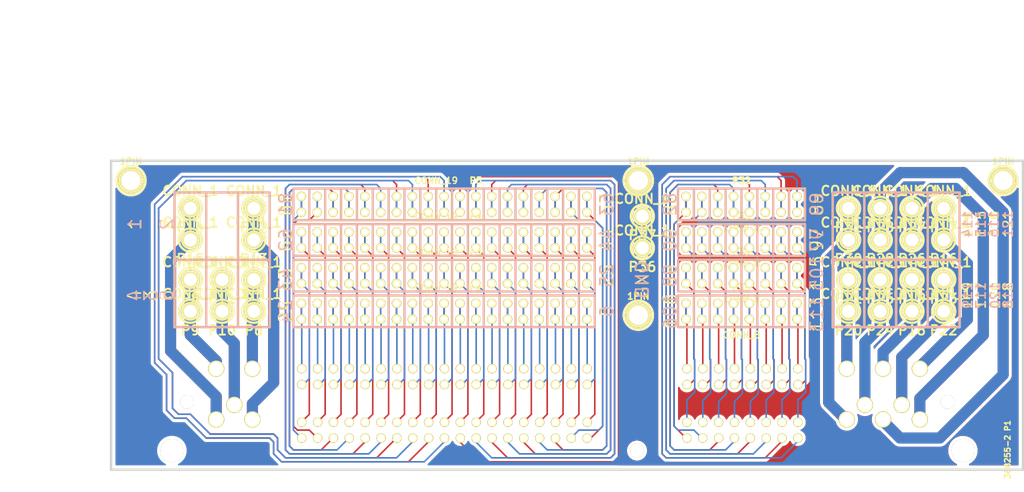
<source format=kicad_pcb>
(kicad_pcb (version 3) (host pcbnew "(2013-07-07 BZR 4022)-stable")
  (layers (15 F.Cu signal) (0 B.Cu signal) (18 B.Paste user) (19 F.Paste user) (20 B.SilkS user) (21 F.SilkS user) (22 B.Mask user) (23 F.Mask user) (28 Edge.Cuts user))
  (net 0 "")
  (net 1 GND)
  (net 2 N-000001)
  (net 3 N-0000010)
  (net 4 N-00000100)
  (net 5 N-00000101)
  (net 6 N-00000102)
  (net 7 N-00000103)
  (net 8 N-00000104)
  (net 9 N-00000105)
  (net 10 N-00000106)
  (net 11 N-00000107)
  (net 12 N-00000108)
  (net 13 N-00000109)
  (net 14 N-0000011)
  (net 15 N-00000110)
  (net 16 N-00000111)
  (net 17 N-00000112)
  (net 18 N-00000113)
  (net 19 N-00000114)
  (net 20 N-00000115)
  (net 21 N-00000116)
  (net 22 N-00000117)
  (net 23 N-00000118)
  (net 24 N-00000119)
  (net 25 N-0000012)
  (net 26 N-00000120)
  (net 27 N-00000121)
  (net 28 N-00000122)
  (net 29 N-0000013)
  (net 30 N-0000014)
  (net 31 N-0000015)
  (net 32 N-0000016)
  (net 33 N-0000017)
  (net 34 N-0000018)
  (net 35 N-0000019)
  (net 36 N-000002)
  (net 37 N-0000020)
  (net 38 N-0000021)
  (net 39 N-0000022)
  (net 40 N-0000023)
  (net 41 N-0000024)
  (net 42 N-0000025)
  (net 43 N-0000026)
  (net 44 N-0000027)
  (net 45 N-0000028)
  (net 46 N-0000029)
  (net 47 N-000003)
  (net 48 N-0000030)
  (net 49 N-0000031)
  (net 50 N-0000032)
  (net 51 N-0000033)
  (net 52 N-0000034)
  (net 53 N-0000035)
  (net 54 N-0000036)
  (net 55 N-0000037)
  (net 56 N-0000038)
  (net 57 N-0000039)
  (net 58 N-000004)
  (net 59 N-0000040)
  (net 60 N-0000041)
  (net 61 N-0000042)
  (net 62 N-0000043)
  (net 63 N-0000044)
  (net 64 N-0000045)
  (net 65 N-0000046)
  (net 66 N-0000047)
  (net 67 N-0000048)
  (net 68 N-0000049)
  (net 69 N-000005)
  (net 70 N-0000050)
  (net 71 N-0000051)
  (net 72 N-0000052)
  (net 73 N-0000053)
  (net 74 N-0000054)
  (net 75 N-0000055)
  (net 76 N-0000056)
  (net 77 N-0000057)
  (net 78 N-0000058)
  (net 79 N-0000059)
  (net 80 N-000006)
  (net 81 N-0000060)
  (net 82 N-0000061)
  (net 83 N-0000062)
  (net 84 N-0000063)
  (net 85 N-0000064)
  (net 86 N-0000065)
  (net 87 N-0000066)
  (net 88 N-0000067)
  (net 89 N-0000068)
  (net 90 N-0000069)
  (net 91 N-000007)
  (net 92 N-0000070)
  (net 93 N-0000071)
  (net 94 N-0000072)
  (net 95 N-0000073)
  (net 96 N-0000074)
  (net 97 N-0000075)
  (net 98 N-0000076)
  (net 99 N-0000077)
  (net 100 N-0000078)
  (net 101 N-0000079)
  (net 102 N-000008)
  (net 103 N-0000080)
  (net 104 N-0000081)
  (net 105 N-0000082)
  (net 106 N-0000083)
  (net 107 N-0000084)
  (net 108 N-0000085)
  (net 109 N-0000086)
  (net 110 N-0000087)
  (net 111 N-0000088)
  (net 112 N-0000089)
  (net 113 N-000009)
  (net 114 N-0000090)
  (net 115 N-0000091)
  (net 116 N-0000092)
  (net 117 N-0000093)
  (net 118 N-0000094)
  (net 119 N-0000096)
  (net 120 N-0000097)
  (net 121 N-0000098)
  (net 122 N-0000099)
  (module 19dpad (layer F.Cu) (at 106.68 82.55 180)
    (fp_text reference P2 (at -6.35 3.81 180) (layer F.SilkS) (effects (font (size 1.016 1.016) (thickness 0.27432))))
    (fp_text value CONN_19 (at 0 3.81 180) (layer F.SilkS) (effects (font (size 1.016 1.016) (thickness 0.2032))))
    (pad 1 thru_hole circle (at -24.13 1.27 180) (size 1.524 1.524) (drill 1.016) (layers *.Cu *.Mask F.SilkS) (net 105 N-0000082))
    (pad 2 thru_hole circle (at -21.59 1.27 180) (size 1.524 1.524) (drill 1.016) (layers *.Cu *.Mask F.SilkS) (net 104 N-0000081))
    (pad 3 thru_hole circle (at -19.05 1.27 180) (size 1.524 1.524) (drill 1.016) (layers *.Cu *.Mask F.SilkS) (net 103 N-0000080))
    (pad 4 thru_hole circle (at -16.51 1.27 180) (size 1.524 1.524) (drill 1.016) (layers *.Cu *.Mask F.SilkS) (net 59 N-0000040))
    (pad 5 thru_hole circle (at -13.97 1.27 180) (size 1.524 1.524) (drill 1.016) (layers *.Cu *.Mask F.SilkS) (net 43 N-0000026))
    (pad 6 thru_hole circle (at -11.43 1.27 180) (size 1.524 1.524) (drill 1.016) (layers *.Cu *.Mask F.SilkS) (net 42 N-0000025))
    (pad 7 thru_hole circle (at -8.89 1.27 180) (size 1.524 1.524) (drill 1.016) (layers *.Cu *.Mask F.SilkS) (net 41 N-0000024))
    (pad 8 thru_hole circle (at -6.35 1.27 180) (size 1.524 1.524) (drill 1.016) (layers *.Cu *.Mask F.SilkS) (net 40 N-0000023))
    (pad 9 thru_hole circle (at -3.81 1.27 180) (size 1.524 1.524) (drill 1.016) (layers *.Cu *.Mask F.SilkS) (net 39 N-0000022))
    (pad 10 thru_hole circle (at -1.27 1.27 180) (size 1.524 1.524) (drill 1.016) (layers *.Cu *.Mask F.SilkS) (net 38 N-0000021))
    (pad 11 thru_hole circle (at 1.27 1.27 180) (size 1.524 1.524) (drill 1.016) (layers *.Cu *.Mask F.SilkS) (net 37 N-0000020))
    (pad 12 thru_hole circle (at 3.81 1.27 180) (size 1.524 1.524) (drill 1.016) (layers *.Cu *.Mask F.SilkS) (net 35 N-0000019))
    (pad 13 thru_hole circle (at 6.35 1.27 180) (size 1.524 1.524) (drill 1.016) (layers *.Cu *.Mask F.SilkS) (net 34 N-0000018))
    (pad 14 thru_hole circle (at 8.89 1.27 180) (size 1.524 1.524) (drill 1.016) (layers *.Cu *.Mask F.SilkS) (net 33 N-0000017))
    (pad 15 thru_hole circle (at 11.43 1.27 180) (size 1.524 1.524) (drill 1.016) (layers *.Cu *.Mask F.SilkS) (net 32 N-0000016))
    (pad 16 thru_hole circle (at 13.97 1.27 180) (size 1.524 1.524) (drill 1.016) (layers *.Cu *.Mask F.SilkS) (net 31 N-0000015))
    (pad 17 thru_hole circle (at 16.51 1.27 180) (size 1.524 1.524) (drill 1.016) (layers *.Cu *.Mask F.SilkS) (net 2 N-000001))
    (pad 18 thru_hole circle (at 19.05 1.27 180) (size 1.524 1.524) (drill 1.016) (layers *.Cu *.Mask F.SilkS) (net 29 N-0000013))
    (pad 19 thru_hole circle (at 21.59 1.27 180) (size 1.524 1.524) (drill 1.016) (layers *.Cu *.Mask F.SilkS) (net 25 N-0000012))
    (pad 1 thru_hole circle (at -24.13 -1.27 180) (size 1.524 1.524) (drill 1.016) (layers *.Cu *.Mask F.SilkS) (net 105 N-0000082))
    (pad 2 thru_hole circle (at -21.59 -1.27 180) (size 1.524 1.524) (drill 1.016) (layers *.Cu *.Mask F.SilkS) (net 104 N-0000081))
    (pad 3 thru_hole circle (at -19.05 -1.27 180) (size 1.524 1.524) (drill 1.016) (layers *.Cu *.Mask F.SilkS) (net 103 N-0000080))
    (pad 4 thru_hole circle (at -16.51 -1.27 180) (size 1.524 1.524) (drill 1.016) (layers *.Cu *.Mask F.SilkS) (net 59 N-0000040))
    (pad 5 thru_hole circle (at -13.97 -1.27 180) (size 1.524 1.524) (drill 1.016) (layers *.Cu *.Mask F.SilkS) (net 43 N-0000026))
    (pad 6 thru_hole circle (at -11.43 -1.27 180) (size 1.524 1.524) (drill 1.016) (layers *.Cu *.Mask F.SilkS) (net 42 N-0000025))
    (pad 7 thru_hole circle (at -8.89 -1.27 180) (size 1.524 1.524) (drill 1.016) (layers *.Cu *.Mask F.SilkS) (net 41 N-0000024))
    (pad 8 thru_hole circle (at -6.35 -1.27 180) (size 1.524 1.524) (drill 1.016) (layers *.Cu *.Mask F.SilkS) (net 40 N-0000023))
    (pad 9 thru_hole circle (at -3.81 -1.27 180) (size 1.524 1.524) (drill 1.016) (layers *.Cu *.Mask F.SilkS) (net 39 N-0000022))
    (pad 10 thru_hole circle (at -1.27 -1.27 180) (size 1.524 1.524) (drill 1.016) (layers *.Cu *.Mask F.SilkS) (net 38 N-0000021))
    (pad 11 thru_hole circle (at 1.27 -1.27 180) (size 1.524 1.524) (drill 1.016) (layers *.Cu *.Mask F.SilkS) (net 37 N-0000020))
    (pad 12 thru_hole circle (at 3.81 -1.27 180) (size 1.524 1.524) (drill 1.016) (layers *.Cu *.Mask F.SilkS) (net 35 N-0000019))
    (pad 13 thru_hole circle (at 6.35 -1.27 180) (size 1.524 1.524) (drill 1.016) (layers *.Cu *.Mask F.SilkS) (net 34 N-0000018))
    (pad 14 thru_hole circle (at 8.89 -1.27 180) (size 1.524 1.524) (drill 1.016) (layers *.Cu *.Mask F.SilkS) (net 33 N-0000017))
    (pad 15 thru_hole circle (at 11.43 -1.27 180) (size 1.524 1.524) (drill 1.016) (layers *.Cu *.Mask F.SilkS) (net 32 N-0000016))
    (pad 16 thru_hole circle (at 13.97 -1.27 180) (size 1.524 1.524) (drill 1.016) (layers *.Cu *.Mask F.SilkS) (net 31 N-0000015))
    (pad 17 thru_hole circle (at 16.51 -1.27 180) (size 1.524 1.524) (drill 1.016) (layers *.Cu *.Mask F.SilkS) (net 2 N-000001))
    (pad 18 thru_hole circle (at 19.05 -1.27 180) (size 1.524 1.524) (drill 1.016) (layers *.Cu *.Mask F.SilkS) (net 29 N-0000013))
    (pad 19 thru_hole circle (at 21.59 -1.27 180) (size 1.524 1.524) (drill 1.016) (layers *.Cu *.Mask F.SilkS) (net 25 N-0000012))
  )
  (module 19dpad (layer F.Cu) (at 106.68 76.835 180)
    (fp_text reference P3 (at -6.35 3.81 180) (layer F.SilkS) (effects (font (size 1.016 1.016) (thickness 0.27432))))
    (fp_text value CONN_19 (at 0 3.81 180) (layer F.SilkS) (effects (font (size 1.016 1.016) (thickness 0.2032))))
    (pad 1 thru_hole circle (at -24.13 1.27 180) (size 1.524 1.524) (drill 1.016) (layers *.Cu *.Mask F.SilkS) (net 14 N-0000011))
    (pad 2 thru_hole circle (at -21.59 1.27 180) (size 1.524 1.524) (drill 1.016) (layers *.Cu *.Mask F.SilkS) (net 3 N-0000010))
    (pad 3 thru_hole circle (at -19.05 1.27 180) (size 1.524 1.524) (drill 1.016) (layers *.Cu *.Mask F.SilkS) (net 113 N-000009))
    (pad 4 thru_hole circle (at -16.51 1.27 180) (size 1.524 1.524) (drill 1.016) (layers *.Cu *.Mask F.SilkS) (net 102 N-000008))
    (pad 5 thru_hole circle (at -13.97 1.27 180) (size 1.524 1.524) (drill 1.016) (layers *.Cu *.Mask F.SilkS) (net 91 N-000007))
    (pad 6 thru_hole circle (at -11.43 1.27 180) (size 1.524 1.524) (drill 1.016) (layers *.Cu *.Mask F.SilkS) (net 80 N-000006))
    (pad 7 thru_hole circle (at -8.89 1.27 180) (size 1.524 1.524) (drill 1.016) (layers *.Cu *.Mask F.SilkS) (net 69 N-000005))
    (pad 8 thru_hole circle (at -6.35 1.27 180) (size 1.524 1.524) (drill 1.016) (layers *.Cu *.Mask F.SilkS) (net 58 N-000004))
    (pad 9 thru_hole circle (at -3.81 1.27 180) (size 1.524 1.524) (drill 1.016) (layers *.Cu *.Mask F.SilkS) (net 47 N-000003))
    (pad 10 thru_hole circle (at -1.27 1.27 180) (size 1.524 1.524) (drill 1.016) (layers *.Cu *.Mask F.SilkS) (net 36 N-000002))
    (pad 11 thru_hole circle (at 1.27 1.27 180) (size 1.524 1.524) (drill 1.016) (layers *.Cu *.Mask F.SilkS) (net 30 N-0000014))
    (pad 12 thru_hole circle (at 3.81 1.27 180) (size 1.524 1.524) (drill 1.016) (layers *.Cu *.Mask F.SilkS) (net 72 N-0000052))
    (pad 13 thru_hole circle (at 6.35 1.27 180) (size 1.524 1.524) (drill 1.016) (layers *.Cu *.Mask F.SilkS) (net 71 N-0000051))
    (pad 14 thru_hole circle (at 8.89 1.27 180) (size 1.524 1.524) (drill 1.016) (layers *.Cu *.Mask F.SilkS) (net 70 N-0000050))
    (pad 15 thru_hole circle (at 11.43 1.27 180) (size 1.524 1.524) (drill 1.016) (layers *.Cu *.Mask F.SilkS) (net 68 N-0000049))
    (pad 16 thru_hole circle (at 13.97 1.27 180) (size 1.524 1.524) (drill 1.016) (layers *.Cu *.Mask F.SilkS) (net 67 N-0000048))
    (pad 17 thru_hole circle (at 16.51 1.27 180) (size 1.524 1.524) (drill 1.016) (layers *.Cu *.Mask F.SilkS) (net 66 N-0000047))
    (pad 18 thru_hole circle (at 19.05 1.27 180) (size 1.524 1.524) (drill 1.016) (layers *.Cu *.Mask F.SilkS) (net 65 N-0000046))
    (pad 19 thru_hole circle (at 21.59 1.27 180) (size 1.524 1.524) (drill 1.016) (layers *.Cu *.Mask F.SilkS) (net 64 N-0000045))
    (pad 1 thru_hole circle (at -24.13 -1.27 180) (size 1.524 1.524) (drill 1.016) (layers *.Cu *.Mask F.SilkS) (net 14 N-0000011))
    (pad 2 thru_hole circle (at -21.59 -1.27 180) (size 1.524 1.524) (drill 1.016) (layers *.Cu *.Mask F.SilkS) (net 3 N-0000010))
    (pad 3 thru_hole circle (at -19.05 -1.27 180) (size 1.524 1.524) (drill 1.016) (layers *.Cu *.Mask F.SilkS) (net 113 N-000009))
    (pad 4 thru_hole circle (at -16.51 -1.27 180) (size 1.524 1.524) (drill 1.016) (layers *.Cu *.Mask F.SilkS) (net 102 N-000008))
    (pad 5 thru_hole circle (at -13.97 -1.27 180) (size 1.524 1.524) (drill 1.016) (layers *.Cu *.Mask F.SilkS) (net 91 N-000007))
    (pad 6 thru_hole circle (at -11.43 -1.27 180) (size 1.524 1.524) (drill 1.016) (layers *.Cu *.Mask F.SilkS) (net 80 N-000006))
    (pad 7 thru_hole circle (at -8.89 -1.27 180) (size 1.524 1.524) (drill 1.016) (layers *.Cu *.Mask F.SilkS) (net 69 N-000005))
    (pad 8 thru_hole circle (at -6.35 -1.27 180) (size 1.524 1.524) (drill 1.016) (layers *.Cu *.Mask F.SilkS) (net 58 N-000004))
    (pad 9 thru_hole circle (at -3.81 -1.27 180) (size 1.524 1.524) (drill 1.016) (layers *.Cu *.Mask F.SilkS) (net 47 N-000003))
    (pad 10 thru_hole circle (at -1.27 -1.27 180) (size 1.524 1.524) (drill 1.016) (layers *.Cu *.Mask F.SilkS) (net 36 N-000002))
    (pad 11 thru_hole circle (at 1.27 -1.27 180) (size 1.524 1.524) (drill 1.016) (layers *.Cu *.Mask F.SilkS) (net 30 N-0000014))
    (pad 12 thru_hole circle (at 3.81 -1.27 180) (size 1.524 1.524) (drill 1.016) (layers *.Cu *.Mask F.SilkS) (net 72 N-0000052))
    (pad 13 thru_hole circle (at 6.35 -1.27 180) (size 1.524 1.524) (drill 1.016) (layers *.Cu *.Mask F.SilkS) (net 71 N-0000051))
    (pad 14 thru_hole circle (at 8.89 -1.27 180) (size 1.524 1.524) (drill 1.016) (layers *.Cu *.Mask F.SilkS) (net 70 N-0000050))
    (pad 15 thru_hole circle (at 11.43 -1.27 180) (size 1.524 1.524) (drill 1.016) (layers *.Cu *.Mask F.SilkS) (net 68 N-0000049))
    (pad 16 thru_hole circle (at 13.97 -1.27 180) (size 1.524 1.524) (drill 1.016) (layers *.Cu *.Mask F.SilkS) (net 67 N-0000048))
    (pad 17 thru_hole circle (at 16.51 -1.27 180) (size 1.524 1.524) (drill 1.016) (layers *.Cu *.Mask F.SilkS) (net 66 N-0000047))
    (pad 18 thru_hole circle (at 19.05 -1.27 180) (size 1.524 1.524) (drill 1.016) (layers *.Cu *.Mask F.SilkS) (net 65 N-0000046))
    (pad 19 thru_hole circle (at 21.59 -1.27 180) (size 1.524 1.524) (drill 1.016) (layers *.Cu *.Mask F.SilkS) (net 64 N-0000045))
  )
  (module 19dpad (layer F.Cu) (at 106.68 71.12 180)
    (fp_text reference P4 (at -6.35 3.81 180) (layer F.SilkS) (effects (font (size 1.016 1.016) (thickness 0.27432))))
    (fp_text value CONN_19 (at 0 3.81 180) (layer F.SilkS) (effects (font (size 1.016 1.016) (thickness 0.2032))))
    (pad 1 thru_hole circle (at -24.13 1.27 180) (size 1.524 1.524) (drill 1.016) (layers *.Cu *.Mask F.SilkS) (net 63 N-0000044))
    (pad 2 thru_hole circle (at -21.59 1.27 180) (size 1.524 1.524) (drill 1.016) (layers *.Cu *.Mask F.SilkS) (net 62 N-0000043))
    (pad 3 thru_hole circle (at -19.05 1.27 180) (size 1.524 1.524) (drill 1.016) (layers *.Cu *.Mask F.SilkS) (net 61 N-0000042))
    (pad 4 thru_hole circle (at -16.51 1.27 180) (size 1.524 1.524) (drill 1.016) (layers *.Cu *.Mask F.SilkS) (net 60 N-0000041))
    (pad 5 thru_hole circle (at -13.97 1.27 180) (size 1.524 1.524) (drill 1.016) (layers *.Cu *.Mask F.SilkS) (net 44 N-0000027))
    (pad 6 thru_hole circle (at -11.43 1.27 180) (size 1.524 1.524) (drill 1.016) (layers *.Cu *.Mask F.SilkS) (net 57 N-0000039))
    (pad 7 thru_hole circle (at -8.89 1.27 180) (size 1.524 1.524) (drill 1.016) (layers *.Cu *.Mask F.SilkS) (net 56 N-0000038))
    (pad 8 thru_hole circle (at -6.35 1.27 180) (size 1.524 1.524) (drill 1.016) (layers *.Cu *.Mask F.SilkS) (net 55 N-0000037))
    (pad 9 thru_hole circle (at -3.81 1.27 180) (size 1.524 1.524) (drill 1.016) (layers *.Cu *.Mask F.SilkS) (net 54 N-0000036))
    (pad 10 thru_hole circle (at -1.27 1.27 180) (size 1.524 1.524) (drill 1.016) (layers *.Cu *.Mask F.SilkS) (net 53 N-0000035))
    (pad 11 thru_hole circle (at 1.27 1.27 180) (size 1.524 1.524) (drill 1.016) (layers *.Cu *.Mask F.SilkS) (net 52 N-0000034))
    (pad 12 thru_hole circle (at 3.81 1.27 180) (size 1.524 1.524) (drill 1.016) (layers *.Cu *.Mask F.SilkS) (net 51 N-0000033))
    (pad 13 thru_hole circle (at 6.35 1.27 180) (size 1.524 1.524) (drill 1.016) (layers *.Cu *.Mask F.SilkS) (net 50 N-0000032))
    (pad 14 thru_hole circle (at 8.89 1.27 180) (size 1.524 1.524) (drill 1.016) (layers *.Cu *.Mask F.SilkS) (net 49 N-0000031))
    (pad 15 thru_hole circle (at 11.43 1.27 180) (size 1.524 1.524) (drill 1.016) (layers *.Cu *.Mask F.SilkS) (net 48 N-0000030))
    (pad 16 thru_hole circle (at 13.97 1.27 180) (size 1.524 1.524) (drill 1.016) (layers *.Cu *.Mask F.SilkS) (net 46 N-0000029))
    (pad 17 thru_hole circle (at 16.51 1.27 180) (size 1.524 1.524) (drill 1.016) (layers *.Cu *.Mask F.SilkS) (net 45 N-0000028))
    (pad 18 thru_hole circle (at 19.05 1.27 180) (size 1.524 1.524) (drill 1.016) (layers *.Cu *.Mask F.SilkS) (net 108 N-0000085))
    (pad 19 thru_hole circle (at 21.59 1.27 180) (size 1.524 1.524) (drill 1.016) (layers *.Cu *.Mask F.SilkS) (net 22 N-00000117))
    (pad 1 thru_hole circle (at -24.13 -1.27 180) (size 1.524 1.524) (drill 1.016) (layers *.Cu *.Mask F.SilkS) (net 63 N-0000044))
    (pad 2 thru_hole circle (at -21.59 -1.27 180) (size 1.524 1.524) (drill 1.016) (layers *.Cu *.Mask F.SilkS) (net 62 N-0000043))
    (pad 3 thru_hole circle (at -19.05 -1.27 180) (size 1.524 1.524) (drill 1.016) (layers *.Cu *.Mask F.SilkS) (net 61 N-0000042))
    (pad 4 thru_hole circle (at -16.51 -1.27 180) (size 1.524 1.524) (drill 1.016) (layers *.Cu *.Mask F.SilkS) (net 60 N-0000041))
    (pad 5 thru_hole circle (at -13.97 -1.27 180) (size 1.524 1.524) (drill 1.016) (layers *.Cu *.Mask F.SilkS) (net 44 N-0000027))
    (pad 6 thru_hole circle (at -11.43 -1.27 180) (size 1.524 1.524) (drill 1.016) (layers *.Cu *.Mask F.SilkS) (net 57 N-0000039))
    (pad 7 thru_hole circle (at -8.89 -1.27 180) (size 1.524 1.524) (drill 1.016) (layers *.Cu *.Mask F.SilkS) (net 56 N-0000038))
    (pad 8 thru_hole circle (at -6.35 -1.27 180) (size 1.524 1.524) (drill 1.016) (layers *.Cu *.Mask F.SilkS) (net 55 N-0000037))
    (pad 9 thru_hole circle (at -3.81 -1.27 180) (size 1.524 1.524) (drill 1.016) (layers *.Cu *.Mask F.SilkS) (net 54 N-0000036))
    (pad 10 thru_hole circle (at -1.27 -1.27 180) (size 1.524 1.524) (drill 1.016) (layers *.Cu *.Mask F.SilkS) (net 53 N-0000035))
    (pad 11 thru_hole circle (at 1.27 -1.27 180) (size 1.524 1.524) (drill 1.016) (layers *.Cu *.Mask F.SilkS) (net 52 N-0000034))
    (pad 12 thru_hole circle (at 3.81 -1.27 180) (size 1.524 1.524) (drill 1.016) (layers *.Cu *.Mask F.SilkS) (net 51 N-0000033))
    (pad 13 thru_hole circle (at 6.35 -1.27 180) (size 1.524 1.524) (drill 1.016) (layers *.Cu *.Mask F.SilkS) (net 50 N-0000032))
    (pad 14 thru_hole circle (at 8.89 -1.27 180) (size 1.524 1.524) (drill 1.016) (layers *.Cu *.Mask F.SilkS) (net 49 N-0000031))
    (pad 15 thru_hole circle (at 11.43 -1.27 180) (size 1.524 1.524) (drill 1.016) (layers *.Cu *.Mask F.SilkS) (net 48 N-0000030))
    (pad 16 thru_hole circle (at 13.97 -1.27 180) (size 1.524 1.524) (drill 1.016) (layers *.Cu *.Mask F.SilkS) (net 46 N-0000029))
    (pad 17 thru_hole circle (at 16.51 -1.27 180) (size 1.524 1.524) (drill 1.016) (layers *.Cu *.Mask F.SilkS) (net 45 N-0000028))
    (pad 18 thru_hole circle (at 19.05 -1.27 180) (size 1.524 1.524) (drill 1.016) (layers *.Cu *.Mask F.SilkS) (net 108 N-0000085))
    (pad 19 thru_hole circle (at 21.59 -1.27 180) (size 1.524 1.524) (drill 1.016) (layers *.Cu *.Mask F.SilkS) (net 22 N-00000117))
  )
  (module 19dpad (layer F.Cu) (at 106.68 65.405 180)
    (fp_text reference P5 (at -6.35 3.81 180) (layer F.SilkS) (effects (font (size 1.016 1.016) (thickness 0.27432))))
    (fp_text value CONN_19 (at 0 3.81 180) (layer F.SilkS) (effects (font (size 1.016 1.016) (thickness 0.2032))))
    (pad 1 thru_hole circle (at -24.13 1.27 180) (size 1.524 1.524) (drill 1.016) (layers *.Cu *.Mask F.SilkS) (net 21 N-00000116))
    (pad 2 thru_hole circle (at -21.59 1.27 180) (size 1.524 1.524) (drill 1.016) (layers *.Cu *.Mask F.SilkS) (net 20 N-00000115))
    (pad 3 thru_hole circle (at -19.05 1.27 180) (size 1.524 1.524) (drill 1.016) (layers *.Cu *.Mask F.SilkS) (net 19 N-00000114))
    (pad 4 thru_hole circle (at -16.51 1.27 180) (size 1.524 1.524) (drill 1.016) (layers *.Cu *.Mask F.SilkS) (net 18 N-00000113))
    (pad 5 thru_hole circle (at -13.97 1.27 180) (size 1.524 1.524) (drill 1.016) (layers *.Cu *.Mask F.SilkS) (net 17 N-00000112))
    (pad 6 thru_hole circle (at -11.43 1.27 180) (size 1.524 1.524) (drill 1.016) (layers *.Cu *.Mask F.SilkS) (net 16 N-00000111))
    (pad 7 thru_hole circle (at -8.89 1.27 180) (size 1.524 1.524) (drill 1.016) (layers *.Cu *.Mask F.SilkS) (net 15 N-00000110))
    (pad 8 thru_hole circle (at -6.35 1.27 180) (size 1.524 1.524) (drill 1.016) (layers *.Cu *.Mask F.SilkS) (net 13 N-00000109))
    (pad 9 thru_hole circle (at -3.81 1.27 180) (size 1.524 1.524) (drill 1.016) (layers *.Cu *.Mask F.SilkS) (net 12 N-00000108))
    (pad 10 thru_hole circle (at -1.27 1.27 180) (size 1.524 1.524) (drill 1.016) (layers *.Cu *.Mask F.SilkS) (net 11 N-00000107))
    (pad 11 thru_hole circle (at 1.27 1.27 180) (size 1.524 1.524) (drill 1.016) (layers *.Cu *.Mask F.SilkS) (net 10 N-00000106))
    (pad 12 thru_hole circle (at 3.81 1.27 180) (size 1.524 1.524) (drill 1.016) (layers *.Cu *.Mask F.SilkS) (net 121 N-0000098))
    (pad 13 thru_hole circle (at 6.35 1.27 180) (size 1.524 1.524) (drill 1.016) (layers *.Cu *.Mask F.SilkS) (net 9 N-00000105))
    (pad 14 thru_hole circle (at 8.89 1.27 180) (size 1.524 1.524) (drill 1.016) (layers *.Cu *.Mask F.SilkS) (net 8 N-00000104))
    (pad 15 thru_hole circle (at 11.43 1.27 180) (size 1.524 1.524) (drill 1.016) (layers *.Cu *.Mask F.SilkS) (net 7 N-00000103))
    (pad 16 thru_hole circle (at 13.97 1.27 180) (size 1.524 1.524) (drill 1.016) (layers *.Cu *.Mask F.SilkS) (net 6 N-00000102))
    (pad 17 thru_hole circle (at 16.51 1.27 180) (size 1.524 1.524) (drill 1.016) (layers *.Cu *.Mask F.SilkS) (net 5 N-00000101))
    (pad 18 thru_hole circle (at 19.05 1.27 180) (size 1.524 1.524) (drill 1.016) (layers *.Cu *.Mask F.SilkS) (net 4 N-00000100))
    (pad 19 thru_hole circle (at 21.59 1.27 180) (size 1.524 1.524) (drill 1.016) (layers *.Cu *.Mask F.SilkS) (net 122 N-0000099))
    (pad 1 thru_hole circle (at -24.13 -1.27 180) (size 1.524 1.524) (drill 1.016) (layers *.Cu *.Mask F.SilkS) (net 21 N-00000116))
    (pad 2 thru_hole circle (at -21.59 -1.27 180) (size 1.524 1.524) (drill 1.016) (layers *.Cu *.Mask F.SilkS) (net 20 N-00000115))
    (pad 3 thru_hole circle (at -19.05 -1.27 180) (size 1.524 1.524) (drill 1.016) (layers *.Cu *.Mask F.SilkS) (net 19 N-00000114))
    (pad 4 thru_hole circle (at -16.51 -1.27 180) (size 1.524 1.524) (drill 1.016) (layers *.Cu *.Mask F.SilkS) (net 18 N-00000113))
    (pad 5 thru_hole circle (at -13.97 -1.27 180) (size 1.524 1.524) (drill 1.016) (layers *.Cu *.Mask F.SilkS) (net 17 N-00000112))
    (pad 6 thru_hole circle (at -11.43 -1.27 180) (size 1.524 1.524) (drill 1.016) (layers *.Cu *.Mask F.SilkS) (net 16 N-00000111))
    (pad 7 thru_hole circle (at -8.89 -1.27 180) (size 1.524 1.524) (drill 1.016) (layers *.Cu *.Mask F.SilkS) (net 15 N-00000110))
    (pad 8 thru_hole circle (at -6.35 -1.27 180) (size 1.524 1.524) (drill 1.016) (layers *.Cu *.Mask F.SilkS) (net 13 N-00000109))
    (pad 9 thru_hole circle (at -3.81 -1.27 180) (size 1.524 1.524) (drill 1.016) (layers *.Cu *.Mask F.SilkS) (net 12 N-00000108))
    (pad 10 thru_hole circle (at -1.27 -1.27 180) (size 1.524 1.524) (drill 1.016) (layers *.Cu *.Mask F.SilkS) (net 11 N-00000107))
    (pad 11 thru_hole circle (at 1.27 -1.27 180) (size 1.524 1.524) (drill 1.016) (layers *.Cu *.Mask F.SilkS) (net 10 N-00000106))
    (pad 12 thru_hole circle (at 3.81 -1.27 180) (size 1.524 1.524) (drill 1.016) (layers *.Cu *.Mask F.SilkS) (net 121 N-0000098))
    (pad 13 thru_hole circle (at 6.35 -1.27 180) (size 1.524 1.524) (drill 1.016) (layers *.Cu *.Mask F.SilkS) (net 9 N-00000105))
    (pad 14 thru_hole circle (at 8.89 -1.27 180) (size 1.524 1.524) (drill 1.016) (layers *.Cu *.Mask F.SilkS) (net 8 N-00000104))
    (pad 15 thru_hole circle (at 11.43 -1.27 180) (size 1.524 1.524) (drill 1.016) (layers *.Cu *.Mask F.SilkS) (net 7 N-00000103))
    (pad 16 thru_hole circle (at 13.97 -1.27 180) (size 1.524 1.524) (drill 1.016) (layers *.Cu *.Mask F.SilkS) (net 6 N-00000102))
    (pad 17 thru_hole circle (at 16.51 -1.27 180) (size 1.524 1.524) (drill 1.016) (layers *.Cu *.Mask F.SilkS) (net 5 N-00000101))
    (pad 18 thru_hole circle (at 19.05 -1.27 180) (size 1.524 1.524) (drill 1.016) (layers *.Cu *.Mask F.SilkS) (net 4 N-00000100))
    (pad 19 thru_hole circle (at 21.59 -1.27 180) (size 1.524 1.524) (drill 1.016) (layers *.Cu *.Mask F.SilkS) (net 122 N-0000099))
  )
  (module "1pin(m)" (layer F.Cu) (at 67.31 71.12)
    (fp_text reference P15 (at 0 3.048) (layer F.SilkS) (effects (font (size 1.524 1.524) (thickness 0.3048))))
    (fp_text value CONN_1 (at 0 -2.794) (layer F.SilkS) (effects (font (size 1.524 1.524) (thickness 0.3048))))
    (pad 1 thru_hole circle (at 0 0) (size 3.064 3.064) (drill 2.048) (layers *.Cu *.Mask F.SilkS) (net 28 N-00000122))
  )
  (module "1pin(m)" (layer F.Cu) (at 67.31 66.04)
    (fp_text reference P14 (at 0 3.048) (layer F.SilkS) (effects (font (size 1.524 1.524) (thickness 0.3048))))
    (fp_text value CONN_1 (at 0 -2.794) (layer F.SilkS) (effects (font (size 1.524 1.524) (thickness 0.3048))))
    (pad 1 thru_hole circle (at 0 0) (size 3.064 3.064) (drill 2.048) (layers *.Cu *.Mask F.SilkS) (net 28 N-00000122))
  )
  (module "1pin(m)" (layer F.Cu) (at 77.47 71.12)
    (fp_text reference P13 (at 0 3.048) (layer F.SilkS) (effects (font (size 1.524 1.524) (thickness 0.3048))))
    (fp_text value CONN_1 (at 0 -2.794) (layer F.SilkS) (effects (font (size 1.524 1.524) (thickness 0.3048))))
    (pad 1 thru_hole circle (at 0 0) (size 3.064 3.064) (drill 2.048) (layers *.Cu *.Mask F.SilkS) (net 27 N-00000121))
  )
  (module "1pin(m)" (layer F.Cu) (at 77.47 66.04)
    (fp_text reference P12 (at 0 3.048) (layer F.SilkS) (effects (font (size 1.524 1.524) (thickness 0.3048))))
    (fp_text value CONN_1 (at 0 -2.794) (layer F.SilkS) (effects (font (size 1.524 1.524) (thickness 0.3048))))
    (pad 1 thru_hole circle (at 0 0) (size 3.064 3.064) (drill 2.048) (layers *.Cu *.Mask F.SilkS) (net 27 N-00000121))
  )
  (module "1pin(m)" (layer F.Cu) (at 72.39 77.47)
    (fp_text reference P11 (at 0 3.048) (layer F.SilkS) (effects (font (size 1.524 1.524) (thickness 0.3048))))
    (fp_text value CONN_1 (at 0 -2.794) (layer F.SilkS) (effects (font (size 1.524 1.524) (thickness 0.3048))))
    (pad 1 thru_hole circle (at 0 0) (size 3.064 3.064) (drill 2.048) (layers *.Cu *.Mask F.SilkS) (net 26 N-00000120))
  )
  (module "1pin(m)" (layer F.Cu) (at 72.39 82.55)
    (fp_text reference P10 (at 0 3.048) (layer F.SilkS) (effects (font (size 1.524 1.524) (thickness 0.3048))))
    (fp_text value CONN_1 (at 0 -2.794) (layer F.SilkS) (effects (font (size 1.524 1.524) (thickness 0.3048))))
    (pad 1 thru_hole circle (at 0 0) (size 3.064 3.064) (drill 2.048) (layers *.Cu *.Mask F.SilkS) (net 26 N-00000120))
  )
  (module "1pin(m)" (layer F.Cu) (at 67.31 82.55)
    (fp_text reference P9 (at 0 3.048) (layer F.SilkS) (effects (font (size 1.524 1.524) (thickness 0.3048))))
    (fp_text value CONN_1 (at 0 -2.794) (layer F.SilkS) (effects (font (size 1.524 1.524) (thickness 0.3048))))
    (pad 1 thru_hole circle (at 0 0) (size 3.064 3.064) (drill 2.048) (layers *.Cu *.Mask F.SilkS) (net 24 N-00000119))
  )
  (module "1pin(m)" (layer F.Cu) (at 67.31 77.47)
    (fp_text reference P8 (at 0 3.048) (layer F.SilkS) (effects (font (size 1.524 1.524) (thickness 0.3048))))
    (fp_text value CONN_1 (at 0 -2.794) (layer F.SilkS) (effects (font (size 1.524 1.524) (thickness 0.3048))))
    (pad 1 thru_hole circle (at 0 0) (size 3.064 3.064) (drill 2.048) (layers *.Cu *.Mask F.SilkS) (net 24 N-00000119))
  )
  (module "1pin(m)" (layer F.Cu) (at 77.47 77.47)
    (fp_text reference P7 (at 0 3.048) (layer F.SilkS) (effects (font (size 1.524 1.524) (thickness 0.3048))))
    (fp_text value CONN_1 (at 0 -2.794) (layer F.SilkS) (effects (font (size 1.524 1.524) (thickness 0.3048))))
    (pad 1 thru_hole circle (at 0 0) (size 3.064 3.064) (drill 2.048) (layers *.Cu *.Mask F.SilkS) (net 23 N-00000118))
  )
  (module "1pin(m)" (layer F.Cu) (at 77.47 82.55)
    (fp_text reference P6 (at 0 3.048) (layer F.SilkS) (effects (font (size 1.524 1.524) (thickness 0.3048))))
    (fp_text value CONN_1 (at 0 -2.794) (layer F.SilkS) (effects (font (size 1.524 1.524) (thickness 0.3048))))
    (pad 1 thru_hole circle (at 0 0) (size 3.064 3.064) (drill 2.048) (layers *.Cu *.Mask F.SilkS) (net 23 N-00000118))
  )
  (module 8dpad (layer F.Cu) (at 155.575 71.12)
    (fp_text reference P33 (at 0 -3.81) (layer F.SilkS) (effects (font (size 1.016 1.016) (thickness 0.27432))))
    (fp_text value CONN_8 (at 0 3.81) (layer F.SilkS) (effects (font (size 1.016 1.016) (thickness 0.2032))))
    (pad 1 thru_hole circle (at -8.89 1.27) (size 1.524 1.524) (drill 1.016) (layers *.Cu *.Mask F.SilkS) (net 92 N-0000070))
    (pad 2 thru_hole circle (at -6.35 1.27) (size 1.524 1.524) (drill 1.016) (layers *.Cu *.Mask F.SilkS) (net 90 N-0000069))
    (pad 3 thru_hole circle (at -3.81 1.27) (size 1.524 1.524) (drill 1.016) (layers *.Cu *.Mask F.SilkS) (net 89 N-0000068))
    (pad 4 thru_hole circle (at -1.27 1.27) (size 1.524 1.524) (drill 1.016) (layers *.Cu *.Mask F.SilkS) (net 88 N-0000067))
    (pad 5 thru_hole circle (at 1.27 1.27) (size 1.524 1.524) (drill 1.016) (layers *.Cu *.Mask F.SilkS) (net 73 N-0000053))
    (pad 6 thru_hole circle (at 3.81 1.27) (size 1.524 1.524) (drill 1.016) (layers *.Cu *.Mask F.SilkS) (net 86 N-0000065))
    (pad 7 thru_hole circle (at 6.35 1.27) (size 1.524 1.524) (drill 1.016) (layers *.Cu *.Mask F.SilkS) (net 85 N-0000064))
    (pad 8 thru_hole circle (at 8.89 1.27) (size 1.524 1.524) (drill 1.016) (layers *.Cu *.Mask F.SilkS) (net 84 N-0000063))
    (pad 1 thru_hole circle (at -8.89 -1.27) (size 1.524 1.524) (drill 1.016) (layers *.Cu *.Mask F.SilkS) (net 92 N-0000070))
    (pad 2 thru_hole circle (at -6.35 -1.27) (size 1.524 1.524) (drill 1.016) (layers *.Cu *.Mask F.SilkS) (net 90 N-0000069))
    (pad 3 thru_hole circle (at -3.81 -1.27) (size 1.524 1.524) (drill 1.016) (layers *.Cu *.Mask F.SilkS) (net 89 N-0000068))
    (pad 4 thru_hole circle (at -1.27 -1.27) (size 1.524 1.524) (drill 1.016) (layers *.Cu *.Mask F.SilkS) (net 88 N-0000067))
    (pad 5 thru_hole circle (at 1.27 -1.27) (size 1.524 1.524) (drill 1.016) (layers *.Cu *.Mask F.SilkS) (net 73 N-0000053))
    (pad 6 thru_hole circle (at 3.81 -1.27) (size 1.524 1.524) (drill 1.016) (layers *.Cu *.Mask F.SilkS) (net 86 N-0000065))
    (pad 7 thru_hole circle (at 6.35 -1.27) (size 1.524 1.524) (drill 1.016) (layers *.Cu *.Mask F.SilkS) (net 85 N-0000064))
    (pad 8 thru_hole circle (at 8.89 -1.27) (size 1.524 1.524) (drill 1.016) (layers *.Cu *.Mask F.SilkS) (net 84 N-0000063))
  )
  (module 8dpad (layer F.Cu) (at 155.575 76.835)
    (fp_text reference P34 (at 0 -3.81) (layer F.SilkS) (effects (font (size 1.016 1.016) (thickness 0.27432))))
    (fp_text value CONN_8 (at 0 3.81) (layer F.SilkS) (effects (font (size 1.016 1.016) (thickness 0.2032))))
    (pad 1 thru_hole circle (at -8.89 1.27) (size 1.524 1.524) (drill 1.016) (layers *.Cu *.Mask F.SilkS) (net 83 N-0000062))
    (pad 2 thru_hole circle (at -6.35 1.27) (size 1.524 1.524) (drill 1.016) (layers *.Cu *.Mask F.SilkS) (net 82 N-0000061))
    (pad 3 thru_hole circle (at -3.81 1.27) (size 1.524 1.524) (drill 1.016) (layers *.Cu *.Mask F.SilkS) (net 81 N-0000060))
    (pad 4 thru_hole circle (at -1.27 1.27) (size 1.524 1.524) (drill 1.016) (layers *.Cu *.Mask F.SilkS) (net 79 N-0000059))
    (pad 5 thru_hole circle (at 1.27 1.27) (size 1.524 1.524) (drill 1.016) (layers *.Cu *.Mask F.SilkS) (net 78 N-0000058))
    (pad 6 thru_hole circle (at 3.81 1.27) (size 1.524 1.524) (drill 1.016) (layers *.Cu *.Mask F.SilkS) (net 77 N-0000057))
    (pad 7 thru_hole circle (at 6.35 1.27) (size 1.524 1.524) (drill 1.016) (layers *.Cu *.Mask F.SilkS) (net 76 N-0000056))
    (pad 8 thru_hole circle (at 8.89 1.27) (size 1.524 1.524) (drill 1.016) (layers *.Cu *.Mask F.SilkS) (net 75 N-0000055))
    (pad 1 thru_hole circle (at -8.89 -1.27) (size 1.524 1.524) (drill 1.016) (layers *.Cu *.Mask F.SilkS) (net 83 N-0000062))
    (pad 2 thru_hole circle (at -6.35 -1.27) (size 1.524 1.524) (drill 1.016) (layers *.Cu *.Mask F.SilkS) (net 82 N-0000061))
    (pad 3 thru_hole circle (at -3.81 -1.27) (size 1.524 1.524) (drill 1.016) (layers *.Cu *.Mask F.SilkS) (net 81 N-0000060))
    (pad 4 thru_hole circle (at -1.27 -1.27) (size 1.524 1.524) (drill 1.016) (layers *.Cu *.Mask F.SilkS) (net 79 N-0000059))
    (pad 5 thru_hole circle (at 1.27 -1.27) (size 1.524 1.524) (drill 1.016) (layers *.Cu *.Mask F.SilkS) (net 78 N-0000058))
    (pad 6 thru_hole circle (at 3.81 -1.27) (size 1.524 1.524) (drill 1.016) (layers *.Cu *.Mask F.SilkS) (net 77 N-0000057))
    (pad 7 thru_hole circle (at 6.35 -1.27) (size 1.524 1.524) (drill 1.016) (layers *.Cu *.Mask F.SilkS) (net 76 N-0000056))
    (pad 8 thru_hole circle (at 8.89 -1.27) (size 1.524 1.524) (drill 1.016) (layers *.Cu *.Mask F.SilkS) (net 75 N-0000055))
  )
  (module 8dpad (layer F.Cu) (at 155.575 82.55)
    (fp_text reference P35 (at 0 -3.81) (layer F.SilkS) (effects (font (size 1.016 1.016) (thickness 0.27432))))
    (fp_text value CONN_8 (at 0 3.81) (layer F.SilkS) (effects (font (size 1.016 1.016) (thickness 0.2032))))
    (pad 1 thru_hole circle (at -8.89 1.27) (size 1.524 1.524) (drill 1.016) (layers *.Cu *.Mask F.SilkS) (net 74 N-0000054))
    (pad 2 thru_hole circle (at -6.35 1.27) (size 1.524 1.524) (drill 1.016) (layers *.Cu *.Mask F.SilkS) (net 87 N-0000066))
    (pad 3 thru_hole circle (at -3.81 1.27) (size 1.524 1.524) (drill 1.016) (layers *.Cu *.Mask F.SilkS) (net 118 N-0000094))
    (pad 4 thru_hole circle (at -1.27 1.27) (size 1.524 1.524) (drill 1.016) (layers *.Cu *.Mask F.SilkS) (net 117 N-0000093))
    (pad 5 thru_hole circle (at 1.27 1.27) (size 1.524 1.524) (drill 1.016) (layers *.Cu *.Mask F.SilkS) (net 116 N-0000092))
    (pad 6 thru_hole circle (at 3.81 1.27) (size 1.524 1.524) (drill 1.016) (layers *.Cu *.Mask F.SilkS) (net 115 N-0000091))
    (pad 7 thru_hole circle (at 6.35 1.27) (size 1.524 1.524) (drill 1.016) (layers *.Cu *.Mask F.SilkS) (net 114 N-0000090))
    (pad 8 thru_hole circle (at 8.89 1.27) (size 1.524 1.524) (drill 1.016) (layers *.Cu *.Mask F.SilkS) (net 112 N-0000089))
    (pad 1 thru_hole circle (at -8.89 -1.27) (size 1.524 1.524) (drill 1.016) (layers *.Cu *.Mask F.SilkS) (net 74 N-0000054))
    (pad 2 thru_hole circle (at -6.35 -1.27) (size 1.524 1.524) (drill 1.016) (layers *.Cu *.Mask F.SilkS) (net 87 N-0000066))
    (pad 3 thru_hole circle (at -3.81 -1.27) (size 1.524 1.524) (drill 1.016) (layers *.Cu *.Mask F.SilkS) (net 118 N-0000094))
    (pad 4 thru_hole circle (at -1.27 -1.27) (size 1.524 1.524) (drill 1.016) (layers *.Cu *.Mask F.SilkS) (net 117 N-0000093))
    (pad 5 thru_hole circle (at 1.27 -1.27) (size 1.524 1.524) (drill 1.016) (layers *.Cu *.Mask F.SilkS) (net 116 N-0000092))
    (pad 6 thru_hole circle (at 3.81 -1.27) (size 1.524 1.524) (drill 1.016) (layers *.Cu *.Mask F.SilkS) (net 115 N-0000091))
    (pad 7 thru_hole circle (at 6.35 -1.27) (size 1.524 1.524) (drill 1.016) (layers *.Cu *.Mask F.SilkS) (net 114 N-0000090))
    (pad 8 thru_hole circle (at 8.89 -1.27) (size 1.524 1.524) (drill 1.016) (layers *.Cu *.Mask F.SilkS) (net 112 N-0000089))
  )
  (module 8dpad (layer F.Cu) (at 155.575 65.405)
    (fp_text reference P32 (at 0 -3.81) (layer F.SilkS) (effects (font (size 1.016 1.016) (thickness 0.27432))))
    (fp_text value CONN_8 (at 0 3.81) (layer F.SilkS) (effects (font (size 1.016 1.016) (thickness 0.2032))))
    (pad 1 thru_hole circle (at -8.89 1.27) (size 1.524 1.524) (drill 1.016) (layers *.Cu *.Mask F.SilkS) (net 100 N-0000078))
    (pad 2 thru_hole circle (at -6.35 1.27) (size 1.524 1.524) (drill 1.016) (layers *.Cu *.Mask F.SilkS) (net 99 N-0000077))
    (pad 3 thru_hole circle (at -3.81 1.27) (size 1.524 1.524) (drill 1.016) (layers *.Cu *.Mask F.SilkS) (net 98 N-0000076))
    (pad 4 thru_hole circle (at -1.27 1.27) (size 1.524 1.524) (drill 1.016) (layers *.Cu *.Mask F.SilkS) (net 97 N-0000075))
    (pad 5 thru_hole circle (at 1.27 1.27) (size 1.524 1.524) (drill 1.016) (layers *.Cu *.Mask F.SilkS) (net 96 N-0000074))
    (pad 6 thru_hole circle (at 3.81 1.27) (size 1.524 1.524) (drill 1.016) (layers *.Cu *.Mask F.SilkS) (net 95 N-0000073))
    (pad 7 thru_hole circle (at 6.35 1.27) (size 1.524 1.524) (drill 1.016) (layers *.Cu *.Mask F.SilkS) (net 94 N-0000072))
    (pad 8 thru_hole circle (at 8.89 1.27) (size 1.524 1.524) (drill 1.016) (layers *.Cu *.Mask F.SilkS) (net 93 N-0000071))
    (pad 1 thru_hole circle (at -8.89 -1.27) (size 1.524 1.524) (drill 1.016) (layers *.Cu *.Mask F.SilkS) (net 100 N-0000078))
    (pad 2 thru_hole circle (at -6.35 -1.27) (size 1.524 1.524) (drill 1.016) (layers *.Cu *.Mask F.SilkS) (net 99 N-0000077))
    (pad 3 thru_hole circle (at -3.81 -1.27) (size 1.524 1.524) (drill 1.016) (layers *.Cu *.Mask F.SilkS) (net 98 N-0000076))
    (pad 4 thru_hole circle (at -1.27 -1.27) (size 1.524 1.524) (drill 1.016) (layers *.Cu *.Mask F.SilkS) (net 97 N-0000075))
    (pad 5 thru_hole circle (at 1.27 -1.27) (size 1.524 1.524) (drill 1.016) (layers *.Cu *.Mask F.SilkS) (net 96 N-0000074))
    (pad 6 thru_hole circle (at 3.81 -1.27) (size 1.524 1.524) (drill 1.016) (layers *.Cu *.Mask F.SilkS) (net 95 N-0000073))
    (pad 7 thru_hole circle (at 6.35 -1.27) (size 1.524 1.524) (drill 1.016) (layers *.Cu *.Mask F.SilkS) (net 94 N-0000072))
    (pad 8 thru_hole circle (at 8.89 -1.27) (size 1.524 1.524) (drill 1.016) (layers *.Cu *.Mask F.SilkS) (net 93 N-0000071))
  )
  (module "1pin(m)" (layer F.Cu) (at 187.96 71.12)
    (fp_text reference P16 (at 0 3.048) (layer F.SilkS) (effects (font (size 1.524 1.524) (thickness 0.3048))))
    (fp_text value CONN_1 (at 0 -2.794) (layer F.SilkS) (effects (font (size 1.524 1.524) (thickness 0.3048))))
    (pad 1 thru_hole circle (at 0 0) (size 3.064 3.064) (drill 2.048) (layers *.Cu *.Mask F.SilkS) (net 119 N-0000096))
  )
  (module "1pin(m)" (layer F.Cu) (at 187.96 66.04)
    (fp_text reference P17 (at 0 3.048) (layer F.SilkS) (effects (font (size 1.524 1.524) (thickness 0.3048))))
    (fp_text value CONN_1 (at 0 -2.794) (layer F.SilkS) (effects (font (size 1.524 1.524) (thickness 0.3048))))
    (pad 1 thru_hole circle (at 0 0) (size 3.064 3.064) (drill 2.048) (layers *.Cu *.Mask F.SilkS) (net 119 N-0000096))
  )
  (module "1pin(m)" (layer F.Cu) (at 182.88 82.55)
    (fp_text reference P18 (at 0 3.048) (layer F.SilkS) (effects (font (size 1.524 1.524) (thickness 0.3048))))
    (fp_text value CONN_1 (at 0 -2.794) (layer F.SilkS) (effects (font (size 1.524 1.524) (thickness 0.3048))))
    (pad 1 thru_hole circle (at 0 0) (size 3.064 3.064) (drill 2.048) (layers *.Cu *.Mask F.SilkS) (net 106 N-0000083))
  )
  (module "1pin(m)" (layer F.Cu) (at 182.88 77.47)
    (fp_text reference P19 (at 0 3.048) (layer F.SilkS) (effects (font (size 1.524 1.524) (thickness 0.3048))))
    (fp_text value CONN_1 (at 0 -2.794) (layer F.SilkS) (effects (font (size 1.524 1.524) (thickness 0.3048))))
    (pad 1 thru_hole circle (at 0 0) (size 3.064 3.064) (drill 2.048) (layers *.Cu *.Mask F.SilkS) (net 106 N-0000083))
  )
  (module "1pin(m)" (layer F.Cu) (at 172.72 82.55)
    (fp_text reference P20 (at 0 3.048) (layer F.SilkS) (effects (font (size 1.524 1.524) (thickness 0.3048))))
    (fp_text value CONN_1 (at 0 -2.794) (layer F.SilkS) (effects (font (size 1.524 1.524) (thickness 0.3048))))
    (pad 1 thru_hole circle (at 0 0) (size 3.064 3.064) (drill 2.048) (layers *.Cu *.Mask F.SilkS) (net 120 N-0000097))
  )
  (module "1pin(m)" (layer F.Cu) (at 172.72 77.47)
    (fp_text reference P21 (at 0 3.048) (layer F.SilkS) (effects (font (size 1.524 1.524) (thickness 0.3048))))
    (fp_text value CONN_1 (at 0 -2.794) (layer F.SilkS) (effects (font (size 1.524 1.524) (thickness 0.3048))))
    (pad 1 thru_hole circle (at 0 0) (size 3.064 3.064) (drill 2.048) (layers *.Cu *.Mask F.SilkS) (net 120 N-0000097))
  )
  (module "1pin(m)" (layer F.Cu) (at 187.96 82.55)
    (fp_text reference P22 (at 0 3.048) (layer F.SilkS) (effects (font (size 1.524 1.524) (thickness 0.3048))))
    (fp_text value CONN_1 (at 0 -2.794) (layer F.SilkS) (effects (font (size 1.524 1.524) (thickness 0.3048))))
    (pad 1 thru_hole circle (at 0 0) (size 3.064 3.064) (drill 2.048) (layers *.Cu *.Mask F.SilkS) (net 107 N-0000084))
  )
  (module "1pin(m)" (layer F.Cu) (at 187.96 77.47)
    (fp_text reference P23 (at 0 3.048) (layer F.SilkS) (effects (font (size 1.524 1.524) (thickness 0.3048))))
    (fp_text value CONN_1 (at 0 -2.794) (layer F.SilkS) (effects (font (size 1.524 1.524) (thickness 0.3048))))
    (pad 1 thru_hole circle (at 0 0) (size 3.064 3.064) (drill 2.048) (layers *.Cu *.Mask F.SilkS) (net 107 N-0000084))
  )
  (module "1pin(m)" (layer F.Cu) (at 177.8 82.55)
    (fp_text reference P24 (at 0 3.048) (layer F.SilkS) (effects (font (size 1.524 1.524) (thickness 0.3048))))
    (fp_text value CONN_1 (at 0 -2.794) (layer F.SilkS) (effects (font (size 1.524 1.524) (thickness 0.3048))))
    (pad 1 thru_hole circle (at 0 0) (size 3.064 3.064) (drill 2.048) (layers *.Cu *.Mask F.SilkS) (net 101 N-0000079))
  )
  (module "1pin(m)" (layer F.Cu) (at 177.8 77.47)
    (fp_text reference P25 (at 0 3.048) (layer F.SilkS) (effects (font (size 1.524 1.524) (thickness 0.3048))))
    (fp_text value CONN_1 (at 0 -2.794) (layer F.SilkS) (effects (font (size 1.524 1.524) (thickness 0.3048))))
    (pad 1 thru_hole circle (at 0 0) (size 3.064 3.064) (drill 2.048) (layers *.Cu *.Mask F.SilkS) (net 101 N-0000079))
  )
  (module "1pin(m)" (layer F.Cu) (at 182.88 71.12)
    (fp_text reference P26 (at 0 3.048) (layer F.SilkS) (effects (font (size 1.524 1.524) (thickness 0.3048))))
    (fp_text value CONN_1 (at 0 -2.794) (layer F.SilkS) (effects (font (size 1.524 1.524) (thickness 0.3048))))
    (pad 1 thru_hole circle (at 0 0) (size 3.064 3.064) (drill 2.048) (layers *.Cu *.Mask F.SilkS) (net 109 N-0000086))
  )
  (module "1pin(m)" (layer F.Cu) (at 182.88 66.04)
    (fp_text reference P27 (at 0 3.048) (layer F.SilkS) (effects (font (size 1.524 1.524) (thickness 0.3048))))
    (fp_text value CONN_1 (at 0 -2.794) (layer F.SilkS) (effects (font (size 1.524 1.524) (thickness 0.3048))))
    (pad 1 thru_hole circle (at 0 0) (size 3.064 3.064) (drill 2.048) (layers *.Cu *.Mask F.SilkS) (net 109 N-0000086))
  )
  (module "1pin(m)" (layer F.Cu) (at 177.8 66.04)
    (fp_text reference P28 (at 0 3.048) (layer F.SilkS) (effects (font (size 1.524 1.524) (thickness 0.3048))))
    (fp_text value CONN_1 (at 0 -2.794) (layer F.SilkS) (effects (font (size 1.524 1.524) (thickness 0.3048))))
    (pad 1 thru_hole circle (at 0 0) (size 3.064 3.064) (drill 2.048) (layers *.Cu *.Mask F.SilkS) (net 110 N-0000087))
  )
  (module "1pin(m)" (layer F.Cu) (at 177.8 71.12)
    (fp_text reference P29 (at 0 3.048) (layer F.SilkS) (effects (font (size 1.524 1.524) (thickness 0.3048))))
    (fp_text value CONN_1 (at 0 -2.794) (layer F.SilkS) (effects (font (size 1.524 1.524) (thickness 0.3048))))
    (pad 1 thru_hole circle (at 0 0) (size 3.064 3.064) (drill 2.048) (layers *.Cu *.Mask F.SilkS) (net 110 N-0000087))
  )
  (module "1pin(m)" (layer F.Cu) (at 172.72 71.12)
    (fp_text reference P30 (at 0 3.048) (layer F.SilkS) (effects (font (size 1.524 1.524) (thickness 0.3048))))
    (fp_text value CONN_1 (at 0 -2.794) (layer F.SilkS) (effects (font (size 1.524 1.524) (thickness 0.3048))))
    (pad 1 thru_hole circle (at 0 0) (size 3.064 3.064) (drill 2.048) (layers *.Cu *.Mask F.SilkS) (net 111 N-0000088))
  )
  (module "1pin(m)" (layer F.Cu) (at 172.72 66.04)
    (fp_text reference P31 (at 0 3.048) (layer F.SilkS) (effects (font (size 1.524 1.524) (thickness 0.3048))))
    (fp_text value CONN_1 (at 0 -2.794) (layer F.SilkS) (effects (font (size 1.524 1.524) (thickness 0.3048))))
    (pad 1 thru_hole circle (at 0 0) (size 3.064 3.064) (drill 2.048) (layers *.Cu *.Mask F.SilkS) (net 111 N-0000088))
  )
  (module "1pin(m)" (layer F.Cu) (at 139.7 67.31)
    (fp_text reference P37 (at 0 3.048) (layer F.SilkS) (effects (font (size 1.524 1.524) (thickness 0.3048))))
    (fp_text value CONN_1 (at 0 -2.794) (layer F.SilkS) (effects (font (size 1.524 1.524) (thickness 0.3048))))
    (pad 1 thru_hole circle (at 0 0) (size 3.064 3.064) (drill 2.048) (layers *.Cu *.Mask F.SilkS) (net 1 GND))
  )
  (module "1pin(m)" (layer F.Cu) (at 139.7 72.39)
    (fp_text reference P36 (at 0 3.048) (layer F.SilkS) (effects (font (size 1.524 1.524) (thickness 0.3048))))
    (fp_text value CONN_1 (at 0 -2.794) (layer F.SilkS) (effects (font (size 1.524 1.524) (thickness 0.3048))))
    (pad 1 thru_hole circle (at 0 0) (size 3.064 3.064) (drill 2.048) (layers *.Cu *.Mask F.SilkS) (net 1 GND))
  )
  (module 1pin (layer F.Cu) (at 57.785 61.595)
    (fp_text reference 1PIN (at 0 -3.048) (layer F.SilkS) (effects (font (size 1.016 1.016) (thickness 0.254))))
    (fp_text value P*** hide)
    (pad 1 thru_hole circle (at 0 0) (size 4.064 4.064) (drill 3.048) (layers *.Cu *.Mask F.SilkS))
  )
  (module 1pin (layer F.Cu) (at 139.065 61.595)
    (fp_text reference 1PIN (at 0 -3.048) (layer F.SilkS) (effects (font (size 1.016 1.016) (thickness 0.254))))
    (fp_text value P*** hide)
    (pad 1 thru_hole circle (at 0 0) (size 4.064 4.064) (drill 3.048) (layers *.Cu *.Mask F.SilkS))
  )
  (module 1pin (layer F.Cu) (at 197.485 61.595)
    (fp_text reference 1PIN (at 0 -3.048) (layer F.SilkS) (effects (font (size 1.016 1.016) (thickness 0.254))))
    (fp_text value P*** hide)
    (pad 1 thru_hole circle (at 0 0) (size 4.064 4.064) (drill 3.048) (layers *.Cu *.Mask F.SilkS))
  )
  (module 1pin (layer F.Cu) (at 139.065 83.185)
    (fp_text reference 1PIN (at 0 -3.048) (layer F.SilkS) (effects (font (size 1.016 1.016) (thickness 0.254))))
    (fp_text value P*** hide)
    (pad 1 thru_hole circle (at 0 0) (size 4.064 4.064) (drill 3.048) (layers *.Cu *.Mask F.SilkS))
  )
  (module 368255-2 (layer F.Cu) (at 60.198 32.893)
    (fp_text reference P1 (at 138 68 270) (layer F.SilkS) (effects (font (size 0.889 0.889) (thickness 0.22352))))
    (fp_text value 368255-2 (at 138 73 90) (layer F.SilkS) (effects (font (size 0.889 0.889) (thickness 0.22225))))
    (pad 72 thru_hole circle (at 47.81 69.99) (size 1.5 1.5) (drill 1.1) (layers *.Cu *.Mask F.SilkS) (net 11 N-00000107))
    (pad 71 thru_hole circle (at 50.35 69.99) (size 1.5 1.5) (drill 1.1) (layers *.Cu *.Mask F.SilkS) (net 12 N-00000108))
    (pad 69 thru_hole circle (at 55.43 69.99) (size 1.5 1.5) (drill 1.1) (layers *.Cu *.Mask F.SilkS) (net 15 N-00000110))
    (pad 70 thru_hole circle (at 52.89 69.99) (size 1.5 1.5) (drill 1.1) (layers *.Cu *.Mask F.SilkS) (net 13 N-00000109))
    (pad 68 thru_hole circle (at 57.97 69.99) (size 1.5 1.5) (drill 1.1) (layers *.Cu *.Mask F.SilkS) (net 16 N-00000111))
    (pad 76 thru_hole circle (at 37.65 69.99) (size 1.5 1.5) (drill 1.1) (layers *.Cu *.Mask F.SilkS) (net 8 N-00000104))
    (pad 75 thru_hole circle (at 40.19 69.99) (size 1.5 1.5) (drill 1.1) (layers *.Cu *.Mask F.SilkS) (net 9 N-00000105))
    (pad 73 thru_hole circle (at 45.27 69.99) (size 1.5 1.5) (drill 1.1) (layers *.Cu *.Mask F.SilkS) (net 10 N-00000106))
    (pad 74 thru_hole circle (at 42.73 69.99) (size 1.5 1.5) (drill 1.1) (layers *.Cu *.Mask F.SilkS) (net 121 N-0000098))
    (pad 78 thru_hole circle (at 32.57 69.99) (size 1.5 1.5) (drill 1.1) (layers *.Cu *.Mask F.SilkS) (net 6 N-00000102))
    (pad 77 thru_hole circle (at 35.11 69.99) (size 1.5 1.5) (drill 1.1) (layers *.Cu *.Mask F.SilkS) (net 7 N-00000103))
    (pad 79 thru_hole circle (at 30.03 69.99) (size 1.5 1.5) (drill 1.1) (layers *.Cu *.Mask F.SilkS) (net 5 N-00000101))
    (pad 26 thru_hole circle (at 68.13 61.4) (size 1.5 1.5) (drill 1.1) (layers *.Cu *.Mask F.SilkS) (net 3 N-0000010))
    (pad 27 thru_hole circle (at 65.59 61.4) (size 1.5 1.5) (drill 1.1) (layers *.Cu *.Mask F.SilkS) (net 113 N-000009))
    (pad 80 thru_hole circle (at 27.49 69.99) (size 1.5 1.5) (drill 1.1) (layers *.Cu *.Mask F.SilkS) (net 4 N-00000100))
    (pad 61 thru_hole circle (at 27.49 67.45) (size 1.5 1.5) (drill 1.1) (layers *.Cu *.Mask F.SilkS) (net 108 N-0000085))
    (pad 60 thru_hole circle (at 30.03 67.45) (size 1.5 1.5) (drill 1.1) (layers *.Cu *.Mask F.SilkS) (net 45 N-0000028))
    (pad 58 thru_hole circle (at 35.11 67.45) (size 1.5 1.5) (drill 1.1) (layers *.Cu *.Mask F.SilkS) (net 48 N-0000030))
    (pad 59 thru_hole circle (at 32.57 67.45) (size 1.5 1.5) (drill 1.1) (layers *.Cu *.Mask F.SilkS) (net 46 N-0000029))
    (pad 55 thru_hole circle (at 42.73 67.45) (size 1.5 1.5) (drill 1.1) (layers *.Cu *.Mask F.SilkS) (net 51 N-0000033))
    (pad 54 thru_hole circle (at 45.27 67.45) (size 1.5 1.5) (drill 1.1) (layers *.Cu *.Mask F.SilkS) (net 52 N-0000034))
    (pad 56 thru_hole circle (at 40.19 67.45) (size 1.5 1.5) (drill 1.1) (layers *.Cu *.Mask F.SilkS) (net 50 N-0000032))
    (pad 57 thru_hole circle (at 37.65 67.45) (size 1.5 1.5) (drill 1.1) (layers *.Cu *.Mask F.SilkS) (net 49 N-0000031))
    (pad 15 thru_hole circle (at 47.81 58.86) (size 1.5 1.5) (drill 1.1) (layers *.Cu *.Mask F.SilkS) (net 38 N-0000021))
    (pad 14 thru_hole circle (at 50.35 58.86) (size 1.5 1.5) (drill 1.1) (layers *.Cu *.Mask F.SilkS) (net 39 N-0000022))
    (pad 12 thru_hole circle (at 55.43 58.86) (size 1.5 1.5) (drill 1.1) (layers *.Cu *.Mask F.SilkS) (net 41 N-0000024))
    (pad 13 thru_hole circle (at 52.89 58.86) (size 1.5 1.5) (drill 1.1) (layers *.Cu *.Mask F.SilkS) (net 40 N-0000023))
    (pad 9 thru_hole circle (at 63.05 58.86) (size 1.5 1.5) (drill 1.1) (layers *.Cu *.Mask F.SilkS) (net 59 N-0000040))
    (pad 10 thru_hole circle (at 60.51 58.86) (size 1.5 1.5) (drill 1.1) (layers *.Cu *.Mask F.SilkS) (net 43 N-0000026))
    (pad 11 thru_hole circle (at 57.97 58.86) (size 1.5 1.5) (drill 1.1) (layers *.Cu *.Mask F.SilkS) (net 42 N-0000025))
    (pad 25 thru_hole circle (at 70.67 61.4) (size 1.5 1.5) (drill 1.1) (layers *.Cu *.Mask F.SilkS) (net 14 N-0000011))
    (pad 118 thru_hole circle (at 121.05 64.66) (size 2.6 2.6) (drill 2.2) (layers *.Cu *.Mask F.SilkS) (net 107 N-0000084))
    (pad 116 thru_hole circle (at 123.95 66.99) (size 2.6 2.6) (drill 2.2) (layers *.Cu *.Mask F.SilkS) (net 109 N-0000086))
    (pad 121 thru_hole circle (at 123.95 58.86 180) (size 2.6 2.6) (drill 2.2) (layers *.Cu *.Mask F.SilkS) (net 119 N-0000096))
    (pad 119 thru_hole circle (at 112.25 58.86 180) (size 2.6 2.6) (drill 2.2) (layers *.Cu *.Mask F.SilkS) (net 120 N-0000097))
    (pad 114 thru_hole circle (at 112.25 66.99) (size 2.6 2.6) (drill 2.2) (layers *.Cu *.Mask F.SilkS) (net 111 N-0000088))
    (pad 120 thru_hole circle (at 118.05 58.86 180) (size 2.6 2.6) (drill 2.2) (layers *.Cu *.Mask F.SilkS) (net 106 N-0000083))
    (pad 115 thru_hole circle (at 118.05 66.99) (size 2.6 2.6) (drill 2.2) (layers *.Cu *.Mask F.SilkS) (net 110 N-0000087))
    (pad 117 thru_hole circle (at 115.15 64.66) (size 2.6 2.6) (drill 2.2) (layers *.Cu *.Mask F.SilkS) (net 101 N-0000079))
    (pad 112 thru_hole circle (at 101.88 58.86) (size 1.5 1.5) (drill 1.1) (layers *.Cu *.Mask F.SilkS) (net 114 N-0000090))
    (pad 108 thru_hole circle (at 91.72 58.86) (size 1.5 1.5) (drill 1.1) (layers *.Cu *.Mask F.SilkS) (net 118 N-0000094))
    (pad 109 thru_hole circle (at 94.26 58.86) (size 1.5 1.5) (drill 1.1) (layers *.Cu *.Mask F.SilkS) (net 117 N-0000093))
    (pad 111 thru_hole circle (at 99.34 58.86) (size 1.5 1.5) (drill 1.1) (layers *.Cu *.Mask F.SilkS) (net 115 N-0000091))
    (pad 110 thru_hole circle (at 96.8 58.86) (size 1.5 1.5) (drill 1.1) (layers *.Cu *.Mask F.SilkS) (net 116 N-0000092))
    (pad 106 thru_hole circle (at 86.64 58.86) (size 1.5 1.5) (drill 1.1) (layers *.Cu *.Mask F.SilkS) (net 74 N-0000054))
    (pad 107 thru_hole circle (at 89.18 58.86) (size 1.5 1.5) (drill 1.1) (layers *.Cu *.Mask F.SilkS) (net 87 N-0000066))
    (pad 113 thru_hole circle (at 104.42 58.86) (size 1.5 1.5) (drill 1.1) (layers *.Cu *.Mask F.SilkS) (net 112 N-0000089))
    (pad 105 thru_hole circle (at 104.42 61.4) (size 1.5 1.5) (drill 1.1) (layers *.Cu *.Mask F.SilkS) (net 75 N-0000055))
    (pad 99 thru_hole circle (at 89.18 61.4) (size 1.5 1.5) (drill 1.1) (layers *.Cu *.Mask F.SilkS) (net 82 N-0000061))
    (pad 98 thru_hole circle (at 86.64 61.4) (size 1.5 1.5) (drill 1.1) (layers *.Cu *.Mask F.SilkS) (net 83 N-0000062))
    (pad 102 thru_hole circle (at 96.8 61.4) (size 1.5 1.5) (drill 1.1) (layers *.Cu *.Mask F.SilkS) (net 78 N-0000058))
    (pad 103 thru_hole circle (at 99.34 61.4) (size 1.5 1.5) (drill 1.1) (layers *.Cu *.Mask F.SilkS) (net 77 N-0000057))
    (pad 101 thru_hole circle (at 94.26 61.4) (size 1.5 1.5) (drill 1.1) (layers *.Cu *.Mask F.SilkS) (net 79 N-0000059))
    (pad 100 thru_hole circle (at 91.72 61.4) (size 1.5 1.5) (drill 1.1) (layers *.Cu *.Mask F.SilkS) (net 81 N-0000060))
    (pad 104 thru_hole circle (at 101.88 61.4) (size 1.5 1.5) (drill 1.1) (layers *.Cu *.Mask F.SilkS) (net 76 N-0000056))
    (pad 88 thru_hole circle (at 101.88 69.99) (size 1.5 1.5) (drill 1.1) (layers *.Cu *.Mask F.SilkS) (net 94 N-0000072))
    (pad 84 thru_hole circle (at 91.72 69.99) (size 1.5 1.5) (drill 1.1) (layers *.Cu *.Mask F.SilkS) (net 98 N-0000076))
    (pad 85 thru_hole circle (at 94.26 69.99) (size 1.5 1.5) (drill 1.1) (layers *.Cu *.Mask F.SilkS) (net 97 N-0000075))
    (pad 87 thru_hole circle (at 99.34 69.99) (size 1.5 1.5) (drill 1.1) (layers *.Cu *.Mask F.SilkS) (net 95 N-0000073))
    (pad 86 thru_hole circle (at 96.8 69.99) (size 1.5 1.5) (drill 1.1) (layers *.Cu *.Mask F.SilkS) (net 96 N-0000074))
    (pad 82 thru_hole circle (at 86.64 69.99) (size 1.5 1.5) (drill 1.1) (layers *.Cu *.Mask F.SilkS) (net 100 N-0000078))
    (pad 83 thru_hole circle (at 89.18 69.99) (size 1.5 1.5) (drill 1.1) (layers *.Cu *.Mask F.SilkS) (net 99 N-0000077))
    (pad 89 thru_hole circle (at 104.42 69.99) (size 1.5 1.5) (drill 1.1) (layers *.Cu *.Mask F.SilkS) (net 93 N-0000071))
    (pad 97 thru_hole circle (at 104.42 67.45) (size 1.5 1.5) (drill 1.1) (layers *.Cu *.Mask F.SilkS) (net 84 N-0000063))
    (pad 91 thru_hole circle (at 89.18 67.45) (size 1.5 1.5) (drill 1.1) (layers *.Cu *.Mask F.SilkS) (net 90 N-0000069))
    (pad 90 thru_hole circle (at 86.64 67.45) (size 1.5 1.5) (drill 1.1) (layers *.Cu *.Mask F.SilkS) (net 92 N-0000070))
    (pad 94 thru_hole circle (at 96.8 67.45) (size 1.5 1.5) (drill 1.1) (layers *.Cu *.Mask F.SilkS) (net 73 N-0000053))
    (pad 95 thru_hole circle (at 99.34 67.45) (size 1.5 1.5) (drill 1.1) (layers *.Cu *.Mask F.SilkS) (net 86 N-0000065))
    (pad 93 thru_hole circle (at 94.26 67.45) (size 1.5 1.5) (drill 1.1) (layers *.Cu *.Mask F.SilkS) (net 88 N-0000067))
    (pad 92 thru_hole circle (at 91.72 67.45) (size 1.5 1.5) (drill 1.1) (layers *.Cu *.Mask F.SilkS) (net 89 N-0000068))
    (pad 96 thru_hole circle (at 101.88 67.45) (size 1.5 1.5) (drill 1.1) (layers *.Cu *.Mask F.SilkS) (net 85 N-0000064))
    (pad 62 thru_hole circle (at 24.95 67.45) (size 1.5 1.5) (drill 1.1) (layers *.Cu *.Mask F.SilkS) (net 22 N-00000117))
    (pad 45 thru_hole circle (at 68.13 67.45) (size 1.5 1.5) (drill 1.1) (layers *.Cu *.Mask F.SilkS) (net 62 N-0000043))
    (pad 49 thru_hole circle (at 57.97 67.45) (size 1.5 1.5) (drill 1.1) (layers *.Cu *.Mask F.SilkS) (net 57 N-0000039))
    (pad 48 thru_hole circle (at 60.51 67.45) (size 1.5 1.5) (drill 1.1) (layers *.Cu *.Mask F.SilkS) (net 44 N-0000027))
    (pad 46 thru_hole circle (at 65.59 67.45) (size 1.5 1.5) (drill 1.1) (layers *.Cu *.Mask F.SilkS) (net 61 N-0000042))
    (pad 47 thru_hole circle (at 63.05 67.45) (size 1.5 1.5) (drill 1.1) (layers *.Cu *.Mask F.SilkS) (net 60 N-0000041))
    (pad 51 thru_hole circle (at 52.89 67.45) (size 1.5 1.5) (drill 1.1) (layers *.Cu *.Mask F.SilkS) (net 55 N-0000037))
    (pad 50 thru_hole circle (at 55.43 67.45) (size 1.5 1.5) (drill 1.1) (layers *.Cu *.Mask F.SilkS) (net 56 N-0000038))
    (pad 52 thru_hole circle (at 50.35 67.45) (size 1.5 1.5) (drill 1.1) (layers *.Cu *.Mask F.SilkS) (net 54 N-0000036))
    (pad 53 thru_hole circle (at 47.81 67.45) (size 1.5 1.5) (drill 1.1) (layers *.Cu *.Mask F.SilkS) (net 53 N-0000035))
    (pad 44 thru_hole circle (at 70.67 67.45) (size 1.5 1.5) (drill 1.1) (layers *.Cu *.Mask F.SilkS) (net 63 N-0000044))
    (pad 63 thru_hole circle (at 70.67 69.99) (size 1.5 1.5) (drill 1.1) (layers *.Cu *.Mask F.SilkS) (net 21 N-00000116))
    (pad 66 thru_hole circle (at 63.05 69.99) (size 1.5 1.5) (drill 1.1) (layers *.Cu *.Mask F.SilkS) (net 18 N-00000113))
    (pad 65 thru_hole circle (at 65.59 69.99) (size 1.5 1.5) (drill 1.1) (layers *.Cu *.Mask F.SilkS) (net 19 N-00000114))
    (pad 67 thru_hole circle (at 60.51 69.99) (size 1.5 1.5) (drill 1.1) (layers *.Cu *.Mask F.SilkS) (net 17 N-00000112))
    (pad 64 thru_hole circle (at 68.13 69.99) (size 1.5 1.5) (drill 1.1) (layers *.Cu *.Mask F.SilkS) (net 20 N-00000115))
    (pad 81 thru_hole circle (at 24.95 69.99) (size 1.5 1.5) (drill 1.1) (layers *.Cu *.Mask F.SilkS) (net 122 N-0000099))
    (pad 43 thru_hole circle (at 24.95 61.4) (size 1.5 1.5) (drill 1.1) (layers *.Cu *.Mask F.SilkS) (net 64 N-0000045))
    (pad 42 thru_hole circle (at 27.49 61.4) (size 1.5 1.5) (drill 1.1) (layers *.Cu *.Mask F.SilkS) (net 65 N-0000046))
    (pad 40 thru_hole circle (at 32.57 61.4) (size 1.5 1.5) (drill 1.1) (layers *.Cu *.Mask F.SilkS) (net 67 N-0000048))
    (pad 41 thru_hole circle (at 30.03 61.4) (size 1.5 1.5) (drill 1.1) (layers *.Cu *.Mask F.SilkS) (net 66 N-0000047))
    (pad 37 thru_hole circle (at 40.19 61.4) (size 1.5 1.5) (drill 1.1) (layers *.Cu *.Mask F.SilkS) (net 71 N-0000051))
    (pad 36 thru_hole circle (at 42.73 61.4) (size 1.5 1.5) (drill 1.1) (layers *.Cu *.Mask F.SilkS) (net 72 N-0000052))
    (pad 38 thru_hole circle (at 37.65 61.4) (size 1.5 1.5) (drill 1.1) (layers *.Cu *.Mask F.SilkS) (net 70 N-0000050))
    (pad 39 thru_hole circle (at 35.11 61.4) (size 1.5 1.5) (drill 1.1) (layers *.Cu *.Mask F.SilkS) (net 68 N-0000049))
    (pad 35 thru_hole circle (at 45.27 61.4) (size 1.5 1.5) (drill 1.1) (layers *.Cu *.Mask F.SilkS) (net 30 N-0000014))
    (pad 30 thru_hole circle (at 57.97 61.4) (size 1.5 1.5) (drill 1.1) (layers *.Cu *.Mask F.SilkS) (net 80 N-000006))
    (pad 29 thru_hole circle (at 60.51 61.4) (size 1.5 1.5) (drill 1.1) (layers *.Cu *.Mask F.SilkS) (net 91 N-000007))
    (pad 28 thru_hole circle (at 63.05 61.4) (size 1.5 1.5) (drill 1.1) (layers *.Cu *.Mask F.SilkS) (net 102 N-000008))
    (pad 32 thru_hole circle (at 52.89 61.4) (size 1.5 1.5) (drill 1.1) (layers *.Cu *.Mask F.SilkS) (net 58 N-000004))
    (pad 31 thru_hole circle (at 55.43 61.4) (size 1.5 1.5) (drill 1.1) (layers *.Cu *.Mask F.SilkS) (net 69 N-000005))
    (pad 33 thru_hole circle (at 50.35 61.4) (size 1.5 1.5) (drill 1.1) (layers *.Cu *.Mask F.SilkS) (net 47 N-000003))
    (pad 34 thru_hole circle (at 47.81 61.4) (size 1.5 1.5) (drill 1.1) (layers *.Cu *.Mask F.SilkS) (net 36 N-000002))
    (pad 6 thru_hole circle (at 70.67 58.86) (size 1.5 1.5) (drill 1.1) (layers *.Cu *.Mask F.SilkS) (net 105 N-0000082))
    (pad 8 thru_hole circle (at 65.59 58.86) (size 1.5 1.5) (drill 1.1) (layers *.Cu *.Mask F.SilkS) (net 103 N-0000080))
    (pad 7 thru_hole circle (at 68.13 58.86) (size 1.5 1.5) (drill 1.1) (layers *.Cu *.Mask F.SilkS) (net 104 N-0000081))
    (pad 16 thru_hole circle (at 45.27 58.86) (size 1.5 1.5) (drill 1.1) (layers *.Cu *.Mask F.SilkS) (net 37 N-0000020))
    (pad 20 thru_hole circle (at 35.11 58.86) (size 1.5 1.5) (drill 1.1) (layers *.Cu *.Mask F.SilkS) (net 32 N-0000016))
    (pad 19 thru_hole circle (at 37.65 58.86) (size 1.5 1.5) (drill 1.1) (layers *.Cu *.Mask F.SilkS) (net 33 N-0000017))
    (pad 17 thru_hole circle (at 42.73 58.86) (size 1.5 1.5) (drill 1.1) (layers *.Cu *.Mask F.SilkS) (net 35 N-0000019))
    (pad 18 thru_hole circle (at 40.19 58.86) (size 1.5 1.5) (drill 1.1) (layers *.Cu *.Mask F.SilkS) (net 34 N-0000018))
    (pad 22 thru_hole circle (at 30.03 58.86) (size 1.5 1.5) (drill 1.1) (layers *.Cu *.Mask F.SilkS) (net 2 N-000001))
    (pad 21 thru_hole circle (at 32.57 58.86) (size 1.5 1.5) (drill 1.1) (layers *.Cu *.Mask F.SilkS) (net 31 N-0000015))
    (pad 23 thru_hole circle (at 27.49 58.86) (size 1.5 1.5) (drill 1.1) (layers *.Cu *.Mask F.SilkS) (net 29 N-0000013))
    (pad 24 thru_hole circle (at 24.95 58.86) (size 1.5 1.5) (drill 1.1) (layers *.Cu *.Mask F.SilkS) (net 25 N-0000012))
    (pad 3 thru_hole circle (at 14.15 64.66) (size 2.6 2.6) (drill 2.2) (layers *.Cu *.Mask F.SilkS) (net 26 N-00000120))
    (pad 2 thru_hole circle (at 17.05 66.99) (size 2.6 2.6) (drill 2.2) (layers *.Cu *.Mask F.SilkS) (net 27 N-00000121))
    (pad 5 thru_hole circle (at 17.05 58.86 180) (size 2.6 2.6) (drill 2.2) (layers *.Cu *.Mask F.SilkS) (net 23 N-00000118))
    (pad "" thru_hole circle (at 128.4 64.19) (size 2.2 2.2) (drill 2.2) (layers *.Cu *.Mask F.SilkS))
    (pad "" thru_hole circle (at 6.6 64.19) (size 2.2 2.2) (drill 2.2) (layers *.Cu *.Mask F.SilkS))
    (pad "" thru_hole circle (at 130.85 71.99) (size 3.7 3.7) (drill 3.7) (layers *.Cu *.Mask F.SilkS))
    (pad 1 thru_hole circle (at 11.25 66.99) (size 2.6 2.6) (drill 2.2) (layers *.Cu *.Mask F.SilkS) (net 28 N-00000122))
    (pad 4 thru_hole circle (at 11.25 58.86 180) (size 2.6 2.6) (drill 2.2) (layers *.Cu *.Mask F.SilkS) (net 24 N-00000119))
    (pad "" thru_hole circle (at 4.15 71.99) (size 3.7 3.7) (drill 3.7) (layers *.Cu *.Mask F.SilkS))
    (pad "" thru_hole circle (at 78.65 71.99) (size 2.2 2.2) (drill 2.2) (layers *.Cu *.Mask F.SilkS))
  )
  (gr_line (start 54.61 58.42) (end 200.66 58.42) (angle 90) (layer Edge.Cuts) (width 0.381))
  (gr_line (start 200.66 107.95) (end 54.61 107.95) (angle 90) (layer Edge.Cuts) (width 0.381))
  (gr_line (start 129.54 80.01) (end 129.54 85.09) (angle 90) (layer F.SilkS) (width 0.381))
  (gr_line (start 127 85.09) (end 127 80.01) (angle 90) (layer F.SilkS) (width 0.381))
  (gr_line (start 124.46 80.01) (end 124.46 85.09) (angle 90) (layer F.SilkS) (width 0.381))
  (gr_line (start 121.92 85.09) (end 121.92 80.01) (angle 90) (layer F.SilkS) (width 0.381))
  (gr_line (start 119.38 80.01) (end 119.38 85.09) (angle 90) (layer F.SilkS) (width 0.381))
  (gr_line (start 116.84 80.01) (end 116.84 85.09) (angle 90) (layer F.SilkS) (width 0.381))
  (gr_line (start 114.3 85.09) (end 114.3 80.01) (angle 90) (layer F.SilkS) (width 0.381))
  (gr_line (start 111.76 80.01) (end 111.76 85.09) (angle 90) (layer F.SilkS) (width 0.381))
  (gr_line (start 109.22 85.09) (end 109.22 80.01) (angle 90) (layer F.SilkS) (width 0.381))
  (gr_line (start 106.68 80.01) (end 106.68 85.09) (angle 90) (layer F.SilkS) (width 0.381))
  (gr_line (start 104.14 85.09) (end 104.14 80.01) (angle 90) (layer F.SilkS) (width 0.381))
  (gr_line (start 101.6 80.01) (end 101.6 85.09) (angle 90) (layer F.SilkS) (width 0.381))
  (gr_line (start 99.06 85.09) (end 99.06 80.01) (angle 90) (layer F.SilkS) (width 0.381))
  (gr_line (start 96.52 80.01) (end 96.52 85.09) (angle 90) (layer F.SilkS) (width 0.381))
  (gr_line (start 93.98 85.09) (end 93.98 80.01) (angle 90) (layer F.SilkS) (width 0.381))
  (gr_line (start 91.44 80.01) (end 91.44 85.09) (angle 90) (layer F.SilkS) (width 0.381))
  (gr_line (start 88.9 85.09) (end 88.9 80.01) (angle 90) (layer F.SilkS) (width 0.381))
  (gr_line (start 86.36 80.01) (end 86.36 85.09) (angle 90) (layer F.SilkS) (width 0.381))
  (gr_line (start 86.36 74.295) (end 86.36 79.375) (angle 90) (layer F.SilkS) (width 0.381))
  (gr_line (start 88.9 79.375) (end 88.9 74.295) (angle 90) (layer F.SilkS) (width 0.381))
  (gr_line (start 91.44 74.295) (end 91.44 79.375) (angle 90) (layer F.SilkS) (width 0.381))
  (gr_line (start 93.98 79.375) (end 93.98 74.295) (angle 90) (layer F.SilkS) (width 0.381))
  (gr_line (start 96.52 74.295) (end 96.52 79.375) (angle 90) (layer F.SilkS) (width 0.381))
  (gr_line (start 99.06 79.375) (end 99.06 74.295) (angle 90) (layer F.SilkS) (width 0.381))
  (gr_line (start 101.6 74.295) (end 101.6 79.375) (angle 90) (layer F.SilkS) (width 0.381))
  (gr_line (start 104.14 79.375) (end 104.14 74.295) (angle 90) (layer F.SilkS) (width 0.381))
  (gr_line (start 106.68 74.295) (end 106.68 79.375) (angle 90) (layer F.SilkS) (width 0.381))
  (gr_line (start 109.22 79.375) (end 109.22 74.295) (angle 90) (layer F.SilkS) (width 0.381))
  (gr_line (start 111.76 79.375) (end 111.76 74.295) (angle 90) (layer F.SilkS) (width 0.381))
  (gr_line (start 114.3 74.295) (end 114.3 79.375) (angle 90) (layer F.SilkS) (width 0.381))
  (gr_line (start 116.84 79.375) (end 116.84 74.295) (angle 90) (layer F.SilkS) (width 0.381))
  (gr_line (start 119.38 74.295) (end 119.38 79.375) (angle 90) (layer F.SilkS) (width 0.381))
  (gr_line (start 121.92 79.375) (end 121.92 74.295) (angle 90) (layer F.SilkS) (width 0.381))
  (gr_line (start 124.46 74.295) (end 124.46 79.375) (angle 90) (layer F.SilkS) (width 0.381))
  (gr_line (start 127 79.375) (end 127 74.295) (angle 90) (layer F.SilkS) (width 0.381))
  (gr_line (start 129.54 74.295) (end 129.54 79.375) (angle 90) (layer F.SilkS) (width 0.381))
  (gr_line (start 129.54 73.66) (end 129.54 68.58) (angle 90) (layer F.SilkS) (width 0.381))
  (gr_line (start 127 68.58) (end 127 73.66) (angle 90) (layer F.SilkS) (width 0.381))
  (gr_line (start 124.46 73.66) (end 124.46 68.58) (angle 90) (layer F.SilkS) (width 0.381))
  (gr_line (start 121.92 68.58) (end 121.92 73.66) (angle 90) (layer F.SilkS) (width 0.381))
  (gr_line (start 119.38 73.66) (end 119.38 68.58) (angle 90) (layer F.SilkS) (width 0.381))
  (gr_line (start 116.84 73.66) (end 116.84 68.58) (angle 90) (layer F.SilkS) (width 0.381))
  (gr_line (start 114.3 68.58) (end 114.3 73.66) (angle 90) (layer F.SilkS) (width 0.381))
  (gr_line (start 111.76 73.66) (end 111.76 68.58) (angle 90) (layer F.SilkS) (width 0.381))
  (gr_line (start 109.22 68.58) (end 109.22 73.66) (angle 90) (layer F.SilkS) (width 0.381))
  (gr_line (start 106.68 73.66) (end 106.68 68.58) (angle 90) (layer F.SilkS) (width 0.381))
  (gr_line (start 104.14 68.58) (end 104.14 73.66) (angle 90) (layer F.SilkS) (width 0.381))
  (gr_line (start 101.6 73.66) (end 101.6 68.58) (angle 90) (layer F.SilkS) (width 0.381))
  (gr_line (start 99.06 68.58) (end 99.06 73.66) (angle 90) (layer F.SilkS) (width 0.381))
  (gr_line (start 96.52 73.66) (end 96.52 68.58) (angle 90) (layer F.SilkS) (width 0.381))
  (gr_line (start 93.98 68.58) (end 93.98 73.66) (angle 90) (layer F.SilkS) (width 0.381))
  (gr_line (start 91.44 73.66) (end 91.44 68.58) (angle 90) (layer F.SilkS) (width 0.381))
  (gr_line (start 88.9 68.58) (end 88.9 73.66) (angle 90) (layer F.SilkS) (width 0.381))
  (gr_line (start 86.36 73.66) (end 86.36 68.58) (angle 90) (layer F.SilkS) (width 0.381))
  (gr_line (start 86.36 62.865) (end 86.36 67.945) (angle 90) (layer F.SilkS) (width 0.381))
  (gr_line (start 88.9 67.945) (end 88.9 62.865) (angle 90) (layer F.SilkS) (width 0.381))
  (gr_line (start 91.44 62.865) (end 91.44 67.945) (angle 90) (layer F.SilkS) (width 0.381))
  (gr_line (start 93.98 67.945) (end 93.98 62.865) (angle 90) (layer F.SilkS) (width 0.381))
  (gr_line (start 96.52 62.865) (end 96.52 67.945) (angle 90) (layer F.SilkS) (width 0.381))
  (gr_line (start 99.06 67.945) (end 99.06 62.865) (angle 90) (layer F.SilkS) (width 0.381))
  (gr_line (start 101.6 62.865) (end 101.6 67.945) (angle 90) (layer F.SilkS) (width 0.381))
  (gr_line (start 104.14 67.945) (end 104.14 62.865) (angle 90) (layer F.SilkS) (width 0.381))
  (gr_line (start 106.68 62.865) (end 106.68 67.945) (angle 90) (layer F.SilkS) (width 0.381))
  (gr_line (start 109.22 67.945) (end 109.22 62.865) (angle 90) (layer F.SilkS) (width 0.381))
  (gr_line (start 111.76 62.865) (end 111.76 67.945) (angle 90) (layer F.SilkS) (width 0.381))
  (gr_line (start 114.3 67.945) (end 114.3 62.865) (angle 90) (layer F.SilkS) (width 0.381))
  (gr_line (start 116.84 62.865) (end 116.84 67.945) (angle 90) (layer F.SilkS) (width 0.381))
  (gr_line (start 119.38 67.945) (end 119.38 62.865) (angle 90) (layer F.SilkS) (width 0.381))
  (gr_line (start 121.92 62.865) (end 121.92 67.945) (angle 90) (layer F.SilkS) (width 0.381))
  (gr_line (start 124.46 67.945) (end 124.46 62.865) (angle 90) (layer F.SilkS) (width 0.381))
  (gr_line (start 127 62.865) (end 127 67.945) (angle 90) (layer F.SilkS) (width 0.381))
  (gr_line (start 129.54 67.945) (end 129.54 62.865) (angle 90) (layer F.SilkS) (width 0.381))
  (gr_line (start 129.54 80.01) (end 129.54 85.09) (angle 90) (layer B.SilkS) (width 0.381))
  (gr_line (start 127 85.09) (end 127 80.01) (angle 90) (layer B.SilkS) (width 0.381))
  (gr_line (start 124.46 80.01) (end 124.46 85.09) (angle 90) (layer B.SilkS) (width 0.381))
  (gr_line (start 121.92 85.09) (end 121.92 80.01) (angle 90) (layer B.SilkS) (width 0.381))
  (gr_line (start 119.38 80.01) (end 119.38 85.09) (angle 90) (layer B.SilkS) (width 0.381))
  (gr_line (start 116.84 85.09) (end 116.84 80.01) (angle 90) (layer B.SilkS) (width 0.381))
  (gr_line (start 114.3 80.01) (end 114.3 85.09) (angle 90) (layer B.SilkS) (width 0.381))
  (gr_line (start 111.76 85.09) (end 111.76 80.01) (angle 90) (layer B.SilkS) (width 0.381))
  (gr_line (start 109.22 80.01) (end 109.22 85.09) (angle 90) (layer B.SilkS) (width 0.381))
  (gr_line (start 106.68 85.09) (end 106.68 80.01) (angle 90) (layer B.SilkS) (width 0.381))
  (gr_line (start 104.14 80.01) (end 104.14 85.09) (angle 90) (layer B.SilkS) (width 0.381))
  (gr_line (start 101.6 85.09) (end 101.6 80.01) (angle 90) (layer B.SilkS) (width 0.381))
  (gr_line (start 99.06 80.01) (end 99.06 85.09) (angle 90) (layer B.SilkS) (width 0.381))
  (gr_line (start 96.52 85.09) (end 96.52 80.01) (angle 90) (layer B.SilkS) (width 0.381))
  (gr_line (start 93.98 80.01) (end 93.98 85.09) (angle 90) (layer B.SilkS) (width 0.381))
  (gr_line (start 91.44 85.09) (end 91.44 80.01) (angle 90) (layer B.SilkS) (width 0.381))
  (gr_line (start 88.9 80.01) (end 88.9 85.09) (angle 90) (layer B.SilkS) (width 0.381))
  (gr_line (start 86.36 85.09) (end 86.36 80.01) (angle 90) (layer B.SilkS) (width 0.381))
  (gr_line (start 86.36 74.295) (end 86.36 79.375) (angle 90) (layer B.SilkS) (width 0.381))
  (gr_line (start 88.9 79.375) (end 88.9 74.295) (angle 90) (layer B.SilkS) (width 0.381))
  (gr_line (start 91.44 74.295) (end 91.44 79.375) (angle 90) (layer B.SilkS) (width 0.381))
  (gr_line (start 93.98 79.375) (end 93.98 74.295) (angle 90) (layer B.SilkS) (width 0.381))
  (gr_line (start 96.52 74.295) (end 96.52 79.375) (angle 90) (layer B.SilkS) (width 0.381))
  (gr_line (start 99.06 79.375) (end 99.06 74.295) (angle 90) (layer B.SilkS) (width 0.381))
  (gr_line (start 101.6 74.295) (end 101.6 79.375) (angle 90) (layer B.SilkS) (width 0.381))
  (gr_line (start 104.14 79.375) (end 104.14 74.295) (angle 90) (layer B.SilkS) (width 0.381))
  (gr_line (start 106.68 74.295) (end 106.68 79.375) (angle 90) (layer B.SilkS) (width 0.381))
  (gr_line (start 109.22 79.375) (end 109.22 74.295) (angle 90) (layer B.SilkS) (width 0.381))
  (gr_line (start 111.76 79.375) (end 111.76 74.295) (angle 90) (layer B.SilkS) (width 0.381))
  (gr_line (start 111.76 74.93) (end 111.76 79.375) (angle 90) (layer B.SilkS) (width 0.381))
  (gr_line (start 114.3 79.375) (end 114.3 74.295) (angle 90) (layer B.SilkS) (width 0.381))
  (gr_line (start 116.84 74.295) (end 116.84 79.375) (angle 90) (layer B.SilkS) (width 0.381))
  (gr_line (start 119.38 79.375) (end 119.38 74.295) (angle 90) (layer B.SilkS) (width 0.381))
  (gr_line (start 121.92 74.295) (end 121.92 79.375) (angle 90) (layer B.SilkS) (width 0.381))
  (gr_line (start 124.46 79.375) (end 124.46 74.295) (angle 90) (layer B.SilkS) (width 0.381))
  (gr_line (start 127 74.295) (end 127 79.375) (angle 90) (layer B.SilkS) (width 0.381))
  (gr_line (start 129.54 79.375) (end 129.54 74.295) (angle 90) (layer B.SilkS) (width 0.381))
  (gr_line (start 129.54 68.58) (end 129.54 73.66) (angle 90) (layer B.SilkS) (width 0.381))
  (gr_line (start 127 73.66) (end 127 68.58) (angle 90) (layer B.SilkS) (width 0.381))
  (gr_line (start 124.46 68.58) (end 124.46 73.66) (angle 90) (layer B.SilkS) (width 0.381))
  (gr_line (start 121.92 73.66) (end 121.92 68.58) (angle 90) (layer B.SilkS) (width 0.381))
  (gr_line (start 119.38 68.58) (end 119.38 73.66) (angle 90) (layer B.SilkS) (width 0.381))
  (gr_line (start 116.84 73.66) (end 116.84 68.58) (angle 90) (layer B.SilkS) (width 0.381))
  (gr_line (start 114.3 68.58) (end 114.3 73.66) (angle 90) (layer B.SilkS) (width 0.381))
  (gr_line (start 111.76 68.58) (end 111.76 73.66) (angle 90) (layer B.SilkS) (width 0.381))
  (gr_line (start 109.22 73.66) (end 109.22 68.58) (angle 90) (layer B.SilkS) (width 0.381))
  (gr_line (start 106.68 68.58) (end 106.68 73.66) (angle 90) (layer B.SilkS) (width 0.381))
  (gr_line (start 104.14 68.58) (end 104.14 69.215) (angle 90) (layer B.SilkS) (width 0.381))
  (gr_line (start 104.14 73.66) (end 104.14 68.58) (angle 90) (layer B.SilkS) (width 0.381))
  (gr_line (start 104.14 69.215) (end 104.14 73.66) (angle 90) (layer B.SilkS) (width 0.381))
  (gr_line (start 101.6 73.66) (end 101.6 68.58) (angle 90) (layer B.SilkS) (width 0.381))
  (gr_line (start 99.06 68.58) (end 99.06 73.66) (angle 90) (layer B.SilkS) (width 0.381))
  (gr_line (start 96.52 73.66) (end 96.52 68.58) (angle 90) (layer B.SilkS) (width 0.381))
  (gr_line (start 93.98 68.58) (end 93.98 73.66) (angle 90) (layer B.SilkS) (width 0.381))
  (gr_line (start 91.44 73.66) (end 91.44 68.58) (angle 90) (layer B.SilkS) (width 0.381))
  (gr_line (start 88.9 68.58) (end 88.9 73.66) (angle 90) (layer B.SilkS) (width 0.381))
  (gr_line (start 86.36 73.66) (end 86.36 68.58) (angle 90) (layer B.SilkS) (width 0.381))
  (gr_line (start 86.36 62.865) (end 86.36 67.945) (angle 90) (layer B.SilkS) (width 0.381))
  (gr_line (start 88.9 67.945) (end 88.9 62.865) (angle 90) (layer B.SilkS) (width 0.381))
  (gr_line (start 91.44 62.865) (end 91.44 67.945) (angle 90) (layer B.SilkS) (width 0.381))
  (gr_line (start 93.98 67.945) (end 93.98 62.865) (angle 90) (layer B.SilkS) (width 0.381))
  (gr_line (start 96.52 62.865) (end 96.52 67.945) (angle 90) (layer B.SilkS) (width 0.381))
  (gr_line (start 99.06 67.945) (end 99.06 62.865) (angle 90) (layer B.SilkS) (width 0.381))
  (gr_line (start 101.6 62.865) (end 101.6 67.945) (angle 90) (layer B.SilkS) (width 0.381))
  (gr_line (start 104.14 67.945) (end 104.14 62.865) (angle 90) (layer B.SilkS) (width 0.381))
  (gr_line (start 106.68 62.865) (end 106.68 67.945) (angle 90) (layer B.SilkS) (width 0.381))
  (gr_line (start 109.22 67.945) (end 109.22 62.865) (angle 90) (layer B.SilkS) (width 0.381))
  (gr_line (start 111.76 62.865) (end 111.76 67.945) (angle 90) (layer B.SilkS) (width 0.381))
  (gr_line (start 114.3 67.945) (end 114.3 62.865) (angle 90) (layer B.SilkS) (width 0.381))
  (gr_line (start 116.84 62.865) (end 116.84 67.945) (angle 90) (layer B.SilkS) (width 0.381))
  (gr_line (start 119.38 67.945) (end 119.38 62.865) (angle 90) (layer B.SilkS) (width 0.381))
  (gr_line (start 121.92 62.865) (end 121.92 67.945) (angle 90) (layer B.SilkS) (width 0.381))
  (gr_line (start 124.46 67.945) (end 124.46 62.865) (angle 90) (layer B.SilkS) (width 0.381))
  (gr_line (start 127 62.865) (end 127 67.945) (angle 90) (layer B.SilkS) (width 0.381))
  (gr_line (start 129.54 67.945) (end 129.54 62.865) (angle 90) (layer B.SilkS) (width 0.381))
  (gr_line (start 163.195 85.09) (end 163.195 80.01) (angle 90) (layer B.SilkS) (width 0.381))
  (gr_line (start 160.655 80.01) (end 160.655 85.09) (angle 90) (layer B.SilkS) (width 0.381))
  (gr_line (start 158.115 85.09) (end 158.115 80.01) (angle 90) (layer B.SilkS) (width 0.381))
  (gr_line (start 155.575 80.01) (end 155.575 85.09) (angle 90) (layer B.SilkS) (width 0.381))
  (gr_line (start 153.035 85.09) (end 153.035 80.01) (angle 90) (layer B.SilkS) (width 0.381))
  (gr_line (start 150.495 80.01) (end 150.495 85.09) (angle 90) (layer B.SilkS) (width 0.381))
  (gr_line (start 147.955 85.09) (end 147.955 80.01) (angle 90) (layer B.SilkS) (width 0.381))
  (gr_line (start 147.955 74.295) (end 147.955 79.375) (angle 90) (layer B.SilkS) (width 0.381))
  (gr_line (start 150.495 79.375) (end 150.495 74.295) (angle 90) (layer B.SilkS) (width 0.381))
  (gr_line (start 153.035 74.295) (end 153.035 79.375) (angle 90) (layer B.SilkS) (width 0.381))
  (gr_line (start 155.575 79.375) (end 155.575 74.295) (angle 90) (layer B.SilkS) (width 0.381))
  (gr_line (start 158.115 74.295) (end 158.115 79.375) (angle 90) (layer B.SilkS) (width 0.381))
  (gr_line (start 160.655 79.375) (end 160.655 74.295) (angle 90) (layer B.SilkS) (width 0.381))
  (gr_line (start 163.195 74.295) (end 163.195 79.375) (angle 90) (layer B.SilkS) (width 0.381))
  (gr_line (start 163.195 73.66) (end 163.195 68.58) (angle 90) (layer B.SilkS) (width 0.381))
  (gr_line (start 160.655 68.58) (end 160.655 73.66) (angle 90) (layer B.SilkS) (width 0.381))
  (gr_line (start 158.115 73.66) (end 158.115 68.58) (angle 90) (layer B.SilkS) (width 0.381))
  (gr_line (start 155.575 68.58) (end 155.575 73.66) (angle 90) (layer B.SilkS) (width 0.381))
  (gr_line (start 153.035 73.66) (end 153.035 68.58) (angle 90) (layer B.SilkS) (width 0.381))
  (gr_line (start 150.495 68.58) (end 150.495 73.66) (angle 90) (layer B.SilkS) (width 0.381))
  (gr_line (start 147.955 73.66) (end 147.955 68.58) (angle 90) (layer B.SilkS) (width 0.381))
  (gr_line (start 163.195 67.945) (end 163.195 62.865) (angle 90) (layer B.SilkS) (width 0.381))
  (gr_line (start 160.655 62.865) (end 160.655 67.945) (angle 90) (layer B.SilkS) (width 0.381))
  (gr_line (start 158.115 67.945) (end 158.115 62.865) (angle 90) (layer B.SilkS) (width 0.381))
  (gr_line (start 155.575 62.865) (end 155.575 67.945) (angle 90) (layer B.SilkS) (width 0.381))
  (gr_line (start 153.035 67.945) (end 153.035 62.865) (angle 90) (layer B.SilkS) (width 0.381))
  (gr_line (start 150.495 62.865) (end 150.495 67.945) (angle 90) (layer B.SilkS) (width 0.381))
  (gr_line (start 147.955 67.945) (end 147.955 62.865) (angle 90) (layer B.SilkS) (width 0.381))
  (gr_line (start 163.195 85.09) (end 163.195 80.01) (angle 90) (layer F.SilkS) (width 0.381))
  (gr_line (start 160.655 85.09) (end 160.655 80.01) (angle 90) (layer F.SilkS) (width 0.381))
  (gr_line (start 158.115 85.09) (end 158.115 80.01) (angle 90) (layer F.SilkS) (width 0.381))
  (gr_line (start 155.575 85.09) (end 155.575 80.01) (angle 90) (layer F.SilkS) (width 0.381))
  (gr_line (start 153.035 85.09) (end 153.035 80.01) (angle 90) (layer F.SilkS) (width 0.381))
  (gr_line (start 150.495 85.09) (end 150.495 80.01) (angle 90) (layer F.SilkS) (width 0.381))
  (gr_line (start 147.955 80.01) (end 150.495 80.01) (angle 90) (layer F.SilkS) (width 0.381))
  (gr_line (start 147.955 85.09) (end 147.955 80.01) (angle 90) (layer F.SilkS) (width 0.381))
  (gr_line (start 147.955 79.375) (end 147.955 74.295) (angle 90) (layer F.SilkS) (width 0.381))
  (gr_line (start 150.495 79.375) (end 150.495 74.295) (angle 90) (layer F.SilkS) (width 0.381))
  (gr_line (start 153.035 79.375) (end 153.035 74.295) (angle 90) (layer F.SilkS) (width 0.381))
  (gr_line (start 155.575 79.375) (end 155.575 74.295) (angle 90) (layer F.SilkS) (width 0.381))
  (gr_line (start 158.115 79.375) (end 158.115 74.295) (angle 90) (layer F.SilkS) (width 0.381))
  (gr_line (start 160.655 79.375) (end 160.655 74.295) (angle 90) (layer F.SilkS) (width 0.381))
  (gr_line (start 163.195 79.375) (end 163.195 74.295) (angle 90) (layer F.SilkS) (width 0.381))
  (gr_line (start 163.195 73.66) (end 163.195 68.58) (angle 90) (layer F.SilkS) (width 0.381))
  (gr_line (start 160.655 73.66) (end 160.655 68.58) (angle 90) (layer F.SilkS) (width 0.381))
  (gr_line (start 158.115 73.66) (end 158.115 68.58) (angle 90) (layer F.SilkS) (width 0.381))
  (gr_line (start 155.575 73.66) (end 155.575 68.58) (angle 90) (layer F.SilkS) (width 0.381))
  (gr_line (start 153.035 73.66) (end 153.035 68.58) (angle 90) (layer F.SilkS) (width 0.381))
  (gr_line (start 150.495 73.66) (end 150.495 68.58) (angle 90) (layer F.SilkS) (width 0.381))
  (gr_line (start 147.955 73.66) (end 147.955 68.58) (angle 90) (layer F.SilkS) (width 0.381))
  (gr_line (start 163.195 67.945) (end 163.195 62.865) (angle 90) (layer F.SilkS) (width 0.381))
  (gr_line (start 160.655 67.945) (end 160.655 62.865) (angle 90) (layer F.SilkS) (width 0.381))
  (gr_line (start 158.115 67.945) (end 158.115 62.865) (angle 90) (layer F.SilkS) (width 0.381))
  (gr_line (start 155.575 67.945) (end 155.575 62.865) (angle 90) (layer F.SilkS) (width 0.381))
  (gr_line (start 153.035 67.945) (end 153.035 62.865) (angle 90) (layer F.SilkS) (width 0.381))
  (gr_line (start 150.495 67.945) (end 150.495 62.865) (angle 90) (layer F.SilkS) (width 0.381))
  (gr_line (start 147.955 67.945) (end 147.955 62.865) (angle 90) (layer F.SilkS) (width 0.381))
  (gr_line (start 185.42 63.5) (end 185.42 85.09) (angle 90) (layer F.SilkS) (width 0.381))
  (gr_line (start 175.26 63.5) (end 175.26 85.09) (angle 90) (layer F.SilkS) (width 0.381))
  (gr_line (start 180.34 63.5) (end 180.34 85.09) (angle 90) (layer F.SilkS) (width 0.381))
  (gr_line (start 170.18 74.295) (end 190.5 74.295) (angle 90) (layer F.SilkS) (width 0.381))
  (gr_line (start 170.18 85.09) (end 170.18 63.5) (angle 90) (layer F.SilkS) (width 0.381))
  (gr_line (start 190.5 85.09) (end 170.18 85.09) (angle 90) (layer F.SilkS) (width 0.381))
  (gr_line (start 190.5 63.5) (end 190.5 85.09) (angle 90) (layer F.SilkS) (width 0.381))
  (gr_line (start 170.18 63.5) (end 190.5 63.5) (angle 90) (layer F.SilkS) (width 0.381))
  (gr_line (start 175.26 63.5) (end 175.26 85.09) (angle 90) (layer B.SilkS) (width 0.381))
  (gr_line (start 185.42 85.09) (end 185.42 63.5) (angle 90) (layer B.SilkS) (width 0.381))
  (gr_line (start 180.34 63.5) (end 180.34 85.09) (angle 90) (layer B.SilkS) (width 0.381))
  (gr_line (start 170.18 74.295) (end 190.5 74.295) (angle 90) (layer B.SilkS) (width 0.381))
  (gr_line (start 170.18 85.09) (end 170.18 63.5) (angle 90) (layer B.SilkS) (width 0.381))
  (gr_line (start 190.5 85.09) (end 170.18 85.09) (angle 90) (layer B.SilkS) (width 0.381))
  (gr_line (start 190.5 63.5) (end 190.5 85.09) (angle 90) (layer B.SilkS) (width 0.381))
  (gr_line (start 170.18 63.5) (end 190.5 63.5) (angle 90) (layer B.SilkS) (width 0.381))
  (gr_line (start 74.93 85.09) (end 74.93 63.5) (angle 90) (layer B.SilkS) (width 0.381))
  (gr_line (start 69.85 85.09) (end 69.85 63.5) (angle 90) (layer B.SilkS) (width 0.381))
  (gr_line (start 64.77 74.295) (end 80.01 74.295) (angle 90) (layer B.SilkS) (width 0.381))
  (gr_line (start 80.01 85.09) (end 64.77 85.09) (angle 90) (layer B.SilkS) (width 0.381))
  (gr_line (start 80.01 63.5) (end 80.01 85.09) (angle 90) (layer B.SilkS) (width 0.381))
  (gr_line (start 64.77 63.5) (end 80.01 63.5) (angle 90) (layer B.SilkS) (width 0.381))
  (gr_line (start 64.77 85.09) (end 64.77 63.5) (angle 90) (layer B.SilkS) (width 0.381))
  (gr_line (start 69.85 85.09) (end 69.85 63.5) (angle 90) (layer F.SilkS) (width 0.381))
  (gr_line (start 74.93 85.09) (end 74.93 63.5) (angle 90) (layer F.SilkS) (width 0.381))
  (gr_line (start 64.77 74.295) (end 80.01 74.295) (angle 90) (layer F.SilkS) (width 0.381))
  (gr_line (start 80.01 85.09) (end 80.01 63.5) (angle 90) (layer F.SilkS) (width 0.381))
  (gr_line (start 64.77 85.09) (end 80.01 85.09) (angle 90) (layer F.SilkS) (width 0.381))
  (gr_line (start 64.77 63.5) (end 64.77 85.09) (angle 90) (layer F.SilkS) (width 0.381))
  (gr_line (start 80.01 63.5) (end 64.77 63.5) (angle 90) (layer F.SilkS) (width 0.381))
  (gr_text 81 (at 82.55 65.405 90) (layer F.SilkS) (effects (font (size 2 2) (thickness 0.25))))
  (gr_text 62 (at 82.55 71.12 90) (layer F.SilkS) (effects (font (size 2 2) (thickness 0.25))))
  (gr_text 43 (at 82.55 77.47 90) (layer F.SilkS) (effects (font (size 2 2) (thickness 0.25))))
  (gr_text 81 (at 82.55 65.405 90) (layer B.SilkS) (effects (font (size 2 2) (thickness 0.25)) (justify mirror)))
  (gr_text 62 (at 82.55 71.12 90) (layer B.SilkS) (effects (font (size 2 2) (thickness 0.25)) (justify mirror)))
  (gr_text 43 (at 82.55 77.47 90) (layer B.SilkS) (effects (font (size 2 2) (thickness 0.25)) (justify mirror)))
  (gr_text 24 (at 82.55 82.55 90) (layer B.SilkS) (effects (font (size 2 2) (thickness 0.25)) (justify mirror)))
  (gr_text 24 (at 82.55 82.55 90) (layer F.SilkS) (effects (font (size 2 2) (thickness 0.25))))
  (gr_text GND (at 139.7 77.47 90) (layer F.SilkS) (effects (font (size 2 2) (thickness 0.25))))
  (gr_text GND (at 139.7 77.47 90) (layer B.SilkS) (effects (font (size 2 2) (thickness 0.25)) (justify mirror)))
  (gr_text 63 (at 133.985 65.405 90) (layer B.SilkS) (effects (font (size 2 2) (thickness 0.25)) (justify mirror)))
  (gr_text 63 (at 133.985 65.405 90) (layer F.SilkS) (effects (font (size 2 2) (thickness 0.25))))
  (gr_text 44 (at 133.985 71.12 90) (layer B.SilkS) (effects (font (size 2 2) (thickness 0.25)) (justify mirror)))
  (gr_text 44 (at 133.985 71.12 90) (layer F.SilkS) (effects (font (size 2 2) (thickness 0.25))))
  (gr_text 25 (at 133.985 76.835 90) (layer B.SilkS) (effects (font (size 2 2) (thickness 0.25)) (justify mirror)))
  (gr_text 25 (at 133.985 76.835 90) (layer F.SilkS) (effects (font (size 2 2) (thickness 0.25))))
  (gr_text 6 (at 133.985 82.55 90) (layer B.SilkS) (effects (font (size 2 2) (thickness 0.25)) (justify mirror)))
  (gr_text 6 (at 133.985 82.55 90) (layer F.SilkS) (effects (font (size 2 2) (thickness 0.25))))
  (gr_text 82 (at 144.145 65.405 90) (layer B.SilkS) (effects (font (size 2 2) (thickness 0.25)) (justify mirror)))
  (gr_text 82 (at 144.145 65.405 90) (layer F.SilkS) (effects (font (size 2 2) (thickness 0.25))))
  (gr_text 98 (at 144.145 76.835 90) (layer B.SilkS) (effects (font (size 2 2) (thickness 0.25)) (justify mirror)))
  (gr_text 90 (at 144.145 71.12 90) (layer B.SilkS) (effects (font (size 2 2) (thickness 0.25)) (justify mirror)))
  (gr_text 90 (at 144.145 71.12 90) (layer F.SilkS) (effects (font (size 2 2) (thickness 0.25))))
  (gr_text 98 (at 144.145 76.835 90) (layer F.SilkS) (effects (font (size 2 2) (thickness 0.25))))
  (gr_text 106 (at 144.145 82.55 90) (layer B.SilkS) (effects (font (size 2 2) (thickness 0.25)) (justify mirror)))
  (gr_text 106 (at 144.145 82.55 90) (layer F.SilkS) (effects (font (size 2 2) (thickness 0.25))))
  (gr_text 89 (at 167.64 65.405 90) (layer B.SilkS) (effects (font (size 2 2) (thickness 0.25)) (justify mirror)))
  (gr_text 89 (at 167.64 65.405 90) (layer F.SilkS) (effects (font (size 2 2) (thickness 0.25))))
  (gr_text 97 (at 167.64 71.12 90) (layer B.SilkS) (effects (font (size 2 2) (thickness 0.25)) (justify mirror)))
  (gr_text 97 (at 167.64 71.12 90) (layer F.SilkS) (effects (font (size 2 2) (thickness 0.25))))
  (gr_text 105 (at 167.64 76.454 90) (layer F.SilkS) (effects (font (size 2 2) (thickness 0.25))))
  (gr_text 105 (at 167.64 76.454 90) (layer B.SilkS) (effects (font (size 2 2) (thickness 0.25)) (justify mirror)))
  (gr_text 113 (at 167.64 83.058 90) (layer F.SilkS) (effects (font (size 2 2) (thickness 0.25))))
  (gr_text 113 (at 167.64 83.058 90) (layer B.SilkS) (effects (font (size 2 2) (thickness 0.25)) (justify mirror)))
  (gr_line (start 145.415 85.09) (end 145.415 80.01) (angle 90) (layer B.SilkS) (width 0.381))
  (gr_line (start 165.735 85.09) (end 145.415 85.09) (angle 90) (layer B.SilkS) (width 0.381))
  (gr_line (start 165.735 80.01) (end 165.735 85.09) (angle 90) (layer B.SilkS) (width 0.381))
  (gr_line (start 145.415 80.01) (end 165.735 80.01) (angle 90) (layer B.SilkS) (width 0.381))
  (gr_line (start 165.735 79.375) (end 165.735 74.295) (angle 90) (layer B.SilkS) (width 0.381))
  (gr_line (start 145.415 79.375) (end 165.735 79.375) (angle 90) (layer B.SilkS) (width 0.381))
  (gr_line (start 145.415 74.295) (end 145.415 79.375) (angle 90) (layer B.SilkS) (width 0.381))
  (gr_line (start 165.735 74.295) (end 145.415 74.295) (angle 90) (layer B.SilkS) (width 0.381))
  (gr_line (start 145.415 73.66) (end 165.735 73.66) (angle 90) (layer B.SilkS) (width 0.381))
  (gr_line (start 145.415 68.58) (end 145.415 73.66) (angle 90) (layer B.SilkS) (width 0.381))
  (gr_line (start 165.735 68.58) (end 145.415 68.58) (angle 90) (layer B.SilkS) (width 0.381))
  (gr_line (start 165.735 73.66) (end 165.735 68.58) (angle 90) (layer B.SilkS) (width 0.381))
  (gr_line (start 145.415 62.865) (end 165.735 62.865) (angle 90) (layer B.SilkS) (width 0.381))
  (gr_line (start 145.415 67.945) (end 145.415 62.865) (angle 90) (layer B.SilkS) (width 0.381))
  (gr_line (start 165.735 67.945) (end 145.415 67.945) (angle 90) (layer B.SilkS) (width 0.381))
  (gr_line (start 165.735 62.865) (end 165.735 67.945) (angle 90) (layer B.SilkS) (width 0.381))
  (gr_line (start 145.415 62.865) (end 165.735 62.865) (angle 90) (layer B.SilkS) (width 0.381))
  (gr_line (start 83.82 67.945) (end 132.08 67.945) (angle 90) (layer B.SilkS) (width 0.381))
  (gr_line (start 83.82 62.865) (end 83.82 67.945) (angle 90) (layer B.SilkS) (width 0.381))
  (gr_line (start 132.08 62.865) (end 83.82 62.865) (angle 90) (layer B.SilkS) (width 0.381))
  (gr_line (start 132.08 67.945) (end 132.08 62.865) (angle 90) (layer B.SilkS) (width 0.381))
  (gr_line (start 83.82 73.66) (end 132.08 73.66) (angle 90) (layer B.SilkS) (width 0.381))
  (gr_line (start 83.82 68.58) (end 83.82 73.66) (angle 90) (layer B.SilkS) (width 0.381))
  (gr_line (start 132.08 68.58) (end 83.82 68.58) (angle 90) (layer B.SilkS) (width 0.381))
  (gr_line (start 132.08 73.66) (end 132.08 68.58) (angle 90) (layer B.SilkS) (width 0.381))
  (gr_line (start 83.82 79.375) (end 132.08 79.375) (angle 90) (layer B.SilkS) (width 0.381))
  (gr_line (start 83.82 74.295) (end 83.82 79.375) (angle 90) (layer B.SilkS) (width 0.381))
  (gr_line (start 132.08 74.295) (end 83.82 74.295) (angle 90) (layer B.SilkS) (width 0.381))
  (gr_line (start 132.08 79.375) (end 132.08 74.295) (angle 90) (layer B.SilkS) (width 0.381))
  (gr_line (start 83.82 80.01) (end 132.08 80.01) (angle 90) (layer B.SilkS) (width 0.381))
  (gr_line (start 83.82 85.09) (end 83.82 80.01) (angle 90) (layer B.SilkS) (width 0.381))
  (gr_line (start 132.08 85.09) (end 83.82 85.09) (angle 90) (layer B.SilkS) (width 0.381))
  (gr_line (start 132.08 80.01) (end 132.08 85.09) (angle 90) (layer B.SilkS) (width 0.381))
  (gr_text 5 (at 63.5 80.01 90) (layer B.SilkS) (effects (font (size 2 2) (thickness 0.25)) (justify mirror)))
  (gr_text 3 (at 60.96 80.01 90) (layer B.SilkS) (effects (font (size 2 2) (thickness 0.25)) (justify mirror)))
  (gr_text 4 (at 58.42 80.01 90) (layer B.SilkS) (effects (font (size 2 2) (thickness 0.25)) (justify mirror)))
  (gr_text 2 (at 63.5 68.58 90) (layer B.SilkS) (effects (font (size 2 2) (thickness 0.25)) (justify mirror)))
  (gr_text 1 (at 58.42 68.58 90) (layer B.SilkS) (effects (font (size 2 2) (thickness 0.25)) (justify mirror)))
  (gr_text 5 (at 63.5 80.01 90) (layer F.SilkS) (effects (font (size 2 2) (thickness 0.25))))
  (gr_text 3 (at 60.96 80.01 90) (layer F.SilkS) (effects (font (size 2 2) (thickness 0.25))))
  (gr_text 4 (at 58.42 80.01 90) (layer F.SilkS) (effects (font (size 2 2) (thickness 0.25))))
  (gr_text 2 (at 63.5 68.58 90) (layer F.SilkS) (effects (font (size 2 2) (thickness 0.25))))
  (gr_text 1 (at 58.42 68.58 90) (layer F.SilkS) (effects (font (size 2 2) (thickness 0.25))))
  (gr_text 119 (at 191.77 80.01 90) (layer B.SilkS) (effects (font (size 1.5 1.5) (thickness 0.25)) (justify mirror)))
  (gr_text 117 (at 193.929 80.01 90) (layer B.SilkS) (effects (font (size 1.5 1.5) (thickness 0.25)) (justify mirror)))
  (gr_text 120 (at 196.215 80.01 90) (layer B.SilkS) (effects (font (size 1.5 1.5) (thickness 0.25)) (justify mirror)))
  (gr_text 118 (at 198.247 80.01 90) (layer B.SilkS) (effects (font (size 1.5 1.5) (thickness 0.25)) (justify mirror)))
  (gr_text 121 (at 198.247 68.58 90) (layer B.SilkS) (effects (font (size 1.5 1.5) (thickness 0.25)) (justify mirror)))
  (gr_text 116 (at 195.961 68.58 90) (layer B.SilkS) (effects (font (size 1.5 1.5) (thickness 0.25)) (justify mirror)))
  (gr_text 115 (at 193.929 68.58 90) (layer B.SilkS) (effects (font (size 1.5 1.5) (thickness 0.25)) (justify mirror)))
  (gr_text 114 (at 191.77 68.58 90) (layer B.SilkS) (effects (font (size 1.5 1.5) (thickness 0.25)) (justify mirror)))
  (gr_text 121 (at 198.247 68.58 90) (layer F.SilkS) (effects (font (size 1.5 1.5) (thickness 0.25))))
  (gr_text 116 (at 195.961 68.58 90) (layer F.SilkS) (effects (font (size 1.5 1.5) (thickness 0.25))))
  (gr_text 115 (at 193.929 68.58 90) (layer F.SilkS) (effects (font (size 1.5 1.5) (thickness 0.25))))
  (gr_text 114 (at 191.77 68.58 90) (layer F.SilkS) (effects (font (size 1.5 1.5) (thickness 0.25))))
  (gr_text 118 (at 198.247 80.01 90) (layer F.SilkS) (effects (font (size 1.5 1.5) (thickness 0.25))))
  (gr_text 120 (at 196.215 80.01 90) (layer F.SilkS) (effects (font (size 1.5 1.5) (thickness 0.25))))
  (gr_text 117 (at 193.929 80.01 90) (layer F.SilkS) (effects (font (size 1.5 1.5) (thickness 0.25))))
  (gr_text 119 (at 191.77 80.01 90) (layer F.SilkS) (effects (font (size 1.5 1.5) (thickness 0.25))))
  (gr_line (start 200.66 107.95) (end 200.66 58.42) (angle 90) (layer Edge.Cuts) (width 0.381))
  (gr_line (start 54.61 107.95) (end 54.61 58.42) (angle 90) (layer Edge.Cuts) (width 0.381))
  (segment (start 139.7 72.39) (end 139.7 67.31) (width 1.778) (layer B.Cu) (net 1))
  (segment (start 139.7 67.31) (end 139.7 72.39) (width 1.778) (layer B.Cu) (net 1))
  (segment (start 139.7 72.39) (end 139.7 67.31) (width 0.254) (layer B.Cu) (net 1))
  (segment (start 90.17 83.82) (end 90.17 81.28) (width 0.254) (layer F.Cu) (net 2))
  (segment (start 90.228 91.753) (end 90.228 83.878) (width 0.254) (layer B.Cu) (net 2))
  (segment (start 90.228 83.878) (end 90.17 83.82) (width 0.254) (layer B.Cu) (net 2))
  (segment (start 90.17 83.82) (end 90.17 81.28) (width 0.254) (layer B.Cu) (net 2))
  (segment (start 128.27 78.105) (end 128.27 75.565) (width 0.254) (layer F.Cu) (net 3))
  (segment (start 128.328 94.293) (end 128.592 94.293) (width 0.254) (layer B.Cu) (net 3))
  (segment (start 129.54 79.375) (end 128.27 78.105) (width 0.254) (layer B.Cu) (net 3))
  (segment (start 129.54 93.345) (end 129.54 79.375) (width 0.254) (layer B.Cu) (net 3))
  (segment (start 128.592 94.293) (end 129.54 93.345) (width 0.254) (layer B.Cu) (net 3))
  (segment (start 128.27 78.105) (end 128.27 75.565) (width 0.254) (layer B.Cu) (net 3))
  (segment (start 87.63 66.675) (end 87.63 64.135) (width 0.254) (layer B.Cu) (net 4))
  (segment (start 87.63 66.675) (end 87.63 64.135) (width 0.254) (layer F.Cu) (net 4))
  (segment (start 87.688 102.883) (end 87.643 102.883) (width 0.254) (layer F.Cu) (net 4))
  (segment (start 86.36 67.945) (end 87.63 66.675) (width 0.254) (layer F.Cu) (net 4))
  (segment (start 84.455 67.945) (end 86.36 67.945) (width 0.254) (layer F.Cu) (net 4))
  (segment (start 83.82 68.58) (end 84.455 67.945) (width 0.254) (layer F.Cu) (net 4))
  (segment (start 83.82 100.965) (end 83.82 68.58) (width 0.254) (layer F.Cu) (net 4))
  (segment (start 84.455 101.6) (end 83.82 100.965) (width 0.254) (layer F.Cu) (net 4))
  (segment (start 86.36 101.6) (end 84.455 101.6) (width 0.254) (layer F.Cu) (net 4))
  (segment (start 87.643 102.883) (end 86.36 101.6) (width 0.254) (layer F.Cu) (net 4))
  (segment (start 90.17 66.675) (end 90.17 64.135) (width 0.254) (layer B.Cu) (net 5))
  (segment (start 88.9 104.14) (end 88.265 104.775) (width 0.254) (layer F.Cu) (net 5))
  (segment (start 83.185 104.14) (end 83.185 103.505) (width 0.254) (layer F.Cu) (net 5))
  (segment (start 83.82 104.775) (end 83.185 104.14) (width 0.254) (layer F.Cu) (net 5))
  (segment (start 88.265 104.775) (end 83.82 104.775) (width 0.254) (layer F.Cu) (net 5))
  (segment (start 83.185 103.505) (end 83.185 102.87) (width 0.254) (layer F.Cu) (net 5))
  (segment (start 89.535 62.865) (end 90.17 63.5) (width 0.254) (layer F.Cu) (net 5))
  (segment (start 83.82 62.865) (end 89.535 62.865) (width 0.254) (layer F.Cu) (net 5))
  (segment (start 83.185 63.5) (end 83.82 62.865) (width 0.254) (layer F.Cu) (net 5))
  (segment (start 83.185 102.87) (end 83.185 63.5) (width 0.254) (layer F.Cu) (net 5))
  (segment (start 90.17 63.5) (end 90.17 66.675) (width 0.254) (layer F.Cu) (net 5))
  (segment (start 90.228 102.883) (end 90.157 102.883) (width 0.254) (layer F.Cu) (net 5))
  (segment (start 90.157 102.883) (end 88.9 104.14) (width 0.254) (layer F.Cu) (net 5))
  (segment (start 92.71 66.675) (end 92.71 64.135) (width 0.254) (layer F.Cu) (net 6))
  (segment (start 91.44 104.14) (end 90.805 104.775) (width 0.254) (layer B.Cu) (net 6))
  (segment (start 83.185 104.14) (end 83.185 103.505) (width 0.254) (layer B.Cu) (net 6))
  (segment (start 83.82 104.775) (end 83.185 104.14) (width 0.254) (layer B.Cu) (net 6))
  (segment (start 90.805 104.775) (end 83.82 104.775) (width 0.254) (layer B.Cu) (net 6))
  (segment (start 92.71 66.675) (end 92.71 64.135) (width 0.254) (layer B.Cu) (net 6))
  (segment (start 92.768 102.883) (end 92.697 102.883) (width 0.254) (layer B.Cu) (net 6))
  (segment (start 92.71 63.5) (end 92.71 64.135) (width 0.254) (layer B.Cu) (net 6))
  (segment (start 83.185 103.505) (end 83.185 63.5) (width 0.254) (layer B.Cu) (net 6))
  (segment (start 83.185 63.5) (end 83.82 62.865) (width 0.254) (layer B.Cu) (net 6))
  (segment (start 83.82 62.865) (end 92.075 62.865) (width 0.254) (layer B.Cu) (net 6))
  (segment (start 92.075 62.865) (end 92.71 63.5) (width 0.254) (layer B.Cu) (net 6))
  (segment (start 92.697 102.883) (end 91.44 104.14) (width 0.254) (layer B.Cu) (net 6))
  (segment (start 95.25 66.675) (end 95.25 64.135) (width 0.254) (layer B.Cu) (net 7))
  (segment (start 93.98 104.775) (end 93.345 105.41) (width 0.254) (layer F.Cu) (net 7))
  (segment (start 82.55 104.775) (end 82.55 104.14) (width 0.254) (layer F.Cu) (net 7))
  (segment (start 83.185 105.41) (end 82.55 104.775) (width 0.254) (layer F.Cu) (net 7))
  (segment (start 93.345 105.41) (end 83.185 105.41) (width 0.254) (layer F.Cu) (net 7))
  (segment (start 95.308 102.883) (end 95.308 103.447) (width 0.254) (layer F.Cu) (net 7))
  (segment (start 95.25 62.865) (end 95.25 66.675) (width 0.254) (layer F.Cu) (net 7))
  (segment (start 82.55 104.14) (end 82.55 62.865) (width 0.254) (layer F.Cu) (net 7))
  (segment (start 82.55 62.865) (end 83.185 62.23) (width 0.254) (layer F.Cu) (net 7))
  (segment (start 83.185 62.23) (end 94.615 62.23) (width 0.254) (layer F.Cu) (net 7))
  (segment (start 94.615 62.23) (end 95.25 62.865) (width 0.254) (layer F.Cu) (net 7))
  (segment (start 95.308 103.447) (end 93.98 104.775) (width 0.254) (layer F.Cu) (net 7))
  (segment (start 97.79 66.675) (end 97.79 64.135) (width 0.254) (layer F.Cu) (net 8))
  (segment (start 97.79 66.675) (end 97.79 64.135) (width 0.254) (layer B.Cu) (net 8))
  (segment (start 96.52 104.775) (end 95.885 105.41) (width 0.254) (layer B.Cu) (net 8))
  (segment (start 82.55 104.775) (end 82.55 104.14) (width 0.254) (layer B.Cu) (net 8))
  (segment (start 83.185 105.41) (end 82.55 104.775) (width 0.254) (layer B.Cu) (net 8))
  (segment (start 95.885 105.41) (end 83.185 105.41) (width 0.254) (layer B.Cu) (net 8))
  (segment (start 97.848 102.883) (end 97.848 103.447) (width 0.254) (layer B.Cu) (net 8))
  (segment (start 97.79 62.865) (end 97.79 66.675) (width 0.254) (layer B.Cu) (net 8))
  (segment (start 82.55 104.14) (end 82.55 62.865) (width 0.254) (layer B.Cu) (net 8))
  (segment (start 82.55 62.865) (end 83.185 62.23) (width 0.254) (layer B.Cu) (net 8))
  (segment (start 83.185 62.23) (end 97.155 62.23) (width 0.254) (layer B.Cu) (net 8))
  (segment (start 97.155 62.23) (end 97.79 62.865) (width 0.254) (layer B.Cu) (net 8))
  (segment (start 97.848 103.447) (end 96.52 104.775) (width 0.254) (layer B.Cu) (net 8))
  (segment (start 100.33 66.675) (end 100.33 64.135) (width 0.254) (layer B.Cu) (net 9))
  (segment (start 64.4525 98.1075) (end 64.4525 92.3925) (width 0.254) (layer F.Cu) (net 9))
  (segment (start 64.4525 92.3925) (end 62.23 90.17) (width 0.254) (layer F.Cu) (net 9))
  (segment (start 70.485 102.235) (end 67.31 99.06) (width 0.254) (layer F.Cu) (net 9))
  (segment (start 67.31 99.06) (end 65.405 99.06) (width 0.254) (layer F.Cu) (net 9))
  (segment (start 82.55 106.045) (end 81.28 104.775) (width 0.254) (layer F.Cu) (net 9))
  (segment (start 80.645 102.235) (end 75.565 102.235) (width 0.254) (layer F.Cu) (net 9))
  (segment (start 81.28 102.87) (end 80.645 102.235) (width 0.254) (layer F.Cu) (net 9))
  (segment (start 81.28 104.775) (end 81.28 102.87) (width 0.254) (layer F.Cu) (net 9))
  (segment (start 97.79 105.41) (end 97.155 106.045) (width 0.254) (layer F.Cu) (net 9))
  (segment (start 97.155 106.045) (end 82.55 106.045) (width 0.254) (layer F.Cu) (net 9))
  (segment (start 100.388 102.883) (end 100.317 102.883) (width 0.254) (layer F.Cu) (net 9))
  (segment (start 100.33 62.23) (end 100.33 66.675) (width 0.254) (layer F.Cu) (net 9))
  (segment (start 75.565 102.235) (end 70.485 102.235) (width 0.254) (layer F.Cu) (net 9))
  (segment (start 65.405 99.06) (end 64.4525 98.1075) (width 0.254) (layer F.Cu) (net 9))
  (segment (start 62.23 90.17) (end 62.23 66.04) (width 0.254) (layer F.Cu) (net 9))
  (segment (start 62.23 66.04) (end 66.675 61.595) (width 0.254) (layer F.Cu) (net 9))
  (segment (start 66.675 61.595) (end 99.695 61.595) (width 0.254) (layer F.Cu) (net 9))
  (segment (start 99.695 61.595) (end 100.33 62.23) (width 0.254) (layer F.Cu) (net 9))
  (segment (start 100.317 102.883) (end 97.79 105.41) (width 0.254) (layer F.Cu) (net 9))
  (segment (start 105.41 66.675) (end 105.41 64.135) (width 0.254) (layer B.Cu) (net 10))
  (segment (start 63.5 98.425) (end 63.5 92.71) (width 0.254) (layer F.Cu) (net 10))
  (segment (start 63.5 92.71) (end 61.595 90.805) (width 0.254) (layer F.Cu) (net 10))
  (segment (start 69.85 102.87) (end 66.675 99.695) (width 0.254) (layer F.Cu) (net 10))
  (segment (start 66.675 99.695) (end 64.77 99.695) (width 0.254) (layer F.Cu) (net 10))
  (segment (start 81.915 106.68) (end 80.645 105.41) (width 0.254) (layer F.Cu) (net 10))
  (segment (start 80.01 102.87) (end 74.93 102.87) (width 0.254) (layer F.Cu) (net 10))
  (segment (start 80.645 103.505) (end 80.01 102.87) (width 0.254) (layer F.Cu) (net 10))
  (segment (start 80.645 105.41) (end 80.645 103.505) (width 0.254) (layer F.Cu) (net 10))
  (segment (start 102.87 106.045) (end 102.235 106.68) (width 0.254) (layer F.Cu) (net 10))
  (segment (start 102.235 106.68) (end 81.915 106.68) (width 0.254) (layer F.Cu) (net 10))
  (segment (start 105.468 102.883) (end 105.468 103.447) (width 0.254) (layer F.Cu) (net 10))
  (segment (start 105.41 61.595) (end 105.41 66.675) (width 0.254) (layer F.Cu) (net 10))
  (segment (start 74.93 102.87) (end 69.85 102.87) (width 0.254) (layer F.Cu) (net 10))
  (segment (start 64.77 99.695) (end 63.5 98.425) (width 0.254) (layer F.Cu) (net 10))
  (segment (start 61.595 90.805) (end 61.595 65.405) (width 0.254) (layer F.Cu) (net 10))
  (segment (start 61.595 65.405) (end 66.04 60.96) (width 0.254) (layer F.Cu) (net 10))
  (segment (start 66.04 60.96) (end 104.775 60.96) (width 0.254) (layer F.Cu) (net 10))
  (segment (start 104.775 60.96) (end 105.41 61.595) (width 0.254) (layer F.Cu) (net 10))
  (segment (start 105.468 103.447) (end 102.87 106.045) (width 0.254) (layer F.Cu) (net 10))
  (segment (start 107.95 66.675) (end 107.95 64.135) (width 0.254) (layer F.Cu) (net 11))
  (segment (start 63.5 98.425) (end 63.5 92.71) (width 0.254) (layer B.Cu) (net 11))
  (segment (start 63.5 92.71) (end 61.595 90.805) (width 0.254) (layer B.Cu) (net 11))
  (segment (start 69.85 102.87) (end 66.675 99.695) (width 0.254) (layer B.Cu) (net 11))
  (segment (start 66.675 99.695) (end 64.77 99.695) (width 0.254) (layer B.Cu) (net 11))
  (segment (start 82.55 106.68) (end 81.915 106.68) (width 0.254) (layer B.Cu) (net 11))
  (segment (start 80.01 102.87) (end 74.93 102.87) (width 0.254) (layer B.Cu) (net 11))
  (segment (start 80.645 103.505) (end 80.01 102.87) (width 0.254) (layer B.Cu) (net 11))
  (segment (start 80.645 105.41) (end 80.645 103.505) (width 0.254) (layer B.Cu) (net 11))
  (segment (start 81.915 106.68) (end 80.645 105.41) (width 0.254) (layer B.Cu) (net 11))
  (segment (start 105.41 106.045) (end 104.775 106.68) (width 0.254) (layer B.Cu) (net 11))
  (segment (start 104.775 106.68) (end 82.55 106.68) (width 0.254) (layer B.Cu) (net 11))
  (segment (start 108.008 102.883) (end 108.008 103.447) (width 0.254) (layer B.Cu) (net 11))
  (segment (start 107.95 61.595) (end 107.95 64.135) (width 0.254) (layer B.Cu) (net 11))
  (segment (start 74.93 102.87) (end 69.85 102.87) (width 0.254) (layer B.Cu) (net 11))
  (segment (start 64.77 99.695) (end 63.5 98.425) (width 0.254) (layer B.Cu) (net 11))
  (segment (start 61.595 90.805) (end 61.595 65.405) (width 0.254) (layer B.Cu) (net 11))
  (segment (start 61.595 65.405) (end 66.04 60.96) (width 0.254) (layer B.Cu) (net 11))
  (segment (start 66.04 60.96) (end 107.315 60.96) (width 0.254) (layer B.Cu) (net 11))
  (segment (start 107.315 60.96) (end 107.95 61.595) (width 0.254) (layer B.Cu) (net 11))
  (segment (start 108.008 103.447) (end 105.41 106.045) (width 0.254) (layer B.Cu) (net 11))
  (segment (start 107.95 64.135) (end 107.95 66.675) (width 0.254) (layer B.Cu) (net 11))
  (segment (start 110.49 66.675) (end 110.49 64.135) (width 0.254) (layer B.Cu) (net 12))
  (segment (start 110.548 102.883) (end 110.548 103.563) (width 0.254) (layer F.Cu) (net 12))
  (segment (start 110.49 61.595) (end 110.49 66.675) (width 0.254) (layer F.Cu) (net 12))
  (segment (start 111.125 60.96) (end 110.49 61.595) (width 0.254) (layer F.Cu) (net 12))
  (segment (start 135.255 60.96) (end 111.125 60.96) (width 0.254) (layer F.Cu) (net 12))
  (segment (start 135.89 61.595) (end 135.255 60.96) (width 0.254) (layer F.Cu) (net 12))
  (segment (start 135.89 106.045) (end 135.89 61.595) (width 0.254) (layer F.Cu) (net 12))
  (segment (start 135.255 106.68) (end 135.89 106.045) (width 0.254) (layer F.Cu) (net 12))
  (segment (start 113.665 106.68) (end 135.255 106.68) (width 0.254) (layer F.Cu) (net 12))
  (segment (start 110.548 103.563) (end 113.665 106.68) (width 0.254) (layer F.Cu) (net 12))
  (segment (start 113.03 66.675) (end 113.03 64.135) (width 0.254) (layer F.Cu) (net 13))
  (segment (start 113.03 66.675) (end 113.03 64.135) (width 0.254) (layer B.Cu) (net 13))
  (segment (start 113.088 102.883) (end 113.088 103.563) (width 0.254) (layer B.Cu) (net 13))
  (segment (start 113.03 62.23) (end 113.03 66.675) (width 0.254) (layer B.Cu) (net 13))
  (segment (start 113.665 61.595) (end 113.03 62.23) (width 0.254) (layer B.Cu) (net 13))
  (segment (start 134.62 61.595) (end 113.665 61.595) (width 0.254) (layer B.Cu) (net 13))
  (segment (start 135.255 62.23) (end 134.62 61.595) (width 0.254) (layer B.Cu) (net 13))
  (segment (start 135.255 105.41) (end 135.255 62.23) (width 0.254) (layer B.Cu) (net 13))
  (segment (start 134.62 106.045) (end 135.255 105.41) (width 0.254) (layer B.Cu) (net 13))
  (segment (start 115.57 106.045) (end 134.62 106.045) (width 0.254) (layer B.Cu) (net 13))
  (segment (start 113.088 103.563) (end 115.57 106.045) (width 0.254) (layer B.Cu) (net 13))
  (segment (start 130.81 78.105) (end 130.81 75.565) (width 0.254) (layer F.Cu) (net 14))
  (segment (start 130.81 75.565) (end 130.81 78.105) (width 0.254) (layer B.Cu) (net 14))
  (segment (start 130.868 94.293) (end 131.132 94.293) (width 0.254) (layer B.Cu) (net 14))
  (segment (start 132.08 79.375) (end 130.81 78.105) (width 0.254) (layer B.Cu) (net 14))
  (segment (start 132.08 93.345) (end 132.08 79.375) (width 0.254) (layer B.Cu) (net 14))
  (segment (start 131.132 94.293) (end 132.08 93.345) (width 0.254) (layer B.Cu) (net 14))
  (segment (start 115.57 66.675) (end 115.57 64.135) (width 0.254) (layer B.Cu) (net 15))
  (segment (start 115.628 102.883) (end 115.628 103.563) (width 0.254) (layer F.Cu) (net 15))
  (segment (start 115.57 62.23) (end 115.57 66.675) (width 0.254) (layer F.Cu) (net 15))
  (segment (start 116.205 61.595) (end 115.57 62.23) (width 0.254) (layer F.Cu) (net 15))
  (segment (start 134.62 61.595) (end 116.205 61.595) (width 0.254) (layer F.Cu) (net 15))
  (segment (start 135.255 62.23) (end 134.62 61.595) (width 0.254) (layer F.Cu) (net 15))
  (segment (start 135.255 105.41) (end 135.255 62.23) (width 0.254) (layer F.Cu) (net 15))
  (segment (start 134.62 106.045) (end 135.255 105.41) (width 0.254) (layer F.Cu) (net 15))
  (segment (start 118.11 106.045) (end 134.62 106.045) (width 0.254) (layer F.Cu) (net 15))
  (segment (start 115.628 103.563) (end 118.11 106.045) (width 0.254) (layer F.Cu) (net 15))
  (segment (start 118.11 66.675) (end 118.11 64.135) (width 0.254) (layer F.Cu) (net 16))
  (segment (start 118.11 66.675) (end 118.11 64.135) (width 0.254) (layer B.Cu) (net 16))
  (segment (start 118.168 102.883) (end 118.168 103.563) (width 0.254) (layer B.Cu) (net 16))
  (segment (start 118.11 62.865) (end 118.11 66.675) (width 0.254) (layer B.Cu) (net 16))
  (segment (start 118.745 62.23) (end 118.11 62.865) (width 0.254) (layer B.Cu) (net 16))
  (segment (start 133.985 62.23) (end 118.745 62.23) (width 0.254) (layer B.Cu) (net 16))
  (segment (start 134.62 62.865) (end 133.985 62.23) (width 0.254) (layer B.Cu) (net 16))
  (segment (start 134.62 104.775) (end 134.62 62.865) (width 0.254) (layer B.Cu) (net 16))
  (segment (start 133.985 105.41) (end 134.62 104.775) (width 0.254) (layer B.Cu) (net 16))
  (segment (start 120.015 105.41) (end 133.985 105.41) (width 0.254) (layer B.Cu) (net 16))
  (segment (start 118.168 103.563) (end 120.015 105.41) (width 0.254) (layer B.Cu) (net 16))
  (segment (start 120.65 66.675) (end 120.65 64.135) (width 0.254) (layer B.Cu) (net 17))
  (segment (start 120.708 102.883) (end 120.708 103.563) (width 0.254) (layer F.Cu) (net 17))
  (segment (start 120.65 62.865) (end 120.65 66.675) (width 0.254) (layer F.Cu) (net 17))
  (segment (start 121.285 62.23) (end 120.65 62.865) (width 0.254) (layer F.Cu) (net 17))
  (segment (start 133.985 62.23) (end 121.285 62.23) (width 0.254) (layer F.Cu) (net 17))
  (segment (start 134.62 62.865) (end 133.985 62.23) (width 0.254) (layer F.Cu) (net 17))
  (segment (start 134.62 104.775) (end 134.62 62.865) (width 0.254) (layer F.Cu) (net 17))
  (segment (start 133.985 105.41) (end 134.62 104.775) (width 0.254) (layer F.Cu) (net 17))
  (segment (start 122.555 105.41) (end 133.985 105.41) (width 0.254) (layer F.Cu) (net 17))
  (segment (start 120.708 103.563) (end 122.555 105.41) (width 0.254) (layer F.Cu) (net 17))
  (segment (start 123.19 66.675) (end 123.19 64.135) (width 0.254) (layer F.Cu) (net 18))
  (segment (start 123.248 102.883) (end 123.248 103.563) (width 0.254) (layer B.Cu) (net 18))
  (segment (start 124.46 62.865) (end 123.19 64.135) (width 0.254) (layer B.Cu) (net 18))
  (segment (start 133.35 62.865) (end 124.46 62.865) (width 0.254) (layer B.Cu) (net 18))
  (segment (start 133.985 63.5) (end 133.35 62.865) (width 0.254) (layer B.Cu) (net 18))
  (segment (start 133.985 104.14) (end 133.985 63.5) (width 0.254) (layer B.Cu) (net 18))
  (segment (start 133.35 104.775) (end 133.985 104.14) (width 0.254) (layer B.Cu) (net 18))
  (segment (start 124.46 104.775) (end 133.35 104.775) (width 0.254) (layer B.Cu) (net 18))
  (segment (start 123.248 103.563) (end 124.46 104.775) (width 0.254) (layer B.Cu) (net 18))
  (segment (start 123.19 64.135) (end 123.19 66.675) (width 0.254) (layer B.Cu) (net 18))
  (segment (start 125.73 66.675) (end 125.73 64.135) (width 0.254) (layer B.Cu) (net 19))
  (segment (start 125.788 102.883) (end 125.788 103.563) (width 0.254) (layer F.Cu) (net 19))
  (segment (start 127 62.865) (end 125.73 64.135) (width 0.254) (layer F.Cu) (net 19))
  (segment (start 133.35 62.865) (end 127 62.865) (width 0.254) (layer F.Cu) (net 19))
  (segment (start 133.985 63.5) (end 133.35 62.865) (width 0.254) (layer F.Cu) (net 19))
  (segment (start 133.985 104.14) (end 133.985 63.5) (width 0.254) (layer F.Cu) (net 19))
  (segment (start 133.35 104.775) (end 133.985 104.14) (width 0.254) (layer F.Cu) (net 19))
  (segment (start 127 104.775) (end 133.35 104.775) (width 0.254) (layer F.Cu) (net 19))
  (segment (start 125.788 103.563) (end 127 104.775) (width 0.254) (layer F.Cu) (net 19))
  (segment (start 125.73 64.135) (end 125.73 66.675) (width 0.254) (layer F.Cu) (net 19))
  (segment (start 128.27 66.675) (end 128.27 64.135) (width 0.254) (layer F.Cu) (net 20))
  (segment (start 128.328 102.883) (end 128.328 102.812) (width 0.254) (layer B.Cu) (net 20))
  (segment (start 129.54 67.945) (end 128.27 66.675) (width 0.254) (layer B.Cu) (net 20))
  (segment (start 132.08 67.945) (end 129.54 67.945) (width 0.254) (layer B.Cu) (net 20))
  (segment (start 133.35 69.215) (end 132.08 67.945) (width 0.254) (layer B.Cu) (net 20))
  (segment (start 133.35 100.965) (end 133.35 69.215) (width 0.254) (layer B.Cu) (net 20))
  (segment (start 132.715 101.6) (end 133.35 100.965) (width 0.254) (layer B.Cu) (net 20))
  (segment (start 129.54 101.6) (end 132.715 101.6) (width 0.254) (layer B.Cu) (net 20))
  (segment (start 128.328 102.812) (end 129.54 101.6) (width 0.254) (layer B.Cu) (net 20))
  (segment (start 128.27 66.675) (end 128.27 64.135) (width 0.254) (layer B.Cu) (net 20))
  (segment (start 130.81 66.675) (end 130.81 64.135) (width 0.254) (layer B.Cu) (net 21))
  (segment (start 130.81 64.135) (end 130.81 66.675) (width 0.254) (layer F.Cu) (net 21))
  (segment (start 130.868 102.883) (end 131.432 102.883) (width 0.254) (layer F.Cu) (net 21))
  (segment (start 133.35 69.215) (end 130.81 66.675) (width 0.254) (layer F.Cu) (net 21))
  (segment (start 133.35 100.965) (end 133.35 69.215) (width 0.254) (layer F.Cu) (net 21))
  (segment (start 131.432 102.883) (end 133.35 100.965) (width 0.254) (layer F.Cu) (net 21))
  (segment (start 85.09 72.39) (end 85.09 69.85) (width 0.254) (layer B.Cu) (net 22))
  (segment (start 85.148 100.343) (end 85.148 100.272) (width 0.254) (layer F.Cu) (net 22))
  (segment (start 86.36 73.66) (end 85.09 72.39) (width 0.254) (layer F.Cu) (net 22))
  (segment (start 86.36 99.06) (end 86.36 73.66) (width 0.254) (layer F.Cu) (net 22))
  (segment (start 85.148 100.272) (end 86.36 99.06) (width 0.254) (layer F.Cu) (net 22))
  (segment (start 85.09 72.39) (end 85.09 69.85) (width 0.254) (layer F.Cu) (net 22))
  (segment (start 77.47 77.47) (end 77.47 82.55) (width 1.778) (layer B.Cu) (net 23))
  (segment (start 77.248 91.753) (end 77.248 82.772) (width 1.778) (layer B.Cu) (net 23))
  (segment (start 77.248 82.772) (end 77.47 82.55) (width 1.778) (layer B.Cu) (net 23))
  (segment (start 77.248 91.753) (end 77.248 82.772) (width 1.778) (layer F.Cu) (net 23))
  (segment (start 77.248 82.772) (end 77.47 82.55) (width 1.778) (layer F.Cu) (net 23))
  (segment (start 77.47 82.55) (end 77.47 77.47) (width 1.778) (layer F.Cu) (net 23))
  (segment (start 71.448 91.753) (end 71.448 90.498) (width 1.778) (layer B.Cu) (net 24))
  (segment (start 67.31 86.36) (end 67.31 77.47) (width 1.778) (layer B.Cu) (net 24))
  (segment (start 71.448 90.498) (end 67.31 86.36) (width 1.778) (layer B.Cu) (net 24))
  (segment (start 67.31 82.55) (end 67.31 86.36) (width 1.778) (layer F.Cu) (net 24))
  (segment (start 71.448 91.753) (end 71.448 90.498) (width 1.778) (layer F.Cu) (net 24))
  (segment (start 67.31 86.36) (end 67.31 77.47) (width 1.778) (layer F.Cu) (net 24))
  (segment (start 71.448 90.498) (end 67.31 86.36) (width 1.778) (layer F.Cu) (net 24))
  (segment (start 85.09 83.82) (end 85.09 81.28) (width 0.254) (layer F.Cu) (net 25))
  (segment (start 85.148 91.753) (end 85.148 83.878) (width 0.254) (layer B.Cu) (net 25))
  (segment (start 85.148 83.878) (end 85.09 83.82) (width 0.254) (layer B.Cu) (net 25))
  (segment (start 85.09 83.82) (end 85.09 81.28) (width 0.254) (layer B.Cu) (net 25))
  (segment (start 74.348 97.553) (end 74.348 87.683) (width 1.778) (layer F.Cu) (net 26))
  (segment (start 74.348 87.683) (end 72.39 85.725) (width 1.778) (layer F.Cu) (net 26))
  (segment (start 72.39 85.725) (end 72.39 82.55) (width 1.778) (layer F.Cu) (net 26))
  (segment (start 74.348 97.553) (end 74.348 87.683) (width 1.778) (layer B.Cu) (net 26))
  (segment (start 72.39 85.725) (end 72.39 77.47) (width 1.778) (layer B.Cu) (net 26))
  (segment (start 74.348 87.683) (end 72.39 85.725) (width 1.778) (layer B.Cu) (net 26))
  (segment (start 72.39 82.55) (end 72.39 77.47) (width 1.778) (layer F.Cu) (net 26))
  (segment (start 77.248 99.883) (end 77.248 97.377) (width 1.778) (layer B.Cu) (net 27))
  (segment (start 77.248 97.377) (end 80.645 93.98) (width 1.778) (layer B.Cu) (net 27))
  (segment (start 80.645 93.98) (end 80.645 74.295) (width 1.778) (layer B.Cu) (net 27))
  (segment (start 80.645 74.295) (end 77.47 71.12) (width 1.778) (layer B.Cu) (net 27))
  (segment (start 77.47 71.12) (end 77.47 66.04) (width 1.778) (layer B.Cu) (net 27))
  (segment (start 77.248 99.883) (end 77.248 97.377) (width 1.778) (layer F.Cu) (net 27))
  (segment (start 80.645 74.295) (end 77.47 71.12) (width 1.778) (layer F.Cu) (net 27))
  (segment (start 80.645 93.98) (end 80.645 74.295) (width 1.778) (layer F.Cu) (net 27))
  (segment (start 77.248 97.377) (end 80.645 93.98) (width 1.778) (layer F.Cu) (net 27))
  (segment (start 77.47 71.12) (end 77.47 66.04) (width 1.778) (layer F.Cu) (net 27))
  (segment (start 71.448 99.883) (end 71.448 96.213) (width 1.778) (layer B.Cu) (net 28))
  (segment (start 71.448 96.213) (end 64.135 88.9) (width 1.778) (layer B.Cu) (net 28))
  (segment (start 64.135 88.9) (end 64.135 74.295) (width 1.778) (layer B.Cu) (net 28))
  (segment (start 64.135 74.295) (end 67.31 71.12) (width 1.778) (layer B.Cu) (net 28))
  (segment (start 67.31 71.12) (end 67.31 66.04) (width 1.778) (layer B.Cu) (net 28))
  (segment (start 71.448 99.883) (end 71.448 96.213) (width 1.778) (layer F.Cu) (net 28))
  (segment (start 64.135 74.295) (end 67.31 71.12) (width 1.778) (layer F.Cu) (net 28))
  (segment (start 64.135 88.9) (end 64.135 74.295) (width 1.778) (layer F.Cu) (net 28))
  (segment (start 71.448 96.213) (end 64.135 88.9) (width 1.778) (layer F.Cu) (net 28))
  (segment (start 67.31 71.12) (end 67.31 66.04) (width 1.778) (layer F.Cu) (net 28))
  (segment (start 87.63 83.82) (end 87.63 81.28) (width 0.254) (layer F.Cu) (net 29))
  (segment (start 87.688 91.753) (end 87.688 83.878) (width 0.254) (layer B.Cu) (net 29))
  (segment (start 87.688 83.878) (end 87.63 83.82) (width 0.254) (layer B.Cu) (net 29))
  (segment (start 87.63 83.82) (end 87.63 81.28) (width 0.254) (layer B.Cu) (net 29))
  (segment (start 105.41 78.105) (end 105.41 75.565) (width 0.254) (layer F.Cu) (net 30))
  (segment (start 105.41 75.565) (end 105.41 78.105) (width 0.254) (layer B.Cu) (net 30))
  (segment (start 105.468 94.293) (end 105.732 94.293) (width 0.254) (layer B.Cu) (net 30))
  (segment (start 106.68 79.375) (end 105.41 78.105) (width 0.254) (layer B.Cu) (net 30))
  (segment (start 106.68 93.345) (end 106.68 79.375) (width 0.254) (layer B.Cu) (net 30))
  (segment (start 105.732 94.293) (end 106.68 93.345) (width 0.254) (layer B.Cu) (net 30))
  (segment (start 92.71 83.82) (end 92.71 81.28) (width 0.254) (layer F.Cu) (net 31))
  (segment (start 92.768 91.753) (end 92.768 83.878) (width 0.254) (layer B.Cu) (net 31))
  (segment (start 92.768 83.878) (end 92.71 83.82) (width 0.254) (layer B.Cu) (net 31))
  (segment (start 92.71 83.82) (end 92.71 81.28) (width 0.254) (layer B.Cu) (net 31))
  (segment (start 95.25 83.82) (end 95.25 81.28) (width 0.254) (layer F.Cu) (net 32))
  (segment (start 95.308 91.753) (end 95.308 83.878) (width 0.254) (layer B.Cu) (net 32))
  (segment (start 95.308 83.878) (end 95.25 83.82) (width 0.254) (layer B.Cu) (net 32))
  (segment (start 95.25 83.82) (end 95.25 81.28) (width 0.254) (layer B.Cu) (net 32))
  (segment (start 97.79 83.82) (end 97.79 81.28) (width 0.254) (layer F.Cu) (net 33))
  (segment (start 97.848 91.753) (end 97.848 83.878) (width 0.254) (layer B.Cu) (net 33))
  (segment (start 97.848 83.878) (end 97.79 83.82) (width 0.254) (layer B.Cu) (net 33))
  (segment (start 97.79 83.82) (end 97.79 81.28) (width 0.254) (layer B.Cu) (net 33))
  (segment (start 100.33 83.82) (end 100.33 81.28) (width 0.254) (layer F.Cu) (net 34))
  (segment (start 100.388 91.753) (end 100.388 83.878) (width 0.254) (layer B.Cu) (net 34))
  (segment (start 100.388 83.878) (end 100.33 83.82) (width 0.254) (layer B.Cu) (net 34))
  (segment (start 100.33 83.82) (end 100.33 81.28) (width 0.254) (layer B.Cu) (net 34))
  (segment (start 102.87 83.82) (end 102.87 81.28) (width 0.254) (layer F.Cu) (net 35))
  (segment (start 102.928 91.753) (end 102.928 83.878) (width 0.254) (layer B.Cu) (net 35))
  (segment (start 102.928 83.878) (end 102.87 83.82) (width 0.254) (layer B.Cu) (net 35))
  (segment (start 102.87 83.82) (end 102.87 81.28) (width 0.254) (layer B.Cu) (net 35))
  (segment (start 107.95 78.105) (end 107.95 75.565) (width 0.254) (layer F.Cu) (net 36))
  (segment (start 107.95 75.565) (end 107.95 78.105) (width 0.254) (layer B.Cu) (net 36))
  (segment (start 108.008 94.293) (end 108.272 94.293) (width 0.254) (layer B.Cu) (net 36))
  (segment (start 109.22 79.375) (end 107.95 78.105) (width 0.254) (layer B.Cu) (net 36))
  (segment (start 109.22 93.345) (end 109.22 79.375) (width 0.254) (layer B.Cu) (net 36))
  (segment (start 108.272 94.293) (end 109.22 93.345) (width 0.254) (layer B.Cu) (net 36))
  (segment (start 105.41 83.82) (end 105.41 81.28) (width 0.254) (layer F.Cu) (net 37))
  (segment (start 105.468 91.753) (end 105.468 83.878) (width 0.254) (layer B.Cu) (net 37))
  (segment (start 105.468 83.878) (end 105.41 83.82) (width 0.254) (layer B.Cu) (net 37))
  (segment (start 105.41 83.82) (end 105.41 81.28) (width 0.254) (layer B.Cu) (net 37))
  (segment (start 107.95 83.82) (end 107.95 81.28) (width 0.254) (layer F.Cu) (net 38))
  (segment (start 108.008 91.753) (end 108.008 83.878) (width 0.254) (layer B.Cu) (net 38))
  (segment (start 108.008 83.878) (end 107.95 83.82) (width 0.254) (layer B.Cu) (net 38))
  (segment (start 107.95 83.82) (end 107.95 81.28) (width 0.254) (layer B.Cu) (net 38))
  (segment (start 110.49 83.82) (end 110.49 81.28) (width 0.254) (layer F.Cu) (net 39))
  (segment (start 110.548 91.753) (end 110.548 83.878) (width 0.254) (layer B.Cu) (net 39))
  (segment (start 110.548 83.878) (end 110.49 83.82) (width 0.254) (layer B.Cu) (net 39))
  (segment (start 110.49 83.82) (end 110.49 81.28) (width 0.254) (layer B.Cu) (net 39))
  (segment (start 113.03 83.82) (end 113.03 81.28) (width 0.254) (layer F.Cu) (net 40))
  (segment (start 113.088 91.753) (end 113.088 83.878) (width 0.254) (layer B.Cu) (net 40))
  (segment (start 113.088 83.878) (end 113.03 83.82) (width 0.254) (layer B.Cu) (net 40))
  (segment (start 113.03 83.82) (end 113.03 81.28) (width 0.254) (layer B.Cu) (net 40))
  (segment (start 115.57 83.82) (end 115.57 81.28) (width 0.254) (layer F.Cu) (net 41))
  (segment (start 115.628 91.753) (end 115.628 83.878) (width 0.254) (layer B.Cu) (net 41))
  (segment (start 115.628 83.878) (end 115.57 83.82) (width 0.254) (layer B.Cu) (net 41))
  (segment (start 115.57 83.82) (end 115.57 81.28) (width 0.254) (layer B.Cu) (net 41))
  (segment (start 118.11 83.82) (end 118.11 81.28) (width 0.254) (layer F.Cu) (net 42))
  (segment (start 118.168 91.753) (end 118.168 83.878) (width 0.254) (layer B.Cu) (net 42))
  (segment (start 118.168 83.878) (end 118.11 83.82) (width 0.254) (layer B.Cu) (net 42))
  (segment (start 118.11 83.82) (end 118.11 81.28) (width 0.254) (layer B.Cu) (net 42))
  (segment (start 120.65 83.82) (end 120.65 81.28) (width 0.254) (layer F.Cu) (net 43))
  (segment (start 120.708 91.753) (end 120.708 83.878) (width 0.254) (layer B.Cu) (net 43))
  (segment (start 120.708 83.878) (end 120.65 83.82) (width 0.254) (layer B.Cu) (net 43))
  (segment (start 120.65 83.82) (end 120.65 81.28) (width 0.254) (layer B.Cu) (net 43))
  (segment (start 120.65 72.39) (end 120.65 69.85) (width 0.254) (layer B.Cu) (net 44))
  (segment (start 120.708 100.343) (end 120.708 100.272) (width 0.254) (layer F.Cu) (net 44))
  (segment (start 121.92 73.66) (end 120.65 72.39) (width 0.254) (layer F.Cu) (net 44))
  (segment (start 121.92 99.06) (end 121.92 73.66) (width 0.254) (layer F.Cu) (net 44))
  (segment (start 120.708 100.272) (end 121.92 99.06) (width 0.254) (layer F.Cu) (net 44))
  (segment (start 120.65 72.39) (end 120.65 69.85) (width 0.254) (layer F.Cu) (net 44))
  (segment (start 90.17 72.39) (end 90.17 69.85) (width 0.254) (layer B.Cu) (net 45))
  (segment (start 90.228 100.343) (end 90.228 100.272) (width 0.254) (layer F.Cu) (net 45))
  (segment (start 91.44 73.66) (end 90.17 72.39) (width 0.254) (layer F.Cu) (net 45))
  (segment (start 91.44 99.06) (end 91.44 73.66) (width 0.254) (layer F.Cu) (net 45))
  (segment (start 90.228 100.272) (end 91.44 99.06) (width 0.254) (layer F.Cu) (net 45))
  (segment (start 90.17 72.39) (end 90.17 69.85) (width 0.254) (layer F.Cu) (net 45))
  (segment (start 92.71 69.85) (end 92.71 72.39) (width 0.254) (layer B.Cu) (net 46))
  (segment (start 92.768 100.343) (end 92.768 100.272) (width 0.254) (layer F.Cu) (net 46))
  (segment (start 93.98 73.66) (end 92.71 72.39) (width 0.254) (layer F.Cu) (net 46))
  (segment (start 93.98 99.06) (end 93.98 73.66) (width 0.254) (layer F.Cu) (net 46))
  (segment (start 92.768 100.272) (end 93.98 99.06) (width 0.254) (layer F.Cu) (net 46))
  (segment (start 92.71 72.39) (end 92.71 69.85) (width 0.254) (layer F.Cu) (net 46))
  (segment (start 110.49 78.105) (end 110.49 75.565) (width 0.254) (layer F.Cu) (net 47))
  (segment (start 110.49 75.565) (end 110.49 78.105) (width 0.254) (layer B.Cu) (net 47))
  (segment (start 110.548 94.293) (end 110.812 94.293) (width 0.254) (layer B.Cu) (net 47))
  (segment (start 111.76 79.375) (end 110.49 78.105) (width 0.254) (layer B.Cu) (net 47))
  (segment (start 111.76 93.345) (end 111.76 79.375) (width 0.254) (layer B.Cu) (net 47))
  (segment (start 110.812 94.293) (end 111.76 93.345) (width 0.254) (layer B.Cu) (net 47))
  (segment (start 95.25 72.39) (end 95.25 69.85) (width 0.254) (layer B.Cu) (net 48))
  (segment (start 95.308 100.343) (end 95.308 100.272) (width 0.254) (layer F.Cu) (net 48))
  (segment (start 96.52 73.66) (end 95.25 72.39) (width 0.254) (layer F.Cu) (net 48))
  (segment (start 96.52 99.06) (end 96.52 73.66) (width 0.254) (layer F.Cu) (net 48))
  (segment (start 95.308 100.272) (end 96.52 99.06) (width 0.254) (layer F.Cu) (net 48))
  (segment (start 95.25 72.39) (end 95.25 69.85) (width 0.254) (layer F.Cu) (net 48))
  (segment (start 97.79 69.85) (end 97.79 72.39) (width 0.254) (layer B.Cu) (net 49))
  (segment (start 97.848 100.343) (end 97.848 100.272) (width 0.254) (layer F.Cu) (net 49))
  (segment (start 99.06 73.66) (end 97.79 72.39) (width 0.254) (layer F.Cu) (net 49))
  (segment (start 99.06 99.06) (end 99.06 73.66) (width 0.254) (layer F.Cu) (net 49))
  (segment (start 97.848 100.272) (end 99.06 99.06) (width 0.254) (layer F.Cu) (net 49))
  (segment (start 97.79 72.39) (end 97.79 69.85) (width 0.254) (layer F.Cu) (net 49))
  (segment (start 100.33 72.39) (end 100.33 69.85) (width 0.254) (layer B.Cu) (net 50))
  (segment (start 100.388 100.343) (end 100.388 100.272) (width 0.254) (layer F.Cu) (net 50))
  (segment (start 101.6 73.66) (end 100.33 72.39) (width 0.254) (layer F.Cu) (net 50))
  (segment (start 101.6 99.06) (end 101.6 73.66) (width 0.254) (layer F.Cu) (net 50))
  (segment (start 100.388 100.272) (end 101.6 99.06) (width 0.254) (layer F.Cu) (net 50))
  (segment (start 100.33 72.39) (end 100.33 69.85) (width 0.254) (layer F.Cu) (net 50))
  (segment (start 102.87 69.85) (end 102.87 72.39) (width 0.254) (layer B.Cu) (net 51))
  (segment (start 102.928 100.343) (end 102.928 100.272) (width 0.254) (layer F.Cu) (net 51))
  (segment (start 104.14 73.66) (end 102.87 72.39) (width 0.254) (layer F.Cu) (net 51))
  (segment (start 104.14 99.06) (end 104.14 73.66) (width 0.254) (layer F.Cu) (net 51))
  (segment (start 102.928 100.272) (end 104.14 99.06) (width 0.254) (layer F.Cu) (net 51))
  (segment (start 102.87 72.39) (end 102.87 69.85) (width 0.254) (layer F.Cu) (net 51))
  (segment (start 105.41 72.39) (end 105.41 69.85) (width 0.254) (layer B.Cu) (net 52))
  (segment (start 105.468 100.343) (end 105.468 100.272) (width 0.254) (layer F.Cu) (net 52))
  (segment (start 106.68 73.66) (end 105.41 72.39) (width 0.254) (layer F.Cu) (net 52))
  (segment (start 106.68 99.06) (end 106.68 73.66) (width 0.254) (layer F.Cu) (net 52))
  (segment (start 105.468 100.272) (end 106.68 99.06) (width 0.254) (layer F.Cu) (net 52))
  (segment (start 105.41 72.39) (end 105.41 69.85) (width 0.254) (layer F.Cu) (net 52))
  (segment (start 107.95 69.85) (end 107.95 72.39) (width 0.254) (layer B.Cu) (net 53))
  (segment (start 108.008 100.343) (end 108.008 100.272) (width 0.254) (layer F.Cu) (net 53))
  (segment (start 109.22 73.66) (end 107.95 72.39) (width 0.254) (layer F.Cu) (net 53))
  (segment (start 109.22 99.06) (end 109.22 73.66) (width 0.254) (layer F.Cu) (net 53))
  (segment (start 108.008 100.272) (end 109.22 99.06) (width 0.254) (layer F.Cu) (net 53))
  (segment (start 107.95 72.39) (end 107.95 69.85) (width 0.254) (layer F.Cu) (net 53))
  (segment (start 110.49 72.39) (end 110.49 69.85) (width 0.254) (layer B.Cu) (net 54))
  (segment (start 110.548 100.343) (end 110.548 100.272) (width 0.254) (layer F.Cu) (net 54))
  (segment (start 111.76 73.66) (end 110.49 72.39) (width 0.254) (layer F.Cu) (net 54))
  (segment (start 111.76 99.06) (end 111.76 73.66) (width 0.254) (layer F.Cu) (net 54))
  (segment (start 110.548 100.272) (end 111.76 99.06) (width 0.254) (layer F.Cu) (net 54))
  (segment (start 110.49 72.39) (end 110.49 69.85) (width 0.254) (layer F.Cu) (net 54))
  (segment (start 113.03 69.85) (end 113.03 72.39) (width 0.254) (layer B.Cu) (net 55))
  (segment (start 113.088 100.343) (end 113.088 100.272) (width 0.254) (layer F.Cu) (net 55))
  (segment (start 114.3 73.66) (end 113.03 72.39) (width 0.254) (layer F.Cu) (net 55))
  (segment (start 114.3 99.06) (end 114.3 73.66) (width 0.254) (layer F.Cu) (net 55))
  (segment (start 113.088 100.272) (end 114.3 99.06) (width 0.254) (layer F.Cu) (net 55))
  (segment (start 113.03 72.39) (end 113.03 69.85) (width 0.254) (layer F.Cu) (net 55))
  (segment (start 115.57 72.39) (end 115.57 69.85) (width 0.254) (layer B.Cu) (net 56))
  (segment (start 115.628 100.343) (end 115.628 100.272) (width 0.254) (layer F.Cu) (net 56))
  (segment (start 116.84 73.66) (end 115.57 72.39) (width 0.254) (layer F.Cu) (net 56))
  (segment (start 116.84 99.06) (end 116.84 73.66) (width 0.254) (layer F.Cu) (net 56))
  (segment (start 115.628 100.272) (end 116.84 99.06) (width 0.254) (layer F.Cu) (net 56))
  (segment (start 115.57 72.39) (end 115.57 69.85) (width 0.254) (layer F.Cu) (net 56))
  (segment (start 118.11 69.85) (end 118.11 72.39) (width 0.254) (layer B.Cu) (net 57))
  (segment (start 118.168 100.343) (end 118.168 100.272) (width 0.254) (layer F.Cu) (net 57))
  (segment (start 119.38 73.66) (end 118.11 72.39) (width 0.254) (layer F.Cu) (net 57))
  (segment (start 119.38 99.06) (end 119.38 73.66) (width 0.254) (layer F.Cu) (net 57))
  (segment (start 118.168 100.272) (end 119.38 99.06) (width 0.254) (layer F.Cu) (net 57))
  (segment (start 118.11 72.39) (end 118.11 69.85) (width 0.254) (layer F.Cu) (net 57))
  (segment (start 113.03 78.105) (end 113.03 75.565) (width 0.254) (layer F.Cu) (net 58))
  (segment (start 113.088 94.293) (end 113.352 94.293) (width 0.254) (layer B.Cu) (net 58))
  (segment (start 114.3 79.375) (end 113.03 78.105) (width 0.254) (layer B.Cu) (net 58))
  (segment (start 114.3 93.345) (end 114.3 79.375) (width 0.254) (layer B.Cu) (net 58))
  (segment (start 113.352 94.293) (end 114.3 93.345) (width 0.254) (layer B.Cu) (net 58))
  (segment (start 113.03 78.105) (end 113.03 75.565) (width 0.254) (layer B.Cu) (net 58))
  (segment (start 123.19 83.82) (end 123.19 81.28) (width 0.254) (layer F.Cu) (net 59))
  (segment (start 123.248 91.753) (end 123.248 83.878) (width 0.254) (layer B.Cu) (net 59))
  (segment (start 123.248 83.878) (end 123.19 83.82) (width 0.254) (layer B.Cu) (net 59))
  (segment (start 123.19 83.82) (end 123.19 81.28) (width 0.254) (layer B.Cu) (net 59))
  (segment (start 123.19 69.85) (end 123.19 72.39) (width 0.254) (layer B.Cu) (net 60))
  (segment (start 123.248 100.343) (end 123.248 100.272) (width 0.254) (layer F.Cu) (net 60))
  (segment (start 124.46 73.66) (end 123.19 72.39) (width 0.254) (layer F.Cu) (net 60))
  (segment (start 124.46 99.06) (end 124.46 73.66) (width 0.254) (layer F.Cu) (net 60))
  (segment (start 123.248 100.272) (end 124.46 99.06) (width 0.254) (layer F.Cu) (net 60))
  (segment (start 123.19 72.39) (end 123.19 69.85) (width 0.254) (layer F.Cu) (net 60))
  (segment (start 125.73 72.39) (end 125.73 69.85) (width 0.254) (layer B.Cu) (net 61))
  (segment (start 125.788 100.343) (end 125.788 100.272) (width 0.254) (layer F.Cu) (net 61))
  (segment (start 127 73.66) (end 125.73 72.39) (width 0.254) (layer F.Cu) (net 61))
  (segment (start 127 99.06) (end 127 73.66) (width 0.254) (layer F.Cu) (net 61))
  (segment (start 125.788 100.272) (end 127 99.06) (width 0.254) (layer F.Cu) (net 61))
  (segment (start 125.73 72.39) (end 125.73 69.85) (width 0.254) (layer F.Cu) (net 61))
  (segment (start 128.27 69.85) (end 128.27 72.39) (width 0.254) (layer B.Cu) (net 62))
  (segment (start 128.328 100.343) (end 128.328 100.272) (width 0.254) (layer F.Cu) (net 62))
  (segment (start 129.54 73.66) (end 128.27 72.39) (width 0.254) (layer F.Cu) (net 62))
  (segment (start 129.54 99.06) (end 129.54 73.66) (width 0.254) (layer F.Cu) (net 62))
  (segment (start 128.328 100.272) (end 129.54 99.06) (width 0.254) (layer F.Cu) (net 62))
  (segment (start 128.27 72.39) (end 128.27 69.85) (width 0.254) (layer F.Cu) (net 62))
  (segment (start 130.81 72.39) (end 130.81 69.85) (width 0.254) (layer B.Cu) (net 63))
  (segment (start 130.868 100.343) (end 130.868 100.272) (width 0.254) (layer F.Cu) (net 63))
  (segment (start 132.08 73.66) (end 130.81 72.39) (width 0.254) (layer F.Cu) (net 63))
  (segment (start 132.08 99.06) (end 132.08 73.66) (width 0.254) (layer F.Cu) (net 63))
  (segment (start 130.868 100.272) (end 132.08 99.06) (width 0.254) (layer F.Cu) (net 63))
  (segment (start 130.81 72.39) (end 130.81 69.85) (width 0.254) (layer F.Cu) (net 63))
  (segment (start 85.09 78.105) (end 85.09 75.565) (width 0.254) (layer F.Cu) (net 64))
  (segment (start 85.09 75.565) (end 85.09 78.105) (width 0.254) (layer B.Cu) (net 64))
  (segment (start 85.148 94.293) (end 85.412 94.293) (width 0.254) (layer B.Cu) (net 64))
  (segment (start 86.36 79.375) (end 85.09 78.105) (width 0.254) (layer B.Cu) (net 64))
  (segment (start 86.36 93.345) (end 86.36 79.375) (width 0.254) (layer B.Cu) (net 64))
  (segment (start 85.412 94.293) (end 86.36 93.345) (width 0.254) (layer B.Cu) (net 64))
  (segment (start 87.63 78.105) (end 87.63 75.565) (width 0.254) (layer F.Cu) (net 65))
  (segment (start 87.63 75.565) (end 87.63 78.105) (width 0.254) (layer B.Cu) (net 65))
  (segment (start 87.688 94.293) (end 87.952 94.293) (width 0.254) (layer B.Cu) (net 65))
  (segment (start 88.9 79.375) (end 87.63 78.105) (width 0.254) (layer B.Cu) (net 65))
  (segment (start 88.9 93.345) (end 88.9 79.375) (width 0.254) (layer B.Cu) (net 65))
  (segment (start 87.952 94.293) (end 88.9 93.345) (width 0.254) (layer B.Cu) (net 65))
  (segment (start 90.17 78.105) (end 90.17 75.565) (width 0.254) (layer F.Cu) (net 66))
  (segment (start 90.17 75.565) (end 90.17 78.105) (width 0.254) (layer B.Cu) (net 66))
  (segment (start 90.228 94.293) (end 90.492 94.293) (width 0.254) (layer B.Cu) (net 66))
  (segment (start 91.44 79.375) (end 90.17 78.105) (width 0.254) (layer B.Cu) (net 66))
  (segment (start 91.44 93.345) (end 91.44 79.375) (width 0.254) (layer B.Cu) (net 66))
  (segment (start 90.492 94.293) (end 91.44 93.345) (width 0.254) (layer B.Cu) (net 66))
  (segment (start 92.71 78.105) (end 92.71 75.565) (width 0.254) (layer F.Cu) (net 67))
  (segment (start 92.71 75.565) (end 92.71 78.105) (width 0.254) (layer B.Cu) (net 67))
  (segment (start 92.768 94.293) (end 93.032 94.293) (width 0.254) (layer B.Cu) (net 67))
  (segment (start 93.98 79.375) (end 92.71 78.105) (width 0.254) (layer B.Cu) (net 67))
  (segment (start 93.98 93.345) (end 93.98 79.375) (width 0.254) (layer B.Cu) (net 67))
  (segment (start 93.032 94.293) (end 93.98 93.345) (width 0.254) (layer B.Cu) (net 67))
  (segment (start 95.25 78.105) (end 95.25 75.565) (width 0.254) (layer F.Cu) (net 68))
  (segment (start 95.25 75.565) (end 95.25 78.105) (width 0.254) (layer B.Cu) (net 68))
  (segment (start 95.308 94.293) (end 95.572 94.293) (width 0.254) (layer B.Cu) (net 68))
  (segment (start 96.52 79.375) (end 95.25 78.105) (width 0.254) (layer B.Cu) (net 68))
  (segment (start 96.52 93.345) (end 96.52 79.375) (width 0.254) (layer B.Cu) (net 68))
  (segment (start 95.572 94.293) (end 96.52 93.345) (width 0.254) (layer B.Cu) (net 68))
  (segment (start 115.57 78.105) (end 115.57 75.565) (width 0.254) (layer F.Cu) (net 69))
  (segment (start 115.628 94.293) (end 115.892 94.293) (width 0.254) (layer B.Cu) (net 69))
  (segment (start 116.84 79.375) (end 115.57 78.105) (width 0.254) (layer B.Cu) (net 69))
  (segment (start 116.84 93.345) (end 116.84 79.375) (width 0.254) (layer B.Cu) (net 69))
  (segment (start 115.892 94.293) (end 116.84 93.345) (width 0.254) (layer B.Cu) (net 69))
  (segment (start 115.57 78.105) (end 115.57 75.565) (width 0.254) (layer B.Cu) (net 69))
  (segment (start 97.79 78.105) (end 97.79 75.565) (width 0.254) (layer F.Cu) (net 70))
  (segment (start 97.79 75.565) (end 97.79 78.105) (width 0.254) (layer B.Cu) (net 70))
  (segment (start 97.848 94.293) (end 98.112 94.293) (width 0.254) (layer B.Cu) (net 70))
  (segment (start 99.06 79.375) (end 97.79 78.105) (width 0.254) (layer B.Cu) (net 70))
  (segment (start 99.06 93.345) (end 99.06 79.375) (width 0.254) (layer B.Cu) (net 70))
  (segment (start 98.112 94.293) (end 99.06 93.345) (width 0.254) (layer B.Cu) (net 70))
  (segment (start 100.33 78.105) (end 100.33 75.565) (width 0.254) (layer F.Cu) (net 71))
  (segment (start 100.33 75.565) (end 100.33 78.105) (width 0.254) (layer B.Cu) (net 71))
  (segment (start 100.388 94.293) (end 100.652 94.293) (width 0.254) (layer B.Cu) (net 71))
  (segment (start 101.6 79.375) (end 100.33 78.105) (width 0.254) (layer B.Cu) (net 71))
  (segment (start 101.6 93.345) (end 101.6 79.375) (width 0.254) (layer B.Cu) (net 71))
  (segment (start 100.652 94.293) (end 101.6 93.345) (width 0.254) (layer B.Cu) (net 71))
  (segment (start 102.87 78.105) (end 102.87 75.565) (width 0.254) (layer F.Cu) (net 72))
  (segment (start 102.87 75.565) (end 102.87 78.105) (width 0.254) (layer B.Cu) (net 72))
  (segment (start 102.928 94.293) (end 103.192 94.293) (width 0.254) (layer B.Cu) (net 72))
  (segment (start 104.14 79.375) (end 102.87 78.105) (width 0.254) (layer B.Cu) (net 72))
  (segment (start 104.14 93.345) (end 104.14 79.375) (width 0.254) (layer B.Cu) (net 72))
  (segment (start 103.192 94.293) (end 104.14 93.345) (width 0.254) (layer B.Cu) (net 72))
  (segment (start 156.845 72.39) (end 156.845 69.85) (width 0.254) (layer F.Cu) (net 73))
  (segment (start 158.242 90.297) (end 158.115 90.17) (width 0.254) (layer B.Cu) (net 73))
  (segment (start 156.998 97.002) (end 158.242 95.758) (width 0.254) (layer B.Cu) (net 73))
  (segment (start 158.242 95.758) (end 158.242 90.297) (width 0.254) (layer B.Cu) (net 73))
  (segment (start 156.998 100.343) (end 156.998 97.002) (width 0.254) (layer B.Cu) (net 73))
  (segment (start 158.115 73.66) (end 158.115 90.17) (width 0.254) (layer B.Cu) (net 73))
  (segment (start 158.115 73.66) (end 156.845 72.39) (width 0.254) (layer B.Cu) (net 73))
  (segment (start 156.845 69.85) (end 156.845 72.39) (width 0.254) (layer B.Cu) (net 73))
  (segment (start 146.685 83.82) (end 146.685 81.28) (width 0.254) (layer B.Cu) (net 74))
  (segment (start 146.685 81.28) (end 146.685 83.82) (width 0.254) (layer F.Cu) (net 74))
  (segment (start 146.838 91.753) (end 146.838 83.973) (width 0.254) (layer F.Cu) (net 74))
  (segment (start 146.838 83.973) (end 146.685 83.82) (width 0.254) (layer F.Cu) (net 74))
  (segment (start 164.465 78.105) (end 164.465 75.565) (width 0.254) (layer B.Cu) (net 75))
  (segment (start 165.862 90.424) (end 165.862 90.297) (width 0.254) (layer F.Cu) (net 75))
  (segment (start 165.168 94.293) (end 165.862 93.599) (width 0.254) (layer F.Cu) (net 75))
  (segment (start 165.862 93.599) (end 165.862 90.424) (width 0.254) (layer F.Cu) (net 75))
  (segment (start 164.618 94.293) (end 165.168 94.293) (width 0.254) (layer F.Cu) (net 75))
  (segment (start 165.735 79.375) (end 164.465 78.105) (width 0.254) (layer F.Cu) (net 75))
  (segment (start 165.735 90.17) (end 165.735 79.375) (width 0.254) (layer F.Cu) (net 75))
  (segment (start 165.862 90.297) (end 165.735 90.17) (width 0.254) (layer F.Cu) (net 75))
  (segment (start 164.465 78.105) (end 164.465 75.565) (width 0.254) (layer F.Cu) (net 75))
  (segment (start 161.925 78.105) (end 161.925 75.565) (width 0.254) (layer B.Cu) (net 76))
  (segment (start 163.322 90.424) (end 163.322 90.297) (width 0.254) (layer F.Cu) (net 76))
  (segment (start 162.501 94.293) (end 163.322 93.472) (width 0.254) (layer F.Cu) (net 76))
  (segment (start 163.322 93.472) (end 163.322 90.424) (width 0.254) (layer F.Cu) (net 76))
  (segment (start 162.078 94.293) (end 162.501 94.293) (width 0.254) (layer F.Cu) (net 76))
  (segment (start 163.195 79.375) (end 161.925 78.105) (width 0.254) (layer F.Cu) (net 76))
  (segment (start 163.195 90.17) (end 163.195 79.375) (width 0.254) (layer F.Cu) (net 76))
  (segment (start 163.322 90.297) (end 163.195 90.17) (width 0.254) (layer F.Cu) (net 76))
  (segment (start 161.925 78.105) (end 161.925 75.565) (width 0.254) (layer F.Cu) (net 76))
  (segment (start 159.385 78.105) (end 159.385 75.565) (width 0.254) (layer B.Cu) (net 77))
  (segment (start 160.782 90.424) (end 160.782 90.297) (width 0.254) (layer F.Cu) (net 77))
  (segment (start 160.088 94.293) (end 160.782 93.599) (width 0.254) (layer F.Cu) (net 77))
  (segment (start 160.782 93.599) (end 160.782 90.424) (width 0.254) (layer F.Cu) (net 77))
  (segment (start 159.538 94.293) (end 160.088 94.293) (width 0.254) (layer F.Cu) (net 77))
  (segment (start 160.655 79.375) (end 159.385 78.105) (width 0.254) (layer F.Cu) (net 77))
  (segment (start 160.655 90.17) (end 160.655 79.375) (width 0.254) (layer F.Cu) (net 77))
  (segment (start 160.782 90.297) (end 160.655 90.17) (width 0.254) (layer F.Cu) (net 77))
  (segment (start 159.385 78.105) (end 159.385 75.565) (width 0.254) (layer F.Cu) (net 77))
  (segment (start 156.845 78.105) (end 156.845 75.565) (width 0.254) (layer B.Cu) (net 78))
  (segment (start 158.242 90.424) (end 158.242 90.297) (width 0.254) (layer F.Cu) (net 78))
  (segment (start 157.548 94.293) (end 158.242 93.599) (width 0.254) (layer F.Cu) (net 78))
  (segment (start 158.242 93.599) (end 158.242 90.424) (width 0.254) (layer F.Cu) (net 78))
  (segment (start 156.998 94.293) (end 157.548 94.293) (width 0.254) (layer F.Cu) (net 78))
  (segment (start 158.115 79.375) (end 156.845 78.105) (width 0.254) (layer F.Cu) (net 78))
  (segment (start 158.115 90.17) (end 158.115 79.375) (width 0.254) (layer F.Cu) (net 78))
  (segment (start 158.242 90.297) (end 158.115 90.17) (width 0.254) (layer F.Cu) (net 78))
  (segment (start 156.845 78.105) (end 156.845 75.565) (width 0.254) (layer F.Cu) (net 78))
  (segment (start 154.305 78.105) (end 154.305 75.565) (width 0.254) (layer B.Cu) (net 79))
  (segment (start 155.702 90.424) (end 155.702 90.297) (width 0.254) (layer F.Cu) (net 79))
  (segment (start 154.881 94.293) (end 155.702 93.472) (width 0.254) (layer F.Cu) (net 79))
  (segment (start 155.702 93.472) (end 155.702 90.424) (width 0.254) (layer F.Cu) (net 79))
  (segment (start 154.458 94.293) (end 154.881 94.293) (width 0.254) (layer F.Cu) (net 79))
  (segment (start 155.575 79.375) (end 154.305 78.105) (width 0.254) (layer F.Cu) (net 79))
  (segment (start 155.575 90.17) (end 155.575 79.375) (width 0.254) (layer F.Cu) (net 79))
  (segment (start 155.702 90.297) (end 155.575 90.17) (width 0.254) (layer F.Cu) (net 79))
  (segment (start 154.305 78.105) (end 154.305 75.565) (width 0.254) (layer F.Cu) (net 79))
  (segment (start 118.11 78.105) (end 118.11 75.565) (width 0.254) (layer F.Cu) (net 80))
  (segment (start 118.168 94.293) (end 118.432 94.293) (width 0.254) (layer B.Cu) (net 80))
  (segment (start 119.38 79.375) (end 118.11 78.105) (width 0.254) (layer B.Cu) (net 80))
  (segment (start 119.38 93.345) (end 119.38 79.375) (width 0.254) (layer B.Cu) (net 80))
  (segment (start 118.432 94.293) (end 119.38 93.345) (width 0.254) (layer B.Cu) (net 80))
  (segment (start 118.11 78.105) (end 118.11 75.565) (width 0.254) (layer B.Cu) (net 80))
  (segment (start 151.765 78.105) (end 151.765 75.565) (width 0.254) (layer B.Cu) (net 81))
  (segment (start 153.162 90.424) (end 153.162 90.297) (width 0.254) (layer F.Cu) (net 81))
  (segment (start 152.341 94.293) (end 153.162 93.472) (width 0.254) (layer F.Cu) (net 81))
  (segment (start 153.162 93.472) (end 153.162 90.424) (width 0.254) (layer F.Cu) (net 81))
  (segment (start 151.918 94.293) (end 152.341 94.293) (width 0.254) (layer F.Cu) (net 81))
  (segment (start 153.035 79.375) (end 151.765 78.105) (width 0.254) (layer F.Cu) (net 81))
  (segment (start 153.035 90.17) (end 153.035 79.375) (width 0.254) (layer F.Cu) (net 81))
  (segment (start 153.162 90.297) (end 153.035 90.17) (width 0.254) (layer F.Cu) (net 81))
  (segment (start 151.765 78.105) (end 151.765 75.565) (width 0.254) (layer F.Cu) (net 81))
  (segment (start 149.225 78.105) (end 149.225 75.565) (width 0.254) (layer B.Cu) (net 82))
  (segment (start 150.622 90.424) (end 150.622 90.297) (width 0.254) (layer F.Cu) (net 82))
  (segment (start 149.801 94.293) (end 150.622 93.472) (width 0.254) (layer F.Cu) (net 82))
  (segment (start 150.622 93.472) (end 150.622 90.424) (width 0.254) (layer F.Cu) (net 82))
  (segment (start 149.378 94.293) (end 149.801 94.293) (width 0.254) (layer F.Cu) (net 82))
  (segment (start 150.495 79.375) (end 149.225 78.105) (width 0.254) (layer F.Cu) (net 82))
  (segment (start 150.495 90.17) (end 150.495 79.375) (width 0.254) (layer F.Cu) (net 82))
  (segment (start 150.622 90.297) (end 150.495 90.17) (width 0.254) (layer F.Cu) (net 82))
  (segment (start 149.225 78.105) (end 149.225 75.565) (width 0.254) (layer F.Cu) (net 82))
  (segment (start 146.685 78.105) (end 146.685 75.565) (width 0.254) (layer B.Cu) (net 83))
  (segment (start 146.685 75.565) (end 146.685 78.105) (width 0.254) (layer F.Cu) (net 83))
  (segment (start 148.082 90.424) (end 148.082 90.297) (width 0.254) (layer F.Cu) (net 83))
  (segment (start 147.261 94.293) (end 148.082 93.472) (width 0.254) (layer F.Cu) (net 83))
  (segment (start 148.082 93.472) (end 148.082 90.424) (width 0.254) (layer F.Cu) (net 83))
  (segment (start 146.838 94.293) (end 147.261 94.293) (width 0.254) (layer F.Cu) (net 83))
  (segment (start 147.955 79.375) (end 147.955 90.17) (width 0.254) (layer F.Cu) (net 83))
  (segment (start 147.955 79.375) (end 146.685 78.105) (width 0.254) (layer F.Cu) (net 83))
  (segment (start 148.082 90.297) (end 147.955 90.17) (width 0.254) (layer F.Cu) (net 83))
  (segment (start 164.465 72.39) (end 164.465 69.85) (width 0.254) (layer F.Cu) (net 84))
  (segment (start 165.862 90.297) (end 165.735 90.17) (width 0.254) (layer B.Cu) (net 84))
  (segment (start 164.618 96.748) (end 165.862 95.504) (width 0.254) (layer B.Cu) (net 84))
  (segment (start 165.862 95.504) (end 165.862 90.297) (width 0.254) (layer B.Cu) (net 84))
  (segment (start 164.618 100.343) (end 164.618 96.748) (width 0.254) (layer B.Cu) (net 84))
  (segment (start 165.735 73.66) (end 165.735 90.17) (width 0.254) (layer B.Cu) (net 84))
  (segment (start 165.735 73.66) (end 164.465 72.39) (width 0.254) (layer B.Cu) (net 84))
  (segment (start 164.465 69.85) (end 164.465 72.39) (width 0.254) (layer B.Cu) (net 84))
  (segment (start 161.925 72.39) (end 161.925 69.85) (width 0.254) (layer F.Cu) (net 85))
  (segment (start 163.322 90.297) (end 163.195 90.17) (width 0.254) (layer B.Cu) (net 85))
  (segment (start 162.078 96.748) (end 163.322 95.504) (width 0.254) (layer B.Cu) (net 85))
  (segment (start 163.322 95.504) (end 163.322 90.297) (width 0.254) (layer B.Cu) (net 85))
  (segment (start 162.078 100.343) (end 162.078 96.748) (width 0.254) (layer B.Cu) (net 85))
  (segment (start 163.195 73.66) (end 163.195 90.17) (width 0.254) (layer B.Cu) (net 85))
  (segment (start 163.195 73.66) (end 161.925 72.39) (width 0.254) (layer B.Cu) (net 85))
  (segment (start 161.925 69.85) (end 161.925 72.39) (width 0.254) (layer B.Cu) (net 85))
  (segment (start 159.385 72.39) (end 159.385 69.85) (width 0.254) (layer F.Cu) (net 86))
  (segment (start 160.782 90.297) (end 160.655 90.17) (width 0.254) (layer B.Cu) (net 86))
  (segment (start 159.538 96.748) (end 160.782 95.504) (width 0.254) (layer B.Cu) (net 86))
  (segment (start 160.782 95.504) (end 160.782 90.297) (width 0.254) (layer B.Cu) (net 86))
  (segment (start 159.538 100.343) (end 159.538 96.748) (width 0.254) (layer B.Cu) (net 86))
  (segment (start 160.655 73.66) (end 160.655 90.17) (width 0.254) (layer B.Cu) (net 86))
  (segment (start 160.655 73.66) (end 159.385 72.39) (width 0.254) (layer B.Cu) (net 86))
  (segment (start 159.385 69.85) (end 159.385 72.39) (width 0.254) (layer B.Cu) (net 86))
  (segment (start 149.225 83.82) (end 149.225 81.28) (width 0.254) (layer B.Cu) (net 87))
  (segment (start 149.378 91.753) (end 149.378 83.973) (width 0.254) (layer F.Cu) (net 87))
  (segment (start 149.378 83.973) (end 149.225 83.82) (width 0.254) (layer F.Cu) (net 87))
  (segment (start 149.225 83.82) (end 149.225 81.28) (width 0.254) (layer F.Cu) (net 87))
  (segment (start 154.305 72.39) (end 154.305 69.85) (width 0.254) (layer F.Cu) (net 88))
  (segment (start 155.702 90.297) (end 155.575 90.17) (width 0.254) (layer B.Cu) (net 88))
  (segment (start 154.458 97.002) (end 155.702 95.758) (width 0.254) (layer B.Cu) (net 88))
  (segment (start 155.702 95.758) (end 155.702 90.297) (width 0.254) (layer B.Cu) (net 88))
  (segment (start 154.458 100.343) (end 154.458 97.002) (width 0.254) (layer B.Cu) (net 88))
  (segment (start 155.575 73.66) (end 155.575 90.17) (width 0.254) (layer B.Cu) (net 88))
  (segment (start 155.575 73.66) (end 154.305 72.39) (width 0.254) (layer B.Cu) (net 88))
  (segment (start 154.305 69.85) (end 154.305 72.39) (width 0.254) (layer B.Cu) (net 88))
  (segment (start 151.765 72.39) (end 151.765 69.85) (width 0.254) (layer F.Cu) (net 89))
  (segment (start 153.162 90.297) (end 153.035 90.17) (width 0.254) (layer B.Cu) (net 89))
  (segment (start 151.918 97.002) (end 153.162 95.758) (width 0.254) (layer B.Cu) (net 89))
  (segment (start 153.162 95.758) (end 153.162 90.297) (width 0.254) (layer B.Cu) (net 89))
  (segment (start 151.918 100.343) (end 151.918 97.002) (width 0.254) (layer B.Cu) (net 89))
  (segment (start 153.035 73.66) (end 153.035 90.17) (width 0.254) (layer B.Cu) (net 89))
  (segment (start 153.035 73.66) (end 151.765 72.39) (width 0.254) (layer B.Cu) (net 89))
  (segment (start 151.765 69.85) (end 151.765 72.39) (width 0.254) (layer B.Cu) (net 89))
  (segment (start 149.225 72.39) (end 149.225 69.85) (width 0.254) (layer F.Cu) (net 90))
  (segment (start 150.622 90.297) (end 150.495 90.17) (width 0.254) (layer B.Cu) (net 90))
  (segment (start 149.378 96.875) (end 150.622 95.631) (width 0.254) (layer B.Cu) (net 90))
  (segment (start 150.622 95.631) (end 150.622 90.297) (width 0.254) (layer B.Cu) (net 90))
  (segment (start 149.378 100.343) (end 149.378 96.875) (width 0.254) (layer B.Cu) (net 90))
  (segment (start 150.495 73.66) (end 150.495 90.17) (width 0.254) (layer B.Cu) (net 90))
  (segment (start 150.495 73.66) (end 149.225 72.39) (width 0.254) (layer B.Cu) (net 90))
  (segment (start 149.225 69.85) (end 149.225 72.39) (width 0.254) (layer B.Cu) (net 90))
  (segment (start 120.65 78.105) (end 120.65 75.565) (width 0.254) (layer F.Cu) (net 91))
  (segment (start 120.708 94.293) (end 120.972 94.293) (width 0.254) (layer B.Cu) (net 91))
  (segment (start 121.92 79.375) (end 120.65 78.105) (width 0.254) (layer B.Cu) (net 91))
  (segment (start 121.92 93.345) (end 121.92 79.375) (width 0.254) (layer B.Cu) (net 91))
  (segment (start 120.972 94.293) (end 121.92 93.345) (width 0.254) (layer B.Cu) (net 91))
  (segment (start 120.65 78.105) (end 120.65 75.565) (width 0.254) (layer B.Cu) (net 91))
  (segment (start 146.685 72.39) (end 146.685 69.85) (width 0.254) (layer F.Cu) (net 92))
  (segment (start 148.082 90.297) (end 147.955 90.17) (width 0.254) (layer B.Cu) (net 92))
  (segment (start 146.838 96.748) (end 148.082 95.504) (width 0.254) (layer B.Cu) (net 92))
  (segment (start 148.082 95.504) (end 148.082 90.297) (width 0.254) (layer B.Cu) (net 92))
  (segment (start 146.838 100.343) (end 146.838 96.748) (width 0.254) (layer B.Cu) (net 92))
  (segment (start 147.955 73.66) (end 147.955 90.17) (width 0.254) (layer B.Cu) (net 92))
  (segment (start 147.955 73.66) (end 146.685 72.39) (width 0.254) (layer B.Cu) (net 92))
  (segment (start 146.685 69.85) (end 146.685 72.39) (width 0.254) (layer B.Cu) (net 92))
  (segment (start 164.465 66.675) (end 164.465 64.135) (width 0.254) (layer F.Cu) (net 93))
  (segment (start 164.465 66.675) (end 164.465 64.135) (width 0.254) (layer B.Cu) (net 93))
  (segment (start 164.618 102.883) (end 164.618 103.352) (width 0.254) (layer B.Cu) (net 93))
  (segment (start 164.465 61.595) (end 164.465 66.675) (width 0.254) (layer B.Cu) (net 93))
  (segment (start 163.83 60.96) (end 164.465 61.595) (width 0.254) (layer B.Cu) (net 93))
  (segment (start 144.145 60.96) (end 163.83 60.96) (width 0.254) (layer B.Cu) (net 93))
  (segment (start 142.875 62.23) (end 144.145 60.96) (width 0.254) (layer B.Cu) (net 93))
  (segment (start 142.875 105.41) (end 142.875 62.23) (width 0.254) (layer B.Cu) (net 93))
  (segment (start 143.51 106.045) (end 142.875 105.41) (width 0.254) (layer B.Cu) (net 93))
  (segment (start 161.925 106.045) (end 143.51 106.045) (width 0.254) (layer B.Cu) (net 93))
  (segment (start 164.618 103.352) (end 161.925 106.045) (width 0.254) (layer B.Cu) (net 93))
  (segment (start 161.925 66.675) (end 161.925 64.135) (width 0.254) (layer B.Cu) (net 94))
  (segment (start 162.078 102.883) (end 162.078 103.352) (width 0.254) (layer F.Cu) (net 94))
  (segment (start 161.925 61.595) (end 161.925 66.675) (width 0.254) (layer F.Cu) (net 94))
  (segment (start 161.29 60.96) (end 161.925 61.595) (width 0.254) (layer F.Cu) (net 94))
  (segment (start 144.145 60.96) (end 161.29 60.96) (width 0.254) (layer F.Cu) (net 94))
  (segment (start 142.875 62.23) (end 144.145 60.96) (width 0.254) (layer F.Cu) (net 94))
  (segment (start 142.875 105.41) (end 142.875 62.23) (width 0.254) (layer F.Cu) (net 94))
  (segment (start 143.51 106.045) (end 142.875 105.41) (width 0.254) (layer F.Cu) (net 94))
  (segment (start 159.385 106.045) (end 143.51 106.045) (width 0.254) (layer F.Cu) (net 94))
  (segment (start 162.078 103.352) (end 159.385 106.045) (width 0.254) (layer F.Cu) (net 94))
  (segment (start 159.385 66.675) (end 159.385 64.135) (width 0.254) (layer F.Cu) (net 95))
  (segment (start 159.385 66.675) (end 159.385 64.135) (width 0.254) (layer B.Cu) (net 95))
  (segment (start 159.538 102.883) (end 159.538 103.352) (width 0.254) (layer B.Cu) (net 95))
  (segment (start 159.385 62.23) (end 159.385 66.675) (width 0.254) (layer B.Cu) (net 95))
  (segment (start 158.75 61.595) (end 159.385 62.23) (width 0.254) (layer B.Cu) (net 95))
  (segment (start 144.78 61.595) (end 158.75 61.595) (width 0.254) (layer B.Cu) (net 95))
  (segment (start 143.51 62.865) (end 144.78 61.595) (width 0.254) (layer B.Cu) (net 95))
  (segment (start 143.51 104.775) (end 143.51 62.865) (width 0.254) (layer B.Cu) (net 95))
  (segment (start 144.145 105.41) (end 143.51 104.775) (width 0.254) (layer B.Cu) (net 95))
  (segment (start 157.48 105.41) (end 144.145 105.41) (width 0.254) (layer B.Cu) (net 95))
  (segment (start 159.538 103.352) (end 157.48 105.41) (width 0.254) (layer B.Cu) (net 95))
  (segment (start 156.845 66.675) (end 156.845 64.135) (width 0.254) (layer B.Cu) (net 96))
  (segment (start 156.998 102.883) (end 156.998 103.352) (width 0.254) (layer F.Cu) (net 96))
  (segment (start 156.845 62.23) (end 156.845 66.675) (width 0.254) (layer F.Cu) (net 96))
  (segment (start 156.21 61.595) (end 156.845 62.23) (width 0.254) (layer F.Cu) (net 96))
  (segment (start 144.78 61.595) (end 156.21 61.595) (width 0.254) (layer F.Cu) (net 96))
  (segment (start 143.51 62.865) (end 144.78 61.595) (width 0.254) (layer F.Cu) (net 96))
  (segment (start 143.51 104.775) (end 143.51 62.865) (width 0.254) (layer F.Cu) (net 96))
  (segment (start 144.145 105.41) (end 143.51 104.775) (width 0.254) (layer F.Cu) (net 96))
  (segment (start 154.94 105.41) (end 144.145 105.41) (width 0.254) (layer F.Cu) (net 96))
  (segment (start 156.998 103.352) (end 154.94 105.41) (width 0.254) (layer F.Cu) (net 96))
  (segment (start 154.305 66.675) (end 154.305 64.135) (width 0.254) (layer F.Cu) (net 97))
  (segment (start 154.305 66.675) (end 154.305 64.135) (width 0.254) (layer B.Cu) (net 97))
  (segment (start 154.458 102.883) (end 154.458 103.352) (width 0.254) (layer B.Cu) (net 97))
  (segment (start 154.305 62.865) (end 154.305 66.675) (width 0.254) (layer B.Cu) (net 97))
  (segment (start 153.67 62.23) (end 154.305 62.865) (width 0.254) (layer B.Cu) (net 97))
  (segment (start 145.415 62.23) (end 153.67 62.23) (width 0.254) (layer B.Cu) (net 97))
  (segment (start 144.145 63.5) (end 145.415 62.23) (width 0.254) (layer B.Cu) (net 97))
  (segment (start 144.145 104.14) (end 144.145 63.5) (width 0.254) (layer B.Cu) (net 97))
  (segment (start 144.78 104.775) (end 144.145 104.14) (width 0.254) (layer B.Cu) (net 97))
  (segment (start 153.035 104.775) (end 144.78 104.775) (width 0.254) (layer B.Cu) (net 97))
  (segment (start 154.458 103.352) (end 153.035 104.775) (width 0.254) (layer B.Cu) (net 97))
  (segment (start 151.765 66.675) (end 151.765 64.135) (width 0.254) (layer B.Cu) (net 98))
  (segment (start 151.918 102.883) (end 151.918 103.352) (width 0.254) (layer F.Cu) (net 98))
  (segment (start 151.765 62.865) (end 151.765 66.675) (width 0.254) (layer F.Cu) (net 98))
  (segment (start 151.13 62.23) (end 151.765 62.865) (width 0.254) (layer F.Cu) (net 98))
  (segment (start 145.415 62.23) (end 151.13 62.23) (width 0.254) (layer F.Cu) (net 98))
  (segment (start 144.145 63.5) (end 145.415 62.23) (width 0.254) (layer F.Cu) (net 98))
  (segment (start 144.145 104.14) (end 144.145 63.5) (width 0.254) (layer F.Cu) (net 98))
  (segment (start 144.78 104.775) (end 144.145 104.14) (width 0.254) (layer F.Cu) (net 98))
  (segment (start 150.495 104.775) (end 144.78 104.775) (width 0.254) (layer F.Cu) (net 98))
  (segment (start 151.918 103.352) (end 150.495 104.775) (width 0.254) (layer F.Cu) (net 98))
  (segment (start 149.225 66.675) (end 149.225 64.135) (width 0.254) (layer F.Cu) (net 99))
  (segment (start 149.225 64.135) (end 149.225 66.675) (width 0.254) (layer B.Cu) (net 99))
  (segment (start 149.378 102.883) (end 149.238 102.883) (width 0.254) (layer B.Cu) (net 99))
  (segment (start 147.955 67.945) (end 149.225 66.675) (width 0.254) (layer B.Cu) (net 99))
  (segment (start 145.415 67.945) (end 147.955 67.945) (width 0.254) (layer B.Cu) (net 99))
  (segment (start 144.78 68.58) (end 145.415 67.945) (width 0.254) (layer B.Cu) (net 99))
  (segment (start 144.78 100.965) (end 144.78 68.58) (width 0.254) (layer B.Cu) (net 99))
  (segment (start 145.415 101.6) (end 144.78 100.965) (width 0.254) (layer B.Cu) (net 99))
  (segment (start 147.955 101.6) (end 145.415 101.6) (width 0.254) (layer B.Cu) (net 99))
  (segment (start 149.238 102.883) (end 147.955 101.6) (width 0.254) (layer B.Cu) (net 99))
  (segment (start 146.685 66.675) (end 146.685 64.135) (width 0.254) (layer B.Cu) (net 100))
  (segment (start 146.685 66.675) (end 146.685 64.135) (width 0.254) (layer F.Cu) (net 100))
  (segment (start 146.685 64.135) (end 146.685 66.675) (width 0.254) (layer F.Cu) (net 100))
  (segment (start 146.838 102.883) (end 146.698 102.883) (width 0.254) (layer F.Cu) (net 100))
  (segment (start 144.78 68.58) (end 146.685 66.675) (width 0.254) (layer F.Cu) (net 100))
  (segment (start 144.78 100.965) (end 144.78 68.58) (width 0.254) (layer F.Cu) (net 100))
  (segment (start 146.698 102.883) (end 144.78 100.965) (width 0.254) (layer F.Cu) (net 100))
  (segment (start 175.348 97.553) (end 175.348 87.542) (width 1.778) (layer B.Cu) (net 101))
  (segment (start 175.348 87.542) (end 177.8 85.09) (width 1.778) (layer B.Cu) (net 101))
  (segment (start 177.8 85.09) (end 177.8 77.47) (width 1.778) (layer B.Cu) (net 101))
  (segment (start 177.8 82.55) (end 177.8 77.47) (width 1.778) (layer B.Cu) (net 101))
  (segment (start 175.348 97.553) (end 175.348 87.542) (width 1.778) (layer F.Cu) (net 101))
  (segment (start 177.8 85.09) (end 177.8 77.47) (width 1.778) (layer F.Cu) (net 101))
  (segment (start 175.348 87.542) (end 177.8 85.09) (width 1.778) (layer F.Cu) (net 101))
  (segment (start 123.19 78.105) (end 123.19 75.565) (width 0.254) (layer F.Cu) (net 102))
  (segment (start 123.248 94.293) (end 123.512 94.293) (width 0.254) (layer B.Cu) (net 102))
  (segment (start 124.46 79.375) (end 123.19 78.105) (width 0.254) (layer B.Cu) (net 102))
  (segment (start 124.46 93.345) (end 124.46 79.375) (width 0.254) (layer B.Cu) (net 102))
  (segment (start 123.512 94.293) (end 124.46 93.345) (width 0.254) (layer B.Cu) (net 102))
  (segment (start 123.19 78.105) (end 123.19 75.565) (width 0.254) (layer B.Cu) (net 102))
  (segment (start 125.73 83.82) (end 125.73 81.28) (width 0.254) (layer F.Cu) (net 103))
  (segment (start 125.788 91.753) (end 125.788 83.878) (width 0.254) (layer B.Cu) (net 103))
  (segment (start 125.788 83.878) (end 125.73 83.82) (width 0.254) (layer B.Cu) (net 103))
  (segment (start 125.73 83.82) (end 125.73 81.28) (width 0.254) (layer B.Cu) (net 103))
  (segment (start 128.27 83.82) (end 128.27 81.28) (width 0.254) (layer F.Cu) (net 104))
  (segment (start 128.328 91.753) (end 128.328 83.878) (width 0.254) (layer B.Cu) (net 104))
  (segment (start 128.328 83.878) (end 128.27 83.82) (width 0.254) (layer B.Cu) (net 104))
  (segment (start 128.27 83.82) (end 128.27 81.28) (width 0.254) (layer B.Cu) (net 104))
  (segment (start 130.81 83.82) (end 130.81 81.28) (width 0.254) (layer F.Cu) (net 105))
  (segment (start 130.868 91.753) (end 130.868 83.878) (width 0.254) (layer B.Cu) (net 105))
  (segment (start 130.868 83.878) (end 130.81 83.82) (width 0.254) (layer B.Cu) (net 105))
  (segment (start 130.81 83.82) (end 130.81 81.28) (width 0.254) (layer B.Cu) (net 105))
  (segment (start 182.88 82.55) (end 182.88 77.47) (width 1.778) (layer B.Cu) (net 106))
  (segment (start 178.248 91.753) (end 178.248 89.087) (width 1.778) (layer B.Cu) (net 106))
  (segment (start 178.248 89.087) (end 182.88 84.455) (width 1.778) (layer B.Cu) (net 106))
  (segment (start 182.88 84.455) (end 182.88 77.47) (width 1.778) (layer B.Cu) (net 106))
  (segment (start 178.248 91.753) (end 178.248 89.087) (width 1.778) (layer F.Cu) (net 106))
  (segment (start 182.88 84.455) (end 182.88 77.47) (width 1.778) (layer F.Cu) (net 106))
  (segment (start 178.248 89.087) (end 182.88 84.455) (width 1.778) (layer F.Cu) (net 106))
  (segment (start 181.248 97.553) (end 181.248 89.897) (width 1.778) (layer B.Cu) (net 107))
  (segment (start 181.248 89.897) (end 187.96 83.185) (width 1.778) (layer B.Cu) (net 107))
  (segment (start 187.96 83.185) (end 187.96 77.47) (width 1.778) (layer B.Cu) (net 107))
  (segment (start 187.96 77.47) (end 187.96 82.55) (width 1.778) (layer F.Cu) (net 107))
  (segment (start 181.248 97.553) (end 181.248 89.897) (width 1.778) (layer F.Cu) (net 107))
  (segment (start 187.96 83.185) (end 187.96 82.55) (width 1.778) (layer F.Cu) (net 107))
  (segment (start 181.248 89.897) (end 187.96 83.185) (width 1.778) (layer F.Cu) (net 107))
  (segment (start 87.63 69.85) (end 87.63 72.39) (width 0.254) (layer B.Cu) (net 108))
  (segment (start 87.688 100.343) (end 87.688 100.272) (width 0.254) (layer F.Cu) (net 108))
  (segment (start 88.9 73.66) (end 87.63 72.39) (width 0.254) (layer F.Cu) (net 108))
  (segment (start 88.9 99.06) (end 88.9 73.66) (width 0.254) (layer F.Cu) (net 108))
  (segment (start 87.688 100.272) (end 88.9 99.06) (width 0.254) (layer F.Cu) (net 108))
  (segment (start 87.63 72.39) (end 87.63 69.85) (width 0.254) (layer F.Cu) (net 108))
  (segment (start 184.148 99.883) (end 184.148 96.522) (width 1.778) (layer B.Cu) (net 109))
  (segment (start 184.148 96.522) (end 194.31 86.36) (width 1.778) (layer B.Cu) (net 109))
  (segment (start 194.31 86.36) (end 194.31 67.31) (width 1.778) (layer B.Cu) (net 109))
  (segment (start 194.31 67.31) (end 189.865 62.865) (width 1.778) (layer B.Cu) (net 109))
  (segment (start 189.865 62.865) (end 186.055 62.865) (width 1.778) (layer B.Cu) (net 109))
  (segment (start 186.055 62.865) (end 182.88 66.04) (width 1.778) (layer B.Cu) (net 109))
  (segment (start 182.88 66.04) (end 182.88 71.12) (width 1.778) (layer B.Cu) (net 109))
  (segment (start 184.148 99.883) (end 184.148 96.522) (width 1.778) (layer F.Cu) (net 109))
  (segment (start 186.055 62.865) (end 182.88 66.04) (width 1.778) (layer F.Cu) (net 109))
  (segment (start 189.865 62.865) (end 186.055 62.865) (width 1.778) (layer F.Cu) (net 109))
  (segment (start 194.31 67.31) (end 189.865 62.865) (width 1.778) (layer F.Cu) (net 109))
  (segment (start 194.31 86.36) (end 194.31 67.31) (width 1.778) (layer F.Cu) (net 109))
  (segment (start 184.148 96.522) (end 194.31 86.36) (width 1.778) (layer F.Cu) (net 109))
  (segment (start 182.88 66.04) (end 182.88 71.12) (width 1.778) (layer F.Cu) (net 109))
  (segment (start 197.485 68.58) (end 197.485 66.675) (width 1.778) (layer B.Cu) (net 110))
  (segment (start 197.485 66.675) (end 191.135 60.325) (width 1.778) (layer B.Cu) (net 110))
  (segment (start 197.485 67.945) (end 197.485 66.675) (width 1.778) (layer F.Cu) (net 110))
  (segment (start 197.485 66.675) (end 191.135 60.325) (width 1.778) (layer F.Cu) (net 110))
  (segment (start 177.8 71.12) (end 177.8 66.04) (width 1.778) (layer B.Cu) (net 110))
  (segment (start 178.248 99.883) (end 178.248 100.143) (width 1.778) (layer B.Cu) (net 110))
  (segment (start 178.248 100.143) (end 180.975 102.87) (width 1.778) (layer B.Cu) (net 110))
  (segment (start 180.975 102.87) (end 187.325 102.87) (width 1.778) (layer B.Cu) (net 110))
  (segment (start 187.325 102.87) (end 197.485 92.71) (width 1.778) (layer B.Cu) (net 110))
  (segment (start 197.485 92.71) (end 197.485 68.58) (width 1.778) (layer B.Cu) (net 110))
  (segment (start 191.135 60.325) (end 180.975 60.325) (width 1.778) (layer B.Cu) (net 110))
  (segment (start 180.975 60.325) (end 177.8 63.5) (width 1.778) (layer B.Cu) (net 110))
  (segment (start 177.8 63.5) (end 177.8 71.12) (width 1.778) (layer B.Cu) (net 110))
  (segment (start 178.248 99.883) (end 178.248 100.143) (width 1.778) (layer F.Cu) (net 110))
  (segment (start 178.248 100.143) (end 180.975 102.87) (width 1.778) (layer F.Cu) (net 110))
  (segment (start 180.975 102.87) (end 187.325 102.87) (width 1.778) (layer F.Cu) (net 110))
  (segment (start 187.325 102.87) (end 197.485 92.71) (width 1.778) (layer F.Cu) (net 110))
  (segment (start 197.485 92.71) (end 197.485 67.945) (width 1.778) (layer F.Cu) (net 110))
  (segment (start 191.135 60.325) (end 180.975 60.325) (width 1.778) (layer F.Cu) (net 110))
  (segment (start 180.975 60.325) (end 177.8 63.5) (width 1.778) (layer F.Cu) (net 110))
  (segment (start 177.8 63.5) (end 177.8 71.12) (width 1.778) (layer F.Cu) (net 110))
  (segment (start 172.448 99.883) (end 172.273 99.883) (width 1.778) (layer B.Cu) (net 111))
  (segment (start 172.273 99.883) (end 169.545 97.155) (width 1.778) (layer B.Cu) (net 111))
  (segment (start 169.545 97.155) (end 169.545 74.295) (width 1.778) (layer B.Cu) (net 111))
  (segment (start 169.545 74.295) (end 172.72 71.12) (width 1.778) (layer B.Cu) (net 111))
  (segment (start 172.72 71.12) (end 172.72 66.04) (width 1.778) (layer B.Cu) (net 111))
  (segment (start 172.448 99.883) (end 172.273 99.883) (width 1.778) (layer F.Cu) (net 111))
  (segment (start 169.545 74.295) (end 172.72 71.12) (width 1.778) (layer F.Cu) (net 111))
  (segment (start 169.545 97.155) (end 169.545 74.295) (width 1.778) (layer F.Cu) (net 111))
  (segment (start 172.273 99.883) (end 169.545 97.155) (width 1.778) (layer F.Cu) (net 111))
  (segment (start 172.72 71.12) (end 172.72 66.04) (width 1.778) (layer F.Cu) (net 111))
  (segment (start 164.465 83.82) (end 164.465 81.28) (width 0.254) (layer B.Cu) (net 112))
  (segment (start 164.618 91.753) (end 164.618 83.973) (width 0.254) (layer F.Cu) (net 112))
  (segment (start 164.618 83.973) (end 164.465 83.82) (width 0.254) (layer F.Cu) (net 112))
  (segment (start 164.465 83.82) (end 164.465 81.28) (width 0.254) (layer F.Cu) (net 112))
  (segment (start 125.73 78.105) (end 125.73 75.565) (width 0.254) (layer F.Cu) (net 113))
  (segment (start 125.788 94.293) (end 126.052 94.293) (width 0.254) (layer B.Cu) (net 113))
  (segment (start 127 79.375) (end 125.73 78.105) (width 0.254) (layer B.Cu) (net 113))
  (segment (start 127 93.345) (end 127 79.375) (width 0.254) (layer B.Cu) (net 113))
  (segment (start 126.052 94.293) (end 127 93.345) (width 0.254) (layer B.Cu) (net 113))
  (segment (start 125.73 78.105) (end 125.73 75.565) (width 0.254) (layer B.Cu) (net 113))
  (segment (start 161.925 83.82) (end 161.925 81.28) (width 0.254) (layer B.Cu) (net 114))
  (segment (start 162.078 91.753) (end 162.078 83.973) (width 0.254) (layer F.Cu) (net 114))
  (segment (start 162.078 83.973) (end 161.925 83.82) (width 0.254) (layer F.Cu) (net 114))
  (segment (start 161.925 83.82) (end 161.925 81.28) (width 0.254) (layer F.Cu) (net 114))
  (segment (start 159.385 83.82) (end 159.385 81.28) (width 0.254) (layer B.Cu) (net 115))
  (segment (start 159.538 91.753) (end 159.538 83.973) (width 0.254) (layer F.Cu) (net 115))
  (segment (start 159.538 83.973) (end 159.385 83.82) (width 0.254) (layer F.Cu) (net 115))
  (segment (start 159.385 83.82) (end 159.385 81.28) (width 0.254) (layer F.Cu) (net 115))
  (segment (start 156.845 83.82) (end 156.845 81.28) (width 0.254) (layer B.Cu) (net 116))
  (segment (start 156.998 91.753) (end 156.998 83.973) (width 0.254) (layer F.Cu) (net 116))
  (segment (start 156.998 83.973) (end 156.845 83.82) (width 0.254) (layer F.Cu) (net 116))
  (segment (start 156.845 83.82) (end 156.845 81.28) (width 0.254) (layer F.Cu) (net 116))
  (segment (start 154.305 83.82) (end 154.305 81.28) (width 0.254) (layer B.Cu) (net 117))
  (segment (start 154.458 91.753) (end 154.458 83.973) (width 0.254) (layer F.Cu) (net 117))
  (segment (start 154.458 83.973) (end 154.305 83.82) (width 0.254) (layer F.Cu) (net 117))
  (segment (start 154.305 83.82) (end 154.305 81.28) (width 0.254) (layer F.Cu) (net 117))
  (segment (start 151.765 83.82) (end 151.765 81.28) (width 0.254) (layer B.Cu) (net 118))
  (segment (start 151.918 91.753) (end 151.918 83.973) (width 0.254) (layer F.Cu) (net 118))
  (segment (start 151.918 83.973) (end 151.765 83.82) (width 0.254) (layer F.Cu) (net 118))
  (segment (start 151.765 83.82) (end 151.765 81.28) (width 0.254) (layer F.Cu) (net 118))
  (segment (start 184.148 91.753) (end 184.148 91.442) (width 1.778) (layer B.Cu) (net 119))
  (segment (start 184.148 91.442) (end 191.77 83.82) (width 1.778) (layer B.Cu) (net 119))
  (segment (start 191.77 83.82) (end 191.77 74.93) (width 1.778) (layer B.Cu) (net 119))
  (segment (start 191.77 74.93) (end 187.96 71.12) (width 1.778) (layer B.Cu) (net 119))
  (segment (start 187.96 71.12) (end 187.96 66.04) (width 1.778) (layer B.Cu) (net 119))
  (segment (start 184.148 91.753) (end 184.148 91.442) (width 1.778) (layer F.Cu) (net 119))
  (segment (start 191.77 74.93) (end 187.96 71.12) (width 1.778) (layer F.Cu) (net 119))
  (segment (start 191.77 83.82) (end 191.77 74.93) (width 1.778) (layer F.Cu) (net 119))
  (segment (start 184.148 91.442) (end 191.77 83.82) (width 1.778) (layer F.Cu) (net 119))
  (segment (start 187.96 71.12) (end 187.96 66.04) (width 1.778) (layer F.Cu) (net 119))
  (segment (start 172.448 91.753) (end 172.448 82.822) (width 1.778) (layer B.Cu) (net 120))
  (segment (start 172.448 82.822) (end 172.72 82.55) (width 1.778) (layer B.Cu) (net 120))
  (segment (start 172.72 82.55) (end 172.72 77.47) (width 1.778) (layer B.Cu) (net 120))
  (segment (start 172.448 91.753) (end 172.448 82.822) (width 1.778) (layer F.Cu) (net 120))
  (segment (start 172.448 82.822) (end 172.72 82.55) (width 1.778) (layer F.Cu) (net 120))
  (segment (start 172.72 82.55) (end 172.72 77.47) (width 1.778) (layer F.Cu) (net 120))
  (segment (start 102.87 66.675) (end 102.87 64.135) (width 0.254) (layer F.Cu) (net 121))
  (segment (start 64.4525 98.1075) (end 64.4525 92.3925) (width 0.254) (layer B.Cu) (net 121))
  (segment (start 64.4525 92.3925) (end 62.23 90.17) (width 0.254) (layer B.Cu) (net 121))
  (segment (start 70.485 102.235) (end 67.31 99.06) (width 0.254) (layer B.Cu) (net 121))
  (segment (start 67.31 99.06) (end 65.405 99.06) (width 0.254) (layer B.Cu) (net 121))
  (segment (start 82.55 106.045) (end 81.28 104.775) (width 0.254) (layer B.Cu) (net 121))
  (segment (start 80.645 102.235) (end 75.565 102.235) (width 0.254) (layer B.Cu) (net 121))
  (segment (start 81.28 102.87) (end 80.645 102.235) (width 0.254) (layer B.Cu) (net 121))
  (segment (start 81.28 104.775) (end 81.28 102.87) (width 0.254) (layer B.Cu) (net 121))
  (segment (start 100.965 105.41) (end 100.33 106.045) (width 0.254) (layer B.Cu) (net 121))
  (segment (start 100.33 106.045) (end 82.55 106.045) (width 0.254) (layer B.Cu) (net 121))
  (segment (start 102.928 102.883) (end 102.928 103.447) (width 0.254) (layer B.Cu) (net 121))
  (segment (start 102.87 62.23) (end 102.87 64.135) (width 0.254) (layer B.Cu) (net 121))
  (segment (start 75.565 102.235) (end 70.485 102.235) (width 0.254) (layer B.Cu) (net 121))
  (segment (start 65.405 99.06) (end 64.4525 98.1075) (width 0.254) (layer B.Cu) (net 121))
  (segment (start 62.23 90.17) (end 62.23 66.04) (width 0.254) (layer B.Cu) (net 121))
  (segment (start 62.23 66.04) (end 66.675 61.595) (width 0.254) (layer B.Cu) (net 121))
  (segment (start 66.675 61.595) (end 102.235 61.595) (width 0.254) (layer B.Cu) (net 121))
  (segment (start 102.235 61.595) (end 102.87 62.23) (width 0.254) (layer B.Cu) (net 121))
  (segment (start 102.928 103.447) (end 100.965 105.41) (width 0.254) (layer B.Cu) (net 121))
  (segment (start 102.87 64.135) (end 102.87 66.675) (width 0.254) (layer B.Cu) (net 121))
  (segment (start 85.09 66.675) (end 85.09 64.135) (width 0.254) (layer F.Cu) (net 122))
  (segment (start 85.09 66.675) (end 85.09 64.135) (width 0.254) (layer B.Cu) (net 122))
  (segment (start 85.09 64.135) (end 85.09 66.675) (width 0.254) (layer B.Cu) (net 122))
  (segment (start 85.148 102.883) (end 85.103 102.883) (width 0.254) (layer B.Cu) (net 122))
  (segment (start 83.82 67.945) (end 85.09 66.675) (width 0.254) (layer B.Cu) (net 122))
  (segment (start 83.82 101.6) (end 83.82 67.945) (width 0.254) (layer B.Cu) (net 122))
  (segment (start 85.103 102.883) (end 83.82 101.6) (width 0.254) (layer B.Cu) (net 122))
  (zone (net 1) (net_name GND) (layer F.Cu) (priority 1) (connect_pads (clearance 0.508)) (min_thickness 0.254) (fill (arc_segments 32) (thermal_gap 0.254) (thermal_bridge_width 0.508))
    (polygon (pts (xy 200.66 107.95) (xy 54.61 107.95) (xy 54.61 58.42) (xy 200.66 58.42)))
  )
  (zone (net 1) (net_name GND) (layer B.Cu) (priority 1) (connect_pads (clearance 0.508)) (min_thickness 0.254) (fill (arc_segments 32) (thermal_gap 0.254) (thermal_bridge_width 0.508))
    (polygon (pts (xy 200.66 107.95) (xy 54.61 107.95) (xy 54.61 58.42) (xy 200.66 58.42)))
  )
)
</source>
